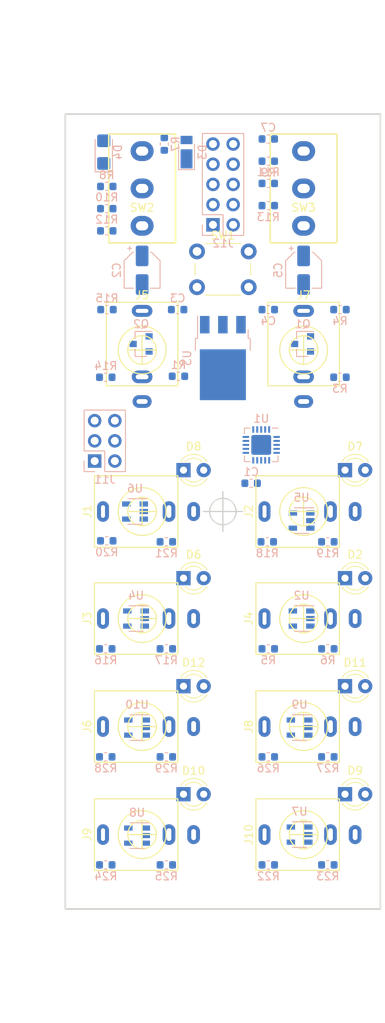
<source format=kicad_pcb>
(kicad_pcb (version 20171130) (host pcbnew 5.0.2-bee76a0~70~ubuntu18.04.1)

  (general
    (thickness 1.6)
    (drawings 70)
    (tracks 0)
    (zones 0)
    (modules 71)
    (nets 63)
  )

  (page A4)
  (layers
    (0 F.Cu signal)
    (31 B.Cu signal)
    (32 B.Adhes user)
    (33 F.Adhes user)
    (34 B.Paste user)
    (35 F.Paste user)
    (36 B.SilkS user)
    (37 F.SilkS user)
    (38 B.Mask user)
    (39 F.Mask user)
    (40 Dwgs.User user)
    (41 Cmts.User user)
    (42 Eco1.User user)
    (43 Eco2.User user)
    (44 Edge.Cuts user)
    (45 Margin user)
    (46 B.CrtYd user)
    (47 F.CrtYd user)
    (48 B.Fab user)
    (49 F.Fab user)
  )

  (setup
    (last_trace_width 0.25)
    (trace_clearance 0.2)
    (zone_clearance 0.508)
    (zone_45_only no)
    (trace_min 0.2)
    (segment_width 0.2)
    (edge_width 0.15)
    (via_size 0.8)
    (via_drill 0.4)
    (via_min_size 0.4)
    (via_min_drill 0.3)
    (uvia_size 0.3)
    (uvia_drill 0.1)
    (uvias_allowed no)
    (uvia_min_size 0.2)
    (uvia_min_drill 0.1)
    (pcb_text_width 0.3)
    (pcb_text_size 1.5 1.5)
    (mod_edge_width 0.15)
    (mod_text_size 1 1)
    (mod_text_width 0.15)
    (pad_size 1.524 1.524)
    (pad_drill 0.762)
    (pad_to_mask_clearance 0.051)
    (solder_mask_min_width 0.25)
    (aux_axis_origin 148.5 105)
    (grid_origin 148.5 105)
    (visible_elements FFFFFF7F)
    (pcbplotparams
      (layerselection 0x010fc_ffffffff)
      (usegerberextensions false)
      (usegerberattributes false)
      (usegerberadvancedattributes false)
      (creategerberjobfile false)
      (excludeedgelayer true)
      (linewidth 0.100000)
      (plotframeref false)
      (viasonmask false)
      (mode 1)
      (useauxorigin false)
      (hpglpennumber 1)
      (hpglpenspeed 20)
      (hpglpendiameter 15.000000)
      (psnegative false)
      (psa4output false)
      (plotreference true)
      (plotvalue true)
      (plotinvisibletext false)
      (padsonsilk false)
      (subtractmaskfromsilk false)
      (outputformat 1)
      (mirror false)
      (drillshape 1)
      (scaleselection 1)
      (outputdirectory ""))
  )

  (net 0 "")
  (net 1 OUT1)
  (net 2 "Net-(D7-Pad2)")
  (net 3 "Net-(R10-Pad2)")
  (net 4 "Net-(R10-Pad1)")
  (net 5 /sheet5C2AFDF5/Out)
  (net 6 "Net-(R22-Pad2)")
  (net 7 "Net-(D9-Pad2)")
  (net 8 OUT7)
  (net 9 /sheet5C2AFE0B/Out)
  (net 10 "Net-(R24-Pad2)")
  (net 11 "Net-(D10-Pad2)")
  (net 12 MOSI)
  (net 13 /sheet5C2AFE21/Out)
  (net 14 "Net-(R26-Pad2)")
  (net 15 "Net-(D11-Pad2)")
  (net 16 MISO)
  (net 17 /sheet5C2AFE37/Out)
  (net 18 "Net-(R28-Pad2)")
  (net 19 "Net-(D12-Pad2)")
  (net 20 OUT4)
  (net 21 OUT0)
  (net 22 "Net-(D8-Pad2)")
  (net 23 "Net-(D2-Pad2)")
  (net 24 OUT3)
  (net 25 /DigitalOut/Out)
  (net 26 "Net-(R5-Pad2)")
  (net 27 "Net-(Q1-Pad1)")
  (net 28 /DigitalIn/In)
  (net 29 +5V)
  (net 30 RST)
  (net 31 "Net-(D4-Pad2)")
  (net 32 /sheet5C2AEF07/Out)
  (net 33 "Net-(R18-Pad2)")
  (net 34 "Net-(D6-Pad2)")
  (net 35 OUT2)
  (net 36 /sheet5C2AE401/Out)
  (net 37 "Net-(R16-Pad2)")
  (net 38 "Net-(Q2-Pad1)")
  (net 39 /sheet5C2AB00C/In)
  (net 40 CLK)
  (net 41 "Net-(R11-Pad2)")
  (net 42 SPDTS)
  (net 43 /sheet5C2AEF1D/Out)
  (net 44 "Net-(R20-Pad2)")
  (net 45 RESET)
  (net 46 +12V)
  (net 47 "Net-(U1-Pad6)")
  (net 48 "Net-(U1-Pad7)")
  (net 49 "Net-(U1-Pad10)")
  (net 50 "Net-(U1-Pad17)")
  (net 51 "Net-(U1-Pad18)")
  (net 52 "Net-(U1-Pad19)")
  (net 53 "Net-(J2-PadTN)")
  (net 54 "Net-(J10-PadTN)")
  (net 55 "Net-(J9-PadTN)")
  (net 56 "Net-(J8-PadTN)")
  (net 57 "Net-(J6-PadTN)")
  (net 58 "Net-(J3-PadTN)")
  (net 59 "Net-(J1-PadTN)")
  (net 60 "Net-(J4-PadTN)")
  (net 61 "Net-(D3-Pad2)")
  (net 62 "Net-(D5-Pad1)")

  (net_class Default "This is the default net class."
    (clearance 0.2)
    (trace_width 0.25)
    (via_dia 0.8)
    (via_drill 0.4)
    (uvia_dia 0.3)
    (uvia_drill 0.1)
    (add_net +12V)
    (add_net +5V)
    (add_net /DigitalIn/In)
    (add_net /DigitalOut/Out)
    (add_net /sheet5C2AB00C/In)
    (add_net /sheet5C2AE401/Out)
    (add_net /sheet5C2AEF07/Out)
    (add_net /sheet5C2AEF1D/Out)
    (add_net /sheet5C2AFDF5/Out)
    (add_net /sheet5C2AFE0B/Out)
    (add_net /sheet5C2AFE21/Out)
    (add_net /sheet5C2AFE37/Out)
    (add_net CLK)
    (add_net MISO)
    (add_net MOSI)
    (add_net "Net-(D10-Pad2)")
    (add_net "Net-(D11-Pad2)")
    (add_net "Net-(D12-Pad2)")
    (add_net "Net-(D2-Pad2)")
    (add_net "Net-(D3-Pad2)")
    (add_net "Net-(D4-Pad2)")
    (add_net "Net-(D5-Pad1)")
    (add_net "Net-(D6-Pad2)")
    (add_net "Net-(D7-Pad2)")
    (add_net "Net-(D8-Pad2)")
    (add_net "Net-(D9-Pad2)")
    (add_net "Net-(J1-PadTN)")
    (add_net "Net-(J10-PadTN)")
    (add_net "Net-(J2-PadTN)")
    (add_net "Net-(J3-PadTN)")
    (add_net "Net-(J4-PadTN)")
    (add_net "Net-(J6-PadTN)")
    (add_net "Net-(J8-PadTN)")
    (add_net "Net-(J9-PadTN)")
    (add_net "Net-(Q1-Pad1)")
    (add_net "Net-(Q2-Pad1)")
    (add_net "Net-(R10-Pad1)")
    (add_net "Net-(R10-Pad2)")
    (add_net "Net-(R11-Pad2)")
    (add_net "Net-(R16-Pad2)")
    (add_net "Net-(R18-Pad2)")
    (add_net "Net-(R20-Pad2)")
    (add_net "Net-(R22-Pad2)")
    (add_net "Net-(R24-Pad2)")
    (add_net "Net-(R26-Pad2)")
    (add_net "Net-(R28-Pad2)")
    (add_net "Net-(R5-Pad2)")
    (add_net "Net-(U1-Pad10)")
    (add_net "Net-(U1-Pad17)")
    (add_net "Net-(U1-Pad18)")
    (add_net "Net-(U1-Pad19)")
    (add_net "Net-(U1-Pad6)")
    (add_net "Net-(U1-Pad7)")
    (add_net OUT0)
    (add_net OUT1)
    (add_net OUT2)
    (add_net OUT3)
    (add_net OUT4)
    (add_net OUT7)
    (add_net RESET)
    (add_net RST)
    (add_net SPDTS)
  )

  (module Button_Switch_THT:SW_PUSH_6mm_H9.5mm (layer F.Cu) (tedit 5A02FE31) (tstamp 5C4241D4)
    (at 145.2488 72.2806)
    (descr "tactile push button, 6x6mm e.g. PHAP33xx series, height=9.5mm")
    (tags "tact sw push 6mm")
    (path /5C257D24)
    (fp_text reference SW1 (at 3.25 -2) (layer F.SilkS)
      (effects (font (size 1 1) (thickness 0.15)))
    )
    (fp_text value SW_Push (at 3.75 6.7) (layer F.Fab)
      (effects (font (size 1 1) (thickness 0.15)))
    )
    (fp_text user %R (at 3.25 2.25) (layer F.Fab)
      (effects (font (size 1 1) (thickness 0.15)))
    )
    (fp_line (start 3.25 -0.75) (end 6.25 -0.75) (layer F.Fab) (width 0.1))
    (fp_line (start 6.25 -0.75) (end 6.25 5.25) (layer F.Fab) (width 0.1))
    (fp_line (start 6.25 5.25) (end 0.25 5.25) (layer F.Fab) (width 0.1))
    (fp_line (start 0.25 5.25) (end 0.25 -0.75) (layer F.Fab) (width 0.1))
    (fp_line (start 0.25 -0.75) (end 3.25 -0.75) (layer F.Fab) (width 0.1))
    (fp_line (start 7.75 6) (end 8 6) (layer F.CrtYd) (width 0.05))
    (fp_line (start 8 6) (end 8 5.75) (layer F.CrtYd) (width 0.05))
    (fp_line (start 7.75 -1.5) (end 8 -1.5) (layer F.CrtYd) (width 0.05))
    (fp_line (start 8 -1.5) (end 8 -1.25) (layer F.CrtYd) (width 0.05))
    (fp_line (start -1.5 -1.25) (end -1.5 -1.5) (layer F.CrtYd) (width 0.05))
    (fp_line (start -1.5 -1.5) (end -1.25 -1.5) (layer F.CrtYd) (width 0.05))
    (fp_line (start -1.5 5.75) (end -1.5 6) (layer F.CrtYd) (width 0.05))
    (fp_line (start -1.5 6) (end -1.25 6) (layer F.CrtYd) (width 0.05))
    (fp_line (start -1.25 -1.5) (end 7.75 -1.5) (layer F.CrtYd) (width 0.05))
    (fp_line (start -1.5 5.75) (end -1.5 -1.25) (layer F.CrtYd) (width 0.05))
    (fp_line (start 7.75 6) (end -1.25 6) (layer F.CrtYd) (width 0.05))
    (fp_line (start 8 -1.25) (end 8 5.75) (layer F.CrtYd) (width 0.05))
    (fp_line (start 1 5.5) (end 5.5 5.5) (layer F.SilkS) (width 0.12))
    (fp_line (start -0.25 1.5) (end -0.25 3) (layer F.SilkS) (width 0.12))
    (fp_line (start 5.5 -1) (end 1 -1) (layer F.SilkS) (width 0.12))
    (fp_line (start 6.75 3) (end 6.75 1.5) (layer F.SilkS) (width 0.12))
    (fp_circle (center 3.25 2.25) (end 1.25 2.5) (layer F.Fab) (width 0.1))
    (pad 2 thru_hole circle (at 0 4.5 90) (size 2 2) (drill 1.1) (layers *.Cu *.Mask))
    (pad 1 thru_hole circle (at 0 0 90) (size 2 2) (drill 1.1) (layers *.Cu *.Mask)
      (net 45 RESET))
    (pad 2 thru_hole circle (at 6.5 4.5 90) (size 2 2) (drill 1.1) (layers *.Cu *.Mask))
    (pad 1 thru_hole circle (at 6.5 0 90) (size 2 2) (drill 1.1) (layers *.Cu *.Mask)
      (net 45 RESET))
    (model ${KISYS3DMOD}/Button_Switch_THT.3dshapes/SW_PUSH_6mm_H9.5mm.wrl
      (at (xyz 0 0 0))
      (scale (xyz 1 1 1))
      (rotate (xyz 0 0 0))
    )
  )

  (module Capacitor_SMD:CP_Elec_4x5.8 (layer B.Cu) (tedit 5BCA39CF) (tstamp 5C4241B5)
    (at 138.34 74.647 270)
    (descr "SMD capacitor, aluminum electrolytic, Panasonic, 4.0x5.8mm")
    (tags "capacitor electrolytic")
    (path /5C252D35/5B8C4434)
    (attr smd)
    (fp_text reference C2 (at 0 3.2 270) (layer B.SilkS)
      (effects (font (size 1 1) (thickness 0.15)) (justify mirror))
    )
    (fp_text value 10u (at 0 -3.2 270) (layer B.Fab)
      (effects (font (size 1 1) (thickness 0.15)) (justify mirror))
    )
    (fp_circle (center 0 0) (end 2 0) (layer B.Fab) (width 0.1))
    (fp_line (start 2.15 2.15) (end 2.15 -2.15) (layer B.Fab) (width 0.1))
    (fp_line (start -1.15 2.15) (end 2.15 2.15) (layer B.Fab) (width 0.1))
    (fp_line (start -1.15 -2.15) (end 2.15 -2.15) (layer B.Fab) (width 0.1))
    (fp_line (start -2.15 1.15) (end -2.15 -1.15) (layer B.Fab) (width 0.1))
    (fp_line (start -2.15 1.15) (end -1.15 2.15) (layer B.Fab) (width 0.1))
    (fp_line (start -2.15 -1.15) (end -1.15 -2.15) (layer B.Fab) (width 0.1))
    (fp_line (start -1.574773 1) (end -1.174773 1) (layer B.Fab) (width 0.1))
    (fp_line (start -1.374773 1.2) (end -1.374773 0.8) (layer B.Fab) (width 0.1))
    (fp_line (start 2.26 -2.26) (end 2.26 -1.06) (layer B.SilkS) (width 0.12))
    (fp_line (start 2.26 2.26) (end 2.26 1.06) (layer B.SilkS) (width 0.12))
    (fp_line (start -1.195563 2.26) (end 2.26 2.26) (layer B.SilkS) (width 0.12))
    (fp_line (start -1.195563 -2.26) (end 2.26 -2.26) (layer B.SilkS) (width 0.12))
    (fp_line (start -2.26 -1.195563) (end -2.26 -1.06) (layer B.SilkS) (width 0.12))
    (fp_line (start -2.26 1.195563) (end -2.26 1.06) (layer B.SilkS) (width 0.12))
    (fp_line (start -2.26 1.195563) (end -1.195563 2.26) (layer B.SilkS) (width 0.12))
    (fp_line (start -2.26 -1.195563) (end -1.195563 -2.26) (layer B.SilkS) (width 0.12))
    (fp_line (start -3 1.56) (end -2.5 1.56) (layer B.SilkS) (width 0.12))
    (fp_line (start -2.75 1.81) (end -2.75 1.31) (layer B.SilkS) (width 0.12))
    (fp_line (start 2.4 2.4) (end 2.4 1.05) (layer B.CrtYd) (width 0.05))
    (fp_line (start 2.4 1.05) (end 3.35 1.05) (layer B.CrtYd) (width 0.05))
    (fp_line (start 3.35 1.05) (end 3.35 -1.05) (layer B.CrtYd) (width 0.05))
    (fp_line (start 3.35 -1.05) (end 2.4 -1.05) (layer B.CrtYd) (width 0.05))
    (fp_line (start 2.4 -1.05) (end 2.4 -2.4) (layer B.CrtYd) (width 0.05))
    (fp_line (start -1.25 -2.4) (end 2.4 -2.4) (layer B.CrtYd) (width 0.05))
    (fp_line (start -1.25 2.4) (end 2.4 2.4) (layer B.CrtYd) (width 0.05))
    (fp_line (start -2.4 -1.25) (end -1.25 -2.4) (layer B.CrtYd) (width 0.05))
    (fp_line (start -2.4 1.25) (end -1.25 2.4) (layer B.CrtYd) (width 0.05))
    (fp_line (start -2.4 1.25) (end -2.4 1.05) (layer B.CrtYd) (width 0.05))
    (fp_line (start -2.4 -1.05) (end -2.4 -1.25) (layer B.CrtYd) (width 0.05))
    (fp_line (start -2.4 1.05) (end -3.35 1.05) (layer B.CrtYd) (width 0.05))
    (fp_line (start -3.35 1.05) (end -3.35 -1.05) (layer B.CrtYd) (width 0.05))
    (fp_line (start -3.35 -1.05) (end -2.4 -1.05) (layer B.CrtYd) (width 0.05))
    (fp_text user %R (at 0 0 270) (layer B.Fab)
      (effects (font (size 0.8 0.8) (thickness 0.12)) (justify mirror))
    )
    (pad 1 smd roundrect (at -1.8 0 270) (size 2.6 1.6) (layers B.Cu B.Paste B.Mask) (roundrect_rratio 0.15625)
      (net 46 +12V))
    (pad 2 smd roundrect (at 1.8 0 270) (size 2.6 1.6) (layers B.Cu B.Paste B.Mask) (roundrect_rratio 0.15625))
    (model ${KISYS3DMOD}/Capacitor_SMD.3dshapes/CP_Elec_4x5.8.wrl
      (at (xyz 0 0 0))
      (scale (xyz 1 1 1))
      (rotate (xyz 0 0 0))
    )
  )

  (module Capacitor_SMD:CP_Elec_4x5.8 (layer B.Cu) (tedit 5BCA39CF) (tstamp 5C42418D)
    (at 158.66 74.647 270)
    (descr "SMD capacitor, aluminum electrolytic, Panasonic, 4.0x5.8mm")
    (tags "capacitor electrolytic")
    (path /5C252D35/5B8C4492)
    (attr smd)
    (fp_text reference C5 (at 0 3.2 270) (layer B.SilkS)
      (effects (font (size 1 1) (thickness 0.15)) (justify mirror))
    )
    (fp_text value 10u (at 0 -3.2 270) (layer B.Fab)
      (effects (font (size 1 1) (thickness 0.15)) (justify mirror))
    )
    (fp_text user %R (at 0 0 270) (layer B.Fab)
      (effects (font (size 0.8 0.8) (thickness 0.12)) (justify mirror))
    )
    (fp_line (start -3.35 -1.05) (end -2.4 -1.05) (layer B.CrtYd) (width 0.05))
    (fp_line (start -3.35 1.05) (end -3.35 -1.05) (layer B.CrtYd) (width 0.05))
    (fp_line (start -2.4 1.05) (end -3.35 1.05) (layer B.CrtYd) (width 0.05))
    (fp_line (start -2.4 -1.05) (end -2.4 -1.25) (layer B.CrtYd) (width 0.05))
    (fp_line (start -2.4 1.25) (end -2.4 1.05) (layer B.CrtYd) (width 0.05))
    (fp_line (start -2.4 1.25) (end -1.25 2.4) (layer B.CrtYd) (width 0.05))
    (fp_line (start -2.4 -1.25) (end -1.25 -2.4) (layer B.CrtYd) (width 0.05))
    (fp_line (start -1.25 2.4) (end 2.4 2.4) (layer B.CrtYd) (width 0.05))
    (fp_line (start -1.25 -2.4) (end 2.4 -2.4) (layer B.CrtYd) (width 0.05))
    (fp_line (start 2.4 -1.05) (end 2.4 -2.4) (layer B.CrtYd) (width 0.05))
    (fp_line (start 3.35 -1.05) (end 2.4 -1.05) (layer B.CrtYd) (width 0.05))
    (fp_line (start 3.35 1.05) (end 3.35 -1.05) (layer B.CrtYd) (width 0.05))
    (fp_line (start 2.4 1.05) (end 3.35 1.05) (layer B.CrtYd) (width 0.05))
    (fp_line (start 2.4 2.4) (end 2.4 1.05) (layer B.CrtYd) (width 0.05))
    (fp_line (start -2.75 1.81) (end -2.75 1.31) (layer B.SilkS) (width 0.12))
    (fp_line (start -3 1.56) (end -2.5 1.56) (layer B.SilkS) (width 0.12))
    (fp_line (start -2.26 -1.195563) (end -1.195563 -2.26) (layer B.SilkS) (width 0.12))
    (fp_line (start -2.26 1.195563) (end -1.195563 2.26) (layer B.SilkS) (width 0.12))
    (fp_line (start -2.26 1.195563) (end -2.26 1.06) (layer B.SilkS) (width 0.12))
    (fp_line (start -2.26 -1.195563) (end -2.26 -1.06) (layer B.SilkS) (width 0.12))
    (fp_line (start -1.195563 -2.26) (end 2.26 -2.26) (layer B.SilkS) (width 0.12))
    (fp_line (start -1.195563 2.26) (end 2.26 2.26) (layer B.SilkS) (width 0.12))
    (fp_line (start 2.26 2.26) (end 2.26 1.06) (layer B.SilkS) (width 0.12))
    (fp_line (start 2.26 -2.26) (end 2.26 -1.06) (layer B.SilkS) (width 0.12))
    (fp_line (start -1.374773 1.2) (end -1.374773 0.8) (layer B.Fab) (width 0.1))
    (fp_line (start -1.574773 1) (end -1.174773 1) (layer B.Fab) (width 0.1))
    (fp_line (start -2.15 -1.15) (end -1.15 -2.15) (layer B.Fab) (width 0.1))
    (fp_line (start -2.15 1.15) (end -1.15 2.15) (layer B.Fab) (width 0.1))
    (fp_line (start -2.15 1.15) (end -2.15 -1.15) (layer B.Fab) (width 0.1))
    (fp_line (start -1.15 -2.15) (end 2.15 -2.15) (layer B.Fab) (width 0.1))
    (fp_line (start -1.15 2.15) (end 2.15 2.15) (layer B.Fab) (width 0.1))
    (fp_line (start 2.15 2.15) (end 2.15 -2.15) (layer B.Fab) (width 0.1))
    (fp_circle (center 0 0) (end 2 0) (layer B.Fab) (width 0.1))
    (pad 2 smd roundrect (at 1.8 0 270) (size 2.6 1.6) (layers B.Cu B.Paste B.Mask) (roundrect_rratio 0.15625))
    (pad 1 smd roundrect (at -1.8 0 270) (size 2.6 1.6) (layers B.Cu B.Paste B.Mask) (roundrect_rratio 0.15625)
      (net 29 +5V))
    (model ${KISYS3DMOD}/Capacitor_SMD.3dshapes/CP_Elec_4x5.8.wrl
      (at (xyz 0 0 0))
      (scale (xyz 1 1 1))
      (rotate (xyz 0 0 0))
    )
  )

  (module Capacitor_SMD:C_0603_1608Metric (layer B.Cu) (tedit 5B301BBE) (tstamp 5C42413D)
    (at 152.056 101.444 180)
    (descr "Capacitor SMD 0603 (1608 Metric), square (rectangular) end terminal, IPC_7351 nominal, (Body size source: http://www.tortai-tech.com/upload/download/2011102023233369053.pdf), generated with kicad-footprint-generator")
    (tags capacitor)
    (path /5C275236)
    (attr smd)
    (fp_text reference C1 (at 0 1.43 180) (layer B.SilkS)
      (effects (font (size 1 1) (thickness 0.15)) (justify mirror))
    )
    (fp_text value 100n (at 0 -1.43 180) (layer B.Fab)
      (effects (font (size 1 1) (thickness 0.15)) (justify mirror))
    )
    (fp_text user %R (at 0 0 180) (layer B.Fab)
      (effects (font (size 0.4 0.4) (thickness 0.06)) (justify mirror))
    )
    (fp_line (start 1.48 -0.73) (end -1.48 -0.73) (layer B.CrtYd) (width 0.05))
    (fp_line (start 1.48 0.73) (end 1.48 -0.73) (layer B.CrtYd) (width 0.05))
    (fp_line (start -1.48 0.73) (end 1.48 0.73) (layer B.CrtYd) (width 0.05))
    (fp_line (start -1.48 -0.73) (end -1.48 0.73) (layer B.CrtYd) (width 0.05))
    (fp_line (start -0.162779 -0.51) (end 0.162779 -0.51) (layer B.SilkS) (width 0.12))
    (fp_line (start -0.162779 0.51) (end 0.162779 0.51) (layer B.SilkS) (width 0.12))
    (fp_line (start 0.8 -0.4) (end -0.8 -0.4) (layer B.Fab) (width 0.1))
    (fp_line (start 0.8 0.4) (end 0.8 -0.4) (layer B.Fab) (width 0.1))
    (fp_line (start -0.8 0.4) (end 0.8 0.4) (layer B.Fab) (width 0.1))
    (fp_line (start -0.8 -0.4) (end -0.8 0.4) (layer B.Fab) (width 0.1))
    (pad 2 smd roundrect (at 0.7875 0 180) (size 0.875 0.95) (layers B.Cu B.Paste B.Mask) (roundrect_rratio 0.25))
    (pad 1 smd roundrect (at -0.7875 0 180) (size 0.875 0.95) (layers B.Cu B.Paste B.Mask) (roundrect_rratio 0.25)
      (net 29 +5V))
    (model ${KISYS3DMOD}/Capacitor_SMD.3dshapes/C_0603_1608Metric.wrl
      (at (xyz 0 0 0))
      (scale (xyz 1 1 1))
      (rotate (xyz 0 0 0))
    )
  )

  (module Capacitor_SMD:C_0603_1608Metric (layer B.Cu) (tedit 5B301BBE) (tstamp 5C42412C)
    (at 142.810501 79.6 180)
    (descr "Capacitor SMD 0603 (1608 Metric), square (rectangular) end terminal, IPC_7351 nominal, (Body size source: http://www.tortai-tech.com/upload/download/2011102023233369053.pdf), generated with kicad-footprint-generator")
    (tags capacitor)
    (path /5C252D35/5B8C43CA)
    (attr smd)
    (fp_text reference C3 (at 0 1.43 180) (layer B.SilkS)
      (effects (font (size 1 1) (thickness 0.15)) (justify mirror))
    )
    (fp_text value 100n (at 0 -1.43 180) (layer B.Fab)
      (effects (font (size 1 1) (thickness 0.15)) (justify mirror))
    )
    (fp_line (start -0.8 -0.4) (end -0.8 0.4) (layer B.Fab) (width 0.1))
    (fp_line (start -0.8 0.4) (end 0.8 0.4) (layer B.Fab) (width 0.1))
    (fp_line (start 0.8 0.4) (end 0.8 -0.4) (layer B.Fab) (width 0.1))
    (fp_line (start 0.8 -0.4) (end -0.8 -0.4) (layer B.Fab) (width 0.1))
    (fp_line (start -0.162779 0.51) (end 0.162779 0.51) (layer B.SilkS) (width 0.12))
    (fp_line (start -0.162779 -0.51) (end 0.162779 -0.51) (layer B.SilkS) (width 0.12))
    (fp_line (start -1.48 -0.73) (end -1.48 0.73) (layer B.CrtYd) (width 0.05))
    (fp_line (start -1.48 0.73) (end 1.48 0.73) (layer B.CrtYd) (width 0.05))
    (fp_line (start 1.48 0.73) (end 1.48 -0.73) (layer B.CrtYd) (width 0.05))
    (fp_line (start 1.48 -0.73) (end -1.48 -0.73) (layer B.CrtYd) (width 0.05))
    (fp_text user %R (at 0 0 180) (layer B.Fab)
      (effects (font (size 0.4 0.4) (thickness 0.06)) (justify mirror))
    )
    (pad 1 smd roundrect (at -0.7875 0 180) (size 0.875 0.95) (layers B.Cu B.Paste B.Mask) (roundrect_rratio 0.25)
      (net 46 +12V))
    (pad 2 smd roundrect (at 0.7875 0 180) (size 0.875 0.95) (layers B.Cu B.Paste B.Mask) (roundrect_rratio 0.25))
    (model ${KISYS3DMOD}/Capacitor_SMD.3dshapes/C_0603_1608Metric.wrl
      (at (xyz 0 0 0))
      (scale (xyz 1 1 1))
      (rotate (xyz 0 0 0))
    )
  )

  (module Capacitor_SMD:C_0603_1608Metric (layer B.Cu) (tedit 5B301BBE) (tstamp 5C42411B)
    (at 154.215 79.6)
    (descr "Capacitor SMD 0603 (1608 Metric), square (rectangular) end terminal, IPC_7351 nominal, (Body size source: http://www.tortai-tech.com/upload/download/2011102023233369053.pdf), generated with kicad-footprint-generator")
    (tags capacitor)
    (path /5C252D35/5B8C44DC)
    (attr smd)
    (fp_text reference C4 (at 0 1.43) (layer B.SilkS)
      (effects (font (size 1 1) (thickness 0.15)) (justify mirror))
    )
    (fp_text value 100n (at 0 -1.43) (layer B.Fab)
      (effects (font (size 1 1) (thickness 0.15)) (justify mirror))
    )
    (fp_text user %R (at 0 0) (layer B.Fab)
      (effects (font (size 0.4 0.4) (thickness 0.06)) (justify mirror))
    )
    (fp_line (start 1.48 -0.73) (end -1.48 -0.73) (layer B.CrtYd) (width 0.05))
    (fp_line (start 1.48 0.73) (end 1.48 -0.73) (layer B.CrtYd) (width 0.05))
    (fp_line (start -1.48 0.73) (end 1.48 0.73) (layer B.CrtYd) (width 0.05))
    (fp_line (start -1.48 -0.73) (end -1.48 0.73) (layer B.CrtYd) (width 0.05))
    (fp_line (start -0.162779 -0.51) (end 0.162779 -0.51) (layer B.SilkS) (width 0.12))
    (fp_line (start -0.162779 0.51) (end 0.162779 0.51) (layer B.SilkS) (width 0.12))
    (fp_line (start 0.8 -0.4) (end -0.8 -0.4) (layer B.Fab) (width 0.1))
    (fp_line (start 0.8 0.4) (end 0.8 -0.4) (layer B.Fab) (width 0.1))
    (fp_line (start -0.8 0.4) (end 0.8 0.4) (layer B.Fab) (width 0.1))
    (fp_line (start -0.8 -0.4) (end -0.8 0.4) (layer B.Fab) (width 0.1))
    (pad 2 smd roundrect (at 0.7875 0) (size 0.875 0.95) (layers B.Cu B.Paste B.Mask) (roundrect_rratio 0.25))
    (pad 1 smd roundrect (at -0.7875 0) (size 0.875 0.95) (layers B.Cu B.Paste B.Mask) (roundrect_rratio 0.25)
      (net 29 +5V))
    (model ${KISYS3DMOD}/Capacitor_SMD.3dshapes/C_0603_1608Metric.wrl
      (at (xyz 0 0 0))
      (scale (xyz 1 1 1))
      (rotate (xyz 0 0 0))
    )
  )

  (module Capacitor_SMD:C_0603_1608Metric (layer B.Cu) (tedit 5B301BBE) (tstamp 5C42410A)
    (at 154.215 58.137 180)
    (descr "Capacitor SMD 0603 (1608 Metric), square (rectangular) end terminal, IPC_7351 nominal, (Body size source: http://www.tortai-tech.com/upload/download/2011102023233369053.pdf), generated with kicad-footprint-generator")
    (tags capacitor)
    (path /5C482B38/5C28C5B1)
    (attr smd)
    (fp_text reference C7 (at 0 1.43 180) (layer B.SilkS)
      (effects (font (size 1 1) (thickness 0.15)) (justify mirror))
    )
    (fp_text value 100n (at 0 -1.43 180) (layer B.Fab)
      (effects (font (size 1 1) (thickness 0.15)) (justify mirror))
    )
    (fp_line (start -0.8 -0.4) (end -0.8 0.4) (layer B.Fab) (width 0.1))
    (fp_line (start -0.8 0.4) (end 0.8 0.4) (layer B.Fab) (width 0.1))
    (fp_line (start 0.8 0.4) (end 0.8 -0.4) (layer B.Fab) (width 0.1))
    (fp_line (start 0.8 -0.4) (end -0.8 -0.4) (layer B.Fab) (width 0.1))
    (fp_line (start -0.162779 0.51) (end 0.162779 0.51) (layer B.SilkS) (width 0.12))
    (fp_line (start -0.162779 -0.51) (end 0.162779 -0.51) (layer B.SilkS) (width 0.12))
    (fp_line (start -1.48 -0.73) (end -1.48 0.73) (layer B.CrtYd) (width 0.05))
    (fp_line (start -1.48 0.73) (end 1.48 0.73) (layer B.CrtYd) (width 0.05))
    (fp_line (start 1.48 0.73) (end 1.48 -0.73) (layer B.CrtYd) (width 0.05))
    (fp_line (start 1.48 -0.73) (end -1.48 -0.73) (layer B.CrtYd) (width 0.05))
    (fp_text user %R (at 0 0 180) (layer B.Fab)
      (effects (font (size 0.4 0.4) (thickness 0.06)) (justify mirror))
    )
    (pad 1 smd roundrect (at -0.7875 0 180) (size 0.875 0.95) (layers B.Cu B.Paste B.Mask) (roundrect_rratio 0.25)
      (net 42 SPDTS))
    (pad 2 smd roundrect (at 0.7875 0 180) (size 0.875 0.95) (layers B.Cu B.Paste B.Mask) (roundrect_rratio 0.25))
    (model ${KISYS3DMOD}/Capacitor_SMD.3dshapes/C_0603_1608Metric.wrl
      (at (xyz 0 0 0))
      (scale (xyz 1 1 1))
      (rotate (xyz 0 0 0))
    )
  )

  (module Connector_PinHeader_2.54mm:PinHeader_2x03_P2.54mm_Vertical (layer B.Cu) (tedit 59FED5CC) (tstamp 5C4240F9)
    (at 132.371 98.65)
    (descr "Through hole straight pin header, 2x03, 2.54mm pitch, double rows")
    (tags "Through hole pin header THT 2x03 2.54mm double row")
    (path /5C257D06)
    (fp_text reference J11 (at 1.27 2.33) (layer B.SilkS)
      (effects (font (size 1 1) (thickness 0.15)) (justify mirror))
    )
    (fp_text value Conn_02x03_Odd_Even (at 1.27 -7.41) (layer B.Fab)
      (effects (font (size 1 1) (thickness 0.15)) (justify mirror))
    )
    (fp_line (start 0 1.27) (end 3.81 1.27) (layer B.Fab) (width 0.1))
    (fp_line (start 3.81 1.27) (end 3.81 -6.35) (layer B.Fab) (width 0.1))
    (fp_line (start 3.81 -6.35) (end -1.27 -6.35) (layer B.Fab) (width 0.1))
    (fp_line (start -1.27 -6.35) (end -1.27 0) (layer B.Fab) (width 0.1))
    (fp_line (start -1.27 0) (end 0 1.27) (layer B.Fab) (width 0.1))
    (fp_line (start -1.33 -6.41) (end 3.87 -6.41) (layer B.SilkS) (width 0.12))
    (fp_line (start -1.33 -1.27) (end -1.33 -6.41) (layer B.SilkS) (width 0.12))
    (fp_line (start 3.87 1.33) (end 3.87 -6.41) (layer B.SilkS) (width 0.12))
    (fp_line (start -1.33 -1.27) (end 1.27 -1.27) (layer B.SilkS) (width 0.12))
    (fp_line (start 1.27 -1.27) (end 1.27 1.33) (layer B.SilkS) (width 0.12))
    (fp_line (start 1.27 1.33) (end 3.87 1.33) (layer B.SilkS) (width 0.12))
    (fp_line (start -1.33 0) (end -1.33 1.33) (layer B.SilkS) (width 0.12))
    (fp_line (start -1.33 1.33) (end 0 1.33) (layer B.SilkS) (width 0.12))
    (fp_line (start -1.8 1.8) (end -1.8 -6.85) (layer B.CrtYd) (width 0.05))
    (fp_line (start -1.8 -6.85) (end 4.35 -6.85) (layer B.CrtYd) (width 0.05))
    (fp_line (start 4.35 -6.85) (end 4.35 1.8) (layer B.CrtYd) (width 0.05))
    (fp_line (start 4.35 1.8) (end -1.8 1.8) (layer B.CrtYd) (width 0.05))
    (fp_text user %R (at 1.27 -2.54 -90) (layer B.Fab)
      (effects (font (size 1 1) (thickness 0.15)) (justify mirror))
    )
    (pad 1 thru_hole rect (at 0 0) (size 1.7 1.7) (drill 1) (layers *.Cu *.Mask)
      (net 16 MISO))
    (pad 2 thru_hole oval (at 2.54 0) (size 1.7 1.7) (drill 1) (layers *.Cu *.Mask)
      (net 29 +5V))
    (pad 3 thru_hole oval (at 0 -2.54) (size 1.7 1.7) (drill 1) (layers *.Cu *.Mask)
      (net 20 OUT4))
    (pad 4 thru_hole oval (at 2.54 -2.54) (size 1.7 1.7) (drill 1) (layers *.Cu *.Mask)
      (net 12 MOSI))
    (pad 5 thru_hole oval (at 0 -5.08) (size 1.7 1.7) (drill 1) (layers *.Cu *.Mask)
      (net 45 RESET))
    (pad 6 thru_hole oval (at 2.54 -5.08) (size 1.7 1.7) (drill 1) (layers *.Cu *.Mask))
    (model ${KISYS3DMOD}/Connector_PinHeader_2.54mm.3dshapes/PinHeader_2x03_P2.54mm_Vertical.wrl
      (at (xyz 0 0 0))
      (scale (xyz 1 1 1))
      (rotate (xyz 0 0 0))
    )
  )

  (module Connector_PinHeader_2.54mm:PinHeader_2x05_P2.54mm_Vertical (layer B.Cu) (tedit 59FED5CC) (tstamp 5C4240DD)
    (at 147.2554 68.932)
    (descr "Through hole straight pin header, 2x05, 2.54mm pitch, double rows")
    (tags "Through hole pin header THT 2x05 2.54mm double row")
    (path /5C252D35/5B8C48A5)
    (fp_text reference J12 (at 1.27 2.33) (layer B.SilkS)
      (effects (font (size 1 1) (thickness 0.15)) (justify mirror))
    )
    (fp_text value Conn_02x05_Odd_Even (at 1.27 -12.49) (layer B.Fab)
      (effects (font (size 1 1) (thickness 0.15)) (justify mirror))
    )
    (fp_line (start 0 1.27) (end 3.81 1.27) (layer B.Fab) (width 0.1))
    (fp_line (start 3.81 1.27) (end 3.81 -11.43) (layer B.Fab) (width 0.1))
    (fp_line (start 3.81 -11.43) (end -1.27 -11.43) (layer B.Fab) (width 0.1))
    (fp_line (start -1.27 -11.43) (end -1.27 0) (layer B.Fab) (width 0.1))
    (fp_line (start -1.27 0) (end 0 1.27) (layer B.Fab) (width 0.1))
    (fp_line (start -1.33 -11.49) (end 3.87 -11.49) (layer B.SilkS) (width 0.12))
    (fp_line (start -1.33 -1.27) (end -1.33 -11.49) (layer B.SilkS) (width 0.12))
    (fp_line (start 3.87 1.33) (end 3.87 -11.49) (layer B.SilkS) (width 0.12))
    (fp_line (start -1.33 -1.27) (end 1.27 -1.27) (layer B.SilkS) (width 0.12))
    (fp_line (start 1.27 -1.27) (end 1.27 1.33) (layer B.SilkS) (width 0.12))
    (fp_line (start 1.27 1.33) (end 3.87 1.33) (layer B.SilkS) (width 0.12))
    (fp_line (start -1.33 0) (end -1.33 1.33) (layer B.SilkS) (width 0.12))
    (fp_line (start -1.33 1.33) (end 0 1.33) (layer B.SilkS) (width 0.12))
    (fp_line (start -1.8 1.8) (end -1.8 -11.95) (layer B.CrtYd) (width 0.05))
    (fp_line (start -1.8 -11.95) (end 4.35 -11.95) (layer B.CrtYd) (width 0.05))
    (fp_line (start 4.35 -11.95) (end 4.35 1.8) (layer B.CrtYd) (width 0.05))
    (fp_line (start 4.35 1.8) (end -1.8 1.8) (layer B.CrtYd) (width 0.05))
    (fp_text user %R (at 1.27 -5.08 -90) (layer B.Fab)
      (effects (font (size 1 1) (thickness 0.15)) (justify mirror))
    )
    (pad 1 thru_hole rect (at 0 0) (size 1.7 1.7) (drill 1) (layers *.Cu *.Mask)
      (net 62 "Net-(D5-Pad1)"))
    (pad 2 thru_hole oval (at 2.54 0) (size 1.7 1.7) (drill 1) (layers *.Cu *.Mask)
      (net 62 "Net-(D5-Pad1)"))
    (pad 3 thru_hole oval (at 0 -2.54) (size 1.7 1.7) (drill 1) (layers *.Cu *.Mask))
    (pad 4 thru_hole oval (at 2.54 -2.54) (size 1.7 1.7) (drill 1) (layers *.Cu *.Mask))
    (pad 5 thru_hole oval (at 0 -5.08) (size 1.7 1.7) (drill 1) (layers *.Cu *.Mask))
    (pad 6 thru_hole oval (at 2.54 -5.08) (size 1.7 1.7) (drill 1) (layers *.Cu *.Mask))
    (pad 7 thru_hole oval (at 0 -7.62) (size 1.7 1.7) (drill 1) (layers *.Cu *.Mask))
    (pad 8 thru_hole oval (at 2.54 -7.62) (size 1.7 1.7) (drill 1) (layers *.Cu *.Mask))
    (pad 9 thru_hole oval (at 0 -10.16) (size 1.7 1.7) (drill 1) (layers *.Cu *.Mask)
      (net 61 "Net-(D3-Pad2)"))
    (pad 10 thru_hole oval (at 2.54 -10.16) (size 1.7 1.7) (drill 1) (layers *.Cu *.Mask)
      (net 61 "Net-(D3-Pad2)"))
    (model ${KISYS3DMOD}/Connector_PinHeader_2.54mm.3dshapes/PinHeader_2x05_P2.54mm_Vertical.wrl
      (at (xyz 0 0 0))
      (scale (xyz 1 1 1))
      (rotate (xyz 0 0 0))
    )
  )

  (module Diode_SMD:D_PowerDI-123 (layer B.Cu) (tedit 588FC24C) (tstamp 5C4240A4)
    (at 143.928 59.788 90)
    (descr http://www.diodes.com/_files/datasheets/ds30497.pdf)
    (tags "PowerDI diode vishay")
    (path /5C252D35/5B8C4538)
    (attr smd)
    (fp_text reference D3 (at 0 2 90) (layer B.SilkS)
      (effects (font (size 1 1) (thickness 0.15)) (justify mirror))
    )
    (fp_text value DFLR1400-7 (at 0 -2.5 90) (layer B.Fab)
      (effects (font (size 1 1) (thickness 0.15)) (justify mirror))
    )
    (fp_text user %R (at 0 2 90) (layer B.Fab)
      (effects (font (size 1 1) (thickness 0.15)) (justify mirror))
    )
    (fp_line (start 0.3 0) (end 0.7 0) (layer B.Fab) (width 0.1))
    (fp_line (start 0.3 0.5) (end -0.5 0) (layer B.Fab) (width 0.1))
    (fp_line (start 0.3 -0.5) (end 0.3 0.5) (layer B.Fab) (width 0.1))
    (fp_line (start -0.5 0) (end 0.3 -0.5) (layer B.Fab) (width 0.1))
    (fp_line (start -0.5 0) (end -0.5 -0.5) (layer B.Fab) (width 0.1))
    (fp_line (start -0.5 0) (end -0.5 0.5) (layer B.Fab) (width 0.1))
    (fp_line (start -0.8 0) (end -0.5 0) (layer B.Fab) (width 0.1))
    (fp_line (start -1.4 -0.9) (end -1.4 0.9) (layer B.Fab) (width 0.1))
    (fp_line (start 1.4 -0.9) (end -1.4 -0.9) (layer B.Fab) (width 0.1))
    (fp_line (start 1.4 0.9) (end 1.4 -0.9) (layer B.Fab) (width 0.1))
    (fp_line (start -1.4 0.9) (end 1.4 0.9) (layer B.Fab) (width 0.1))
    (fp_line (start 2.5 -1.3) (end -2.5 -1.3) (layer B.CrtYd) (width 0.05))
    (fp_line (start 2.5 1.3) (end 2.5 -1.3) (layer B.CrtYd) (width 0.05))
    (fp_line (start -2.5 1.3) (end 2.5 1.3) (layer B.CrtYd) (width 0.05))
    (fp_line (start -2.5 -1.3) (end -2.5 1.3) (layer B.CrtYd) (width 0.05))
    (fp_line (start 1 1) (end -2.2 1) (layer B.SilkS) (width 0.12))
    (fp_line (start -2.2 -1) (end 1 -1) (layer B.SilkS) (width 0.12))
    (fp_line (start -2.2 -1) (end -2.2 1) (layer B.SilkS) (width 0.12))
    (pad 1 smd rect (at -0.85 0 270) (size 2.4 1.5) (layers B.Cu B.Paste B.Mask)
      (net 46 +12V))
    (pad 2 smd rect (at 1.525 0 270) (size 1.05 1.5) (layers B.Cu B.Paste B.Mask)
      (net 61 "Net-(D3-Pad2)"))
    (model ${KISYS3DMOD}/Diode_SMD.3dshapes/D_PowerDI-123.wrl
      (at (xyz 0 0 0))
      (scale (xyz 1 1 1))
      (rotate (xyz 0 0 0))
    )
  )

  (module LED_SMD:LED_1206_3216Metric_Castellated (layer B.Cu) (tedit 5B301BBE) (tstamp 5C42408B)
    (at 133.514 59.788 90)
    (descr "LED SMD 1206 (3216 Metric), castellated end terminal, IPC_7351 nominal, (Body size source: http://www.tortai-tech.com/upload/download/2011102023233369053.pdf), generated with kicad-footprint-generator")
    (tags "LED castellated")
    (path /5C252D35/5B8C943A)
    (attr smd)
    (fp_text reference D4 (at 0 1.78 90) (layer B.SilkS)
      (effects (font (size 1 1) (thickness 0.15)) (justify mirror))
    )
    (fp_text value LED (at 0 -1.78 90) (layer B.Fab)
      (effects (font (size 1 1) (thickness 0.15)) (justify mirror))
    )
    (fp_line (start 1.6 0.8) (end -1.2 0.8) (layer B.Fab) (width 0.1))
    (fp_line (start -1.2 0.8) (end -1.6 0.4) (layer B.Fab) (width 0.1))
    (fp_line (start -1.6 0.4) (end -1.6 -0.8) (layer B.Fab) (width 0.1))
    (fp_line (start -1.6 -0.8) (end 1.6 -0.8) (layer B.Fab) (width 0.1))
    (fp_line (start 1.6 -0.8) (end 1.6 0.8) (layer B.Fab) (width 0.1))
    (fp_line (start 1.6 1.085) (end -2.485 1.085) (layer B.SilkS) (width 0.12))
    (fp_line (start -2.485 1.085) (end -2.485 -1.085) (layer B.SilkS) (width 0.12))
    (fp_line (start -2.485 -1.085) (end 1.6 -1.085) (layer B.SilkS) (width 0.12))
    (fp_line (start -2.48 -1.08) (end -2.48 1.08) (layer B.CrtYd) (width 0.05))
    (fp_line (start -2.48 1.08) (end 2.48 1.08) (layer B.CrtYd) (width 0.05))
    (fp_line (start 2.48 1.08) (end 2.48 -1.08) (layer B.CrtYd) (width 0.05))
    (fp_line (start 2.48 -1.08) (end -2.48 -1.08) (layer B.CrtYd) (width 0.05))
    (fp_text user %R (at 0 0 90) (layer B.Fab)
      (effects (font (size 0.8 0.8) (thickness 0.12)) (justify mirror))
    )
    (pad 1 smd roundrect (at -1.425 0 90) (size 1.6 1.65) (layers B.Cu B.Paste B.Mask) (roundrect_rratio 0.15625))
    (pad 2 smd roundrect (at 1.425 0 90) (size 1.6 1.65) (layers B.Cu B.Paste B.Mask) (roundrect_rratio 0.15625)
      (net 31 "Net-(D4-Pad2)"))
    (model ${KISYS3DMOD}/LED_SMD.3dshapes/LED_1206_3216Metric_Castellated.wrl
      (at (xyz 0 0 0))
      (scale (xyz 1 1 1))
      (rotate (xyz 0 0 0))
    )
  )

  (module LED_THT:LED_D3.0mm (layer F.Cu) (tedit 587A3A7B) (tstamp 5C424078)
    (at 143.547 140.56)
    (descr "LED, diameter 3.0mm, 2 pins")
    (tags "LED diameter 3.0mm 2 pins")
    (path /5C2AFE0B/5C1065D7)
    (fp_text reference D10 (at 1.27 -2.96) (layer F.SilkS)
      (effects (font (size 1 1) (thickness 0.15)))
    )
    (fp_text value LED (at 1.27 2.96) (layer F.Fab)
      (effects (font (size 1 1) (thickness 0.15)))
    )
    (fp_line (start 3.7 -2.25) (end -1.15 -2.25) (layer F.CrtYd) (width 0.05))
    (fp_line (start 3.7 2.25) (end 3.7 -2.25) (layer F.CrtYd) (width 0.05))
    (fp_line (start -1.15 2.25) (end 3.7 2.25) (layer F.CrtYd) (width 0.05))
    (fp_line (start -1.15 -2.25) (end -1.15 2.25) (layer F.CrtYd) (width 0.05))
    (fp_line (start -0.29 1.08) (end -0.29 1.236) (layer F.SilkS) (width 0.12))
    (fp_line (start -0.29 -1.236) (end -0.29 -1.08) (layer F.SilkS) (width 0.12))
    (fp_line (start -0.23 -1.16619) (end -0.23 1.16619) (layer F.Fab) (width 0.1))
    (fp_circle (center 1.27 0) (end 2.77 0) (layer F.Fab) (width 0.1))
    (fp_arc (start 1.27 0) (end 0.229039 1.08) (angle -87.9) (layer F.SilkS) (width 0.12))
    (fp_arc (start 1.27 0) (end 0.229039 -1.08) (angle 87.9) (layer F.SilkS) (width 0.12))
    (fp_arc (start 1.27 0) (end -0.29 1.235516) (angle -108.8) (layer F.SilkS) (width 0.12))
    (fp_arc (start 1.27 0) (end -0.29 -1.235516) (angle 108.8) (layer F.SilkS) (width 0.12))
    (fp_arc (start 1.27 0) (end -0.23 -1.16619) (angle 284.3) (layer F.Fab) (width 0.1))
    (pad 2 thru_hole circle (at 2.54 0) (size 1.8 1.8) (drill 0.9) (layers *.Cu *.Mask)
      (net 11 "Net-(D10-Pad2)"))
    (pad 1 thru_hole rect (at 0 0) (size 1.8 1.8) (drill 0.9) (layers *.Cu *.Mask))
    (model ${KISYS3DMOD}/LED_THT.3dshapes/LED_D3.0mm.wrl
      (at (xyz 0 0 0))
      (scale (xyz 1 1 1))
      (rotate (xyz 0 0 0))
    )
  )

  (module LED_THT:LED_D3.0mm (layer F.Cu) (tedit 587A3A7B) (tstamp 5C424065)
    (at 163.867 113.382)
    (descr "LED, diameter 3.0mm, 2 pins")
    (tags "LED diameter 3.0mm 2 pins")
    (path /5C24C30F/5C1065D7)
    (fp_text reference D2 (at 1.27 -2.96) (layer F.SilkS)
      (effects (font (size 1 1) (thickness 0.15)))
    )
    (fp_text value LED (at 1.27 2.96) (layer F.Fab)
      (effects (font (size 1 1) (thickness 0.15)))
    )
    (fp_arc (start 1.27 0) (end -0.23 -1.16619) (angle 284.3) (layer F.Fab) (width 0.1))
    (fp_arc (start 1.27 0) (end -0.29 -1.235516) (angle 108.8) (layer F.SilkS) (width 0.12))
    (fp_arc (start 1.27 0) (end -0.29 1.235516) (angle -108.8) (layer F.SilkS) (width 0.12))
    (fp_arc (start 1.27 0) (end 0.229039 -1.08) (angle 87.9) (layer F.SilkS) (width 0.12))
    (fp_arc (start 1.27 0) (end 0.229039 1.08) (angle -87.9) (layer F.SilkS) (width 0.12))
    (fp_circle (center 1.27 0) (end 2.77 0) (layer F.Fab) (width 0.1))
    (fp_line (start -0.23 -1.16619) (end -0.23 1.16619) (layer F.Fab) (width 0.1))
    (fp_line (start -0.29 -1.236) (end -0.29 -1.08) (layer F.SilkS) (width 0.12))
    (fp_line (start -0.29 1.08) (end -0.29 1.236) (layer F.SilkS) (width 0.12))
    (fp_line (start -1.15 -2.25) (end -1.15 2.25) (layer F.CrtYd) (width 0.05))
    (fp_line (start -1.15 2.25) (end 3.7 2.25) (layer F.CrtYd) (width 0.05))
    (fp_line (start 3.7 2.25) (end 3.7 -2.25) (layer F.CrtYd) (width 0.05))
    (fp_line (start 3.7 -2.25) (end -1.15 -2.25) (layer F.CrtYd) (width 0.05))
    (pad 1 thru_hole rect (at 0 0) (size 1.8 1.8) (drill 0.9) (layers *.Cu *.Mask))
    (pad 2 thru_hole circle (at 2.54 0) (size 1.8 1.8) (drill 0.9) (layers *.Cu *.Mask)
      (net 23 "Net-(D2-Pad2)"))
    (model ${KISYS3DMOD}/LED_THT.3dshapes/LED_D3.0mm.wrl
      (at (xyz 0 0 0))
      (scale (xyz 1 1 1))
      (rotate (xyz 0 0 0))
    )
  )

  (module LED_THT:LED_D3.0mm (layer F.Cu) (tedit 587A3A7B) (tstamp 5C424052)
    (at 163.867 99.793)
    (descr "LED, diameter 3.0mm, 2 pins")
    (tags "LED diameter 3.0mm 2 pins")
    (path /5C2AEF07/5C1065D7)
    (fp_text reference D7 (at 1.27 -2.96) (layer F.SilkS)
      (effects (font (size 1 1) (thickness 0.15)))
    )
    (fp_text value LED (at 1.27 2.96) (layer F.Fab)
      (effects (font (size 1 1) (thickness 0.15)))
    )
    (fp_line (start 3.7 -2.25) (end -1.15 -2.25) (layer F.CrtYd) (width 0.05))
    (fp_line (start 3.7 2.25) (end 3.7 -2.25) (layer F.CrtYd) (width 0.05))
    (fp_line (start -1.15 2.25) (end 3.7 2.25) (layer F.CrtYd) (width 0.05))
    (fp_line (start -1.15 -2.25) (end -1.15 2.25) (layer F.CrtYd) (width 0.05))
    (fp_line (start -0.29 1.08) (end -0.29 1.236) (layer F.SilkS) (width 0.12))
    (fp_line (start -0.29 -1.236) (end -0.29 -1.08) (layer F.SilkS) (width 0.12))
    (fp_line (start -0.23 -1.16619) (end -0.23 1.16619) (layer F.Fab) (width 0.1))
    (fp_circle (center 1.27 0) (end 2.77 0) (layer F.Fab) (width 0.1))
    (fp_arc (start 1.27 0) (end 0.229039 1.08) (angle -87.9) (layer F.SilkS) (width 0.12))
    (fp_arc (start 1.27 0) (end 0.229039 -1.08) (angle 87.9) (layer F.SilkS) (width 0.12))
    (fp_arc (start 1.27 0) (end -0.29 1.235516) (angle -108.8) (layer F.SilkS) (width 0.12))
    (fp_arc (start 1.27 0) (end -0.29 -1.235516) (angle 108.8) (layer F.SilkS) (width 0.12))
    (fp_arc (start 1.27 0) (end -0.23 -1.16619) (angle 284.3) (layer F.Fab) (width 0.1))
    (pad 2 thru_hole circle (at 2.54 0) (size 1.8 1.8) (drill 0.9) (layers *.Cu *.Mask)
      (net 2 "Net-(D7-Pad2)"))
    (pad 1 thru_hole rect (at 0 0) (size 1.8 1.8) (drill 0.9) (layers *.Cu *.Mask))
    (model ${KISYS3DMOD}/LED_THT.3dshapes/LED_D3.0mm.wrl
      (at (xyz 0 0 0))
      (scale (xyz 1 1 1))
      (rotate (xyz 0 0 0))
    )
  )

  (module LED_THT:LED_D3.0mm (layer F.Cu) (tedit 587A3A7B) (tstamp 5C42403F)
    (at 143.547 99.793)
    (descr "LED, diameter 3.0mm, 2 pins")
    (tags "LED diameter 3.0mm 2 pins")
    (path /5C2AEF1D/5C1065D7)
    (fp_text reference D8 (at 1.27 -2.96) (layer F.SilkS)
      (effects (font (size 1 1) (thickness 0.15)))
    )
    (fp_text value LED (at 1.27 2.96) (layer F.Fab)
      (effects (font (size 1 1) (thickness 0.15)))
    )
    (fp_arc (start 1.27 0) (end -0.23 -1.16619) (angle 284.3) (layer F.Fab) (width 0.1))
    (fp_arc (start 1.27 0) (end -0.29 -1.235516) (angle 108.8) (layer F.SilkS) (width 0.12))
    (fp_arc (start 1.27 0) (end -0.29 1.235516) (angle -108.8) (layer F.SilkS) (width 0.12))
    (fp_arc (start 1.27 0) (end 0.229039 -1.08) (angle 87.9) (layer F.SilkS) (width 0.12))
    (fp_arc (start 1.27 0) (end 0.229039 1.08) (angle -87.9) (layer F.SilkS) (width 0.12))
    (fp_circle (center 1.27 0) (end 2.77 0) (layer F.Fab) (width 0.1))
    (fp_line (start -0.23 -1.16619) (end -0.23 1.16619) (layer F.Fab) (width 0.1))
    (fp_line (start -0.29 -1.236) (end -0.29 -1.08) (layer F.SilkS) (width 0.12))
    (fp_line (start -0.29 1.08) (end -0.29 1.236) (layer F.SilkS) (width 0.12))
    (fp_line (start -1.15 -2.25) (end -1.15 2.25) (layer F.CrtYd) (width 0.05))
    (fp_line (start -1.15 2.25) (end 3.7 2.25) (layer F.CrtYd) (width 0.05))
    (fp_line (start 3.7 2.25) (end 3.7 -2.25) (layer F.CrtYd) (width 0.05))
    (fp_line (start 3.7 -2.25) (end -1.15 -2.25) (layer F.CrtYd) (width 0.05))
    (pad 1 thru_hole rect (at 0 0) (size 1.8 1.8) (drill 0.9) (layers *.Cu *.Mask))
    (pad 2 thru_hole circle (at 2.54 0) (size 1.8 1.8) (drill 0.9) (layers *.Cu *.Mask)
      (net 22 "Net-(D8-Pad2)"))
    (model ${KISYS3DMOD}/LED_THT.3dshapes/LED_D3.0mm.wrl
      (at (xyz 0 0 0))
      (scale (xyz 1 1 1))
      (rotate (xyz 0 0 0))
    )
  )

  (module LED_THT:LED_D3.0mm (layer F.Cu) (tedit 587A3A7B) (tstamp 5C42402C)
    (at 163.867 140.56)
    (descr "LED, diameter 3.0mm, 2 pins")
    (tags "LED diameter 3.0mm 2 pins")
    (path /5C2AFDF5/5C1065D7)
    (fp_text reference D9 (at 1.27 -2.96) (layer F.SilkS)
      (effects (font (size 1 1) (thickness 0.15)))
    )
    (fp_text value LED (at 1.27 2.96) (layer F.Fab)
      (effects (font (size 1 1) (thickness 0.15)))
    )
    (fp_line (start 3.7 -2.25) (end -1.15 -2.25) (layer F.CrtYd) (width 0.05))
    (fp_line (start 3.7 2.25) (end 3.7 -2.25) (layer F.CrtYd) (width 0.05))
    (fp_line (start -1.15 2.25) (end 3.7 2.25) (layer F.CrtYd) (width 0.05))
    (fp_line (start -1.15 -2.25) (end -1.15 2.25) (layer F.CrtYd) (width 0.05))
    (fp_line (start -0.29 1.08) (end -0.29 1.236) (layer F.SilkS) (width 0.12))
    (fp_line (start -0.29 -1.236) (end -0.29 -1.08) (layer F.SilkS) (width 0.12))
    (fp_line (start -0.23 -1.16619) (end -0.23 1.16619) (layer F.Fab) (width 0.1))
    (fp_circle (center 1.27 0) (end 2.77 0) (layer F.Fab) (width 0.1))
    (fp_arc (start 1.27 0) (end 0.229039 1.08) (angle -87.9) (layer F.SilkS) (width 0.12))
    (fp_arc (start 1.27 0) (end 0.229039 -1.08) (angle 87.9) (layer F.SilkS) (width 0.12))
    (fp_arc (start 1.27 0) (end -0.29 1.235516) (angle -108.8) (layer F.SilkS) (width 0.12))
    (fp_arc (start 1.27 0) (end -0.29 -1.235516) (angle 108.8) (layer F.SilkS) (width 0.12))
    (fp_arc (start 1.27 0) (end -0.23 -1.16619) (angle 284.3) (layer F.Fab) (width 0.1))
    (pad 2 thru_hole circle (at 2.54 0) (size 1.8 1.8) (drill 0.9) (layers *.Cu *.Mask)
      (net 7 "Net-(D9-Pad2)"))
    (pad 1 thru_hole rect (at 0 0) (size 1.8 1.8) (drill 0.9) (layers *.Cu *.Mask))
    (model ${KISYS3DMOD}/LED_THT.3dshapes/LED_D3.0mm.wrl
      (at (xyz 0 0 0))
      (scale (xyz 1 1 1))
      (rotate (xyz 0 0 0))
    )
  )

  (module LED_THT:LED_D3.0mm (layer F.Cu) (tedit 587A3A7B) (tstamp 5C424019)
    (at 143.547 126.971)
    (descr "LED, diameter 3.0mm, 2 pins")
    (tags "LED diameter 3.0mm 2 pins")
    (path /5C2AFE37/5C1065D7)
    (fp_text reference D12 (at 1.27 -2.96) (layer F.SilkS)
      (effects (font (size 1 1) (thickness 0.15)))
    )
    (fp_text value LED (at 1.27 2.96) (layer F.Fab)
      (effects (font (size 1 1) (thickness 0.15)))
    )
    (fp_arc (start 1.27 0) (end -0.23 -1.16619) (angle 284.3) (layer F.Fab) (width 0.1))
    (fp_arc (start 1.27 0) (end -0.29 -1.235516) (angle 108.8) (layer F.SilkS) (width 0.12))
    (fp_arc (start 1.27 0) (end -0.29 1.235516) (angle -108.8) (layer F.SilkS) (width 0.12))
    (fp_arc (start 1.27 0) (end 0.229039 -1.08) (angle 87.9) (layer F.SilkS) (width 0.12))
    (fp_arc (start 1.27 0) (end 0.229039 1.08) (angle -87.9) (layer F.SilkS) (width 0.12))
    (fp_circle (center 1.27 0) (end 2.77 0) (layer F.Fab) (width 0.1))
    (fp_line (start -0.23 -1.16619) (end -0.23 1.16619) (layer F.Fab) (width 0.1))
    (fp_line (start -0.29 -1.236) (end -0.29 -1.08) (layer F.SilkS) (width 0.12))
    (fp_line (start -0.29 1.08) (end -0.29 1.236) (layer F.SilkS) (width 0.12))
    (fp_line (start -1.15 -2.25) (end -1.15 2.25) (layer F.CrtYd) (width 0.05))
    (fp_line (start -1.15 2.25) (end 3.7 2.25) (layer F.CrtYd) (width 0.05))
    (fp_line (start 3.7 2.25) (end 3.7 -2.25) (layer F.CrtYd) (width 0.05))
    (fp_line (start 3.7 -2.25) (end -1.15 -2.25) (layer F.CrtYd) (width 0.05))
    (pad 1 thru_hole rect (at 0 0) (size 1.8 1.8) (drill 0.9) (layers *.Cu *.Mask))
    (pad 2 thru_hole circle (at 2.54 0) (size 1.8 1.8) (drill 0.9) (layers *.Cu *.Mask)
      (net 19 "Net-(D12-Pad2)"))
    (model ${KISYS3DMOD}/LED_THT.3dshapes/LED_D3.0mm.wrl
      (at (xyz 0 0 0))
      (scale (xyz 1 1 1))
      (rotate (xyz 0 0 0))
    )
  )

  (module LED_THT:LED_D3.0mm (layer F.Cu) (tedit 587A3A7B) (tstamp 5C424006)
    (at 163.867 126.971)
    (descr "LED, diameter 3.0mm, 2 pins")
    (tags "LED diameter 3.0mm 2 pins")
    (path /5C2AFE21/5C1065D7)
    (fp_text reference D11 (at 1.27 -2.96) (layer F.SilkS)
      (effects (font (size 1 1) (thickness 0.15)))
    )
    (fp_text value LED (at 1.27 2.96) (layer F.Fab)
      (effects (font (size 1 1) (thickness 0.15)))
    )
    (fp_line (start 3.7 -2.25) (end -1.15 -2.25) (layer F.CrtYd) (width 0.05))
    (fp_line (start 3.7 2.25) (end 3.7 -2.25) (layer F.CrtYd) (width 0.05))
    (fp_line (start -1.15 2.25) (end 3.7 2.25) (layer F.CrtYd) (width 0.05))
    (fp_line (start -1.15 -2.25) (end -1.15 2.25) (layer F.CrtYd) (width 0.05))
    (fp_line (start -0.29 1.08) (end -0.29 1.236) (layer F.SilkS) (width 0.12))
    (fp_line (start -0.29 -1.236) (end -0.29 -1.08) (layer F.SilkS) (width 0.12))
    (fp_line (start -0.23 -1.16619) (end -0.23 1.16619) (layer F.Fab) (width 0.1))
    (fp_circle (center 1.27 0) (end 2.77 0) (layer F.Fab) (width 0.1))
    (fp_arc (start 1.27 0) (end 0.229039 1.08) (angle -87.9) (layer F.SilkS) (width 0.12))
    (fp_arc (start 1.27 0) (end 0.229039 -1.08) (angle 87.9) (layer F.SilkS) (width 0.12))
    (fp_arc (start 1.27 0) (end -0.29 1.235516) (angle -108.8) (layer F.SilkS) (width 0.12))
    (fp_arc (start 1.27 0) (end -0.29 -1.235516) (angle 108.8) (layer F.SilkS) (width 0.12))
    (fp_arc (start 1.27 0) (end -0.23 -1.16619) (angle 284.3) (layer F.Fab) (width 0.1))
    (pad 2 thru_hole circle (at 2.54 0) (size 1.8 1.8) (drill 0.9) (layers *.Cu *.Mask)
      (net 15 "Net-(D11-Pad2)"))
    (pad 1 thru_hole rect (at 0 0) (size 1.8 1.8) (drill 0.9) (layers *.Cu *.Mask))
    (model ${KISYS3DMOD}/LED_THT.3dshapes/LED_D3.0mm.wrl
      (at (xyz 0 0 0))
      (scale (xyz 1 1 1))
      (rotate (xyz 0 0 0))
    )
  )

  (module LED_THT:LED_D3.0mm (layer F.Cu) (tedit 587A3A7B) (tstamp 5C423FF3)
    (at 143.547 113.382)
    (descr "LED, diameter 3.0mm, 2 pins")
    (tags "LED diameter 3.0mm 2 pins")
    (path /5C2AE401/5C1065D7)
    (fp_text reference D6 (at 1.27 -2.96) (layer F.SilkS)
      (effects (font (size 1 1) (thickness 0.15)))
    )
    (fp_text value LED (at 1.27 2.96) (layer F.Fab)
      (effects (font (size 1 1) (thickness 0.15)))
    )
    (fp_arc (start 1.27 0) (end -0.23 -1.16619) (angle 284.3) (layer F.Fab) (width 0.1))
    (fp_arc (start 1.27 0) (end -0.29 -1.235516) (angle 108.8) (layer F.SilkS) (width 0.12))
    (fp_arc (start 1.27 0) (end -0.29 1.235516) (angle -108.8) (layer F.SilkS) (width 0.12))
    (fp_arc (start 1.27 0) (end 0.229039 -1.08) (angle 87.9) (layer F.SilkS) (width 0.12))
    (fp_arc (start 1.27 0) (end 0.229039 1.08) (angle -87.9) (layer F.SilkS) (width 0.12))
    (fp_circle (center 1.27 0) (end 2.77 0) (layer F.Fab) (width 0.1))
    (fp_line (start -0.23 -1.16619) (end -0.23 1.16619) (layer F.Fab) (width 0.1))
    (fp_line (start -0.29 -1.236) (end -0.29 -1.08) (layer F.SilkS) (width 0.12))
    (fp_line (start -0.29 1.08) (end -0.29 1.236) (layer F.SilkS) (width 0.12))
    (fp_line (start -1.15 -2.25) (end -1.15 2.25) (layer F.CrtYd) (width 0.05))
    (fp_line (start -1.15 2.25) (end 3.7 2.25) (layer F.CrtYd) (width 0.05))
    (fp_line (start 3.7 2.25) (end 3.7 -2.25) (layer F.CrtYd) (width 0.05))
    (fp_line (start 3.7 -2.25) (end -1.15 -2.25) (layer F.CrtYd) (width 0.05))
    (pad 1 thru_hole rect (at 0 0) (size 1.8 1.8) (drill 0.9) (layers *.Cu *.Mask))
    (pad 2 thru_hole circle (at 2.54 0) (size 1.8 1.8) (drill 0.9) (layers *.Cu *.Mask)
      (net 34 "Net-(D6-Pad2)"))
    (model ${KISYS3DMOD}/LED_THT.3dshapes/LED_D3.0mm.wrl
      (at (xyz 0 0 0))
      (scale (xyz 1 1 1))
      (rotate (xyz 0 0 0))
    )
  )

  (module Local:PJ398SM (layer F.Cu) (tedit 5BE15C5F) (tstamp 5C423FE0)
    (at 158.66 118.462 90)
    (path /5C28C823)
    (fp_text reference J4 (at 0 -6.9 90) (layer F.SilkS)
      (effects (font (size 1 1) (thickness 0.15)))
    )
    (fp_text value AudioJack2_SwitchT (at 0.03 -3.09 90) (layer F.Fab)
      (effects (font (size 1 1) (thickness 0.15)))
    )
    (fp_circle (center 0 0) (end 1.8 0) (layer F.SilkS) (width 0.15))
    (fp_circle (center 0 0) (end 3 0.2) (layer F.SilkS) (width 0.15))
    (fp_line (start -4.5 -6) (end -4.5 4.5) (layer F.SilkS) (width 0.15))
    (fp_line (start 4.5 -6) (end -4.5 -6) (layer F.SilkS) (width 0.15))
    (fp_line (start 4.5 4.5) (end 4.5 -6) (layer F.SilkS) (width 0.15))
    (fp_line (start -4.5 4.5) (end 4.5 4.5) (layer F.SilkS) (width 0.15))
    (fp_line (start 0 -1.8) (end 0 1.8) (layer F.SilkS) (width 0.15))
    (fp_line (start 1.8 0) (end -1.8 0) (layer F.SilkS) (width 0.15))
    (pad T thru_hole oval (at 0 -4.92 90) (size 2.6 1.5) (drill oval 1.6 0.5) (layers *.Cu *.Mask)
      (net 25 /DigitalOut/Out))
    (pad S thru_hole oval (at 0 6.48 90) (size 2.4 1.6) (drill oval 1.4 0.6) (layers *.Cu *.Mask))
    (pad TN thru_hole oval (at 0 3.38 90) (size 2.6 1.6) (drill oval 1.6 0.6) (layers *.Cu *.Mask)
      (net 60 "Net-(J4-PadTN)"))
    (model ${KIPRJMOD}/Local.pretty/PJ398SM.step
      (offset (xyz 0 0 9))
      (scale (xyz 1 1 1))
      (rotate (xyz -90 0 0))
    )
  )

  (module Local:PJ398SM (layer F.Cu) (tedit 5BE15C5F) (tstamp 5C423FD1)
    (at 138.34 105 90)
    (path /5C2AEF2F)
    (fp_text reference J1 (at 0 -6.9 90) (layer F.SilkS)
      (effects (font (size 1 1) (thickness 0.15)))
    )
    (fp_text value AudioJack2_SwitchT (at 0.03 -3.09 90) (layer F.Fab)
      (effects (font (size 1 1) (thickness 0.15)))
    )
    (fp_line (start 1.8 0) (end -1.8 0) (layer F.SilkS) (width 0.15))
    (fp_line (start 0 -1.8) (end 0 1.8) (layer F.SilkS) (width 0.15))
    (fp_line (start -4.5 4.5) (end 4.5 4.5) (layer F.SilkS) (width 0.15))
    (fp_line (start 4.5 4.5) (end 4.5 -6) (layer F.SilkS) (width 0.15))
    (fp_line (start 4.5 -6) (end -4.5 -6) (layer F.SilkS) (width 0.15))
    (fp_line (start -4.5 -6) (end -4.5 4.5) (layer F.SilkS) (width 0.15))
    (fp_circle (center 0 0) (end 3 0.2) (layer F.SilkS) (width 0.15))
    (fp_circle (center 0 0) (end 1.8 0) (layer F.SilkS) (width 0.15))
    (pad TN thru_hole oval (at 0 3.38 90) (size 2.6 1.6) (drill oval 1.6 0.6) (layers *.Cu *.Mask)
      (net 59 "Net-(J1-PadTN)"))
    (pad S thru_hole oval (at 0 6.48 90) (size 2.4 1.6) (drill oval 1.4 0.6) (layers *.Cu *.Mask))
    (pad T thru_hole oval (at 0 -4.92 90) (size 2.6 1.5) (drill oval 1.6 0.5) (layers *.Cu *.Mask)
      (net 43 /sheet5C2AEF1D/Out))
    (model ${KIPRJMOD}/Local.pretty/PJ398SM.step
      (offset (xyz 0 0 9))
      (scale (xyz 1 1 1))
      (rotate (xyz -90 0 0))
    )
  )

  (module Local:PJ398SM (layer F.Cu) (tedit 5BE15C5F) (tstamp 5C423FC2)
    (at 138.34 118.462 90)
    (path /5C2AE413)
    (fp_text reference J3 (at 0 -6.9 90) (layer F.SilkS)
      (effects (font (size 1 1) (thickness 0.15)))
    )
    (fp_text value AudioJack2_SwitchT (at 0.03 -3.09 90) (layer F.Fab)
      (effects (font (size 1 1) (thickness 0.15)))
    )
    (fp_circle (center 0 0) (end 1.8 0) (layer F.SilkS) (width 0.15))
    (fp_circle (center 0 0) (end 3 0.2) (layer F.SilkS) (width 0.15))
    (fp_line (start -4.5 -6) (end -4.5 4.5) (layer F.SilkS) (width 0.15))
    (fp_line (start 4.5 -6) (end -4.5 -6) (layer F.SilkS) (width 0.15))
    (fp_line (start 4.5 4.5) (end 4.5 -6) (layer F.SilkS) (width 0.15))
    (fp_line (start -4.5 4.5) (end 4.5 4.5) (layer F.SilkS) (width 0.15))
    (fp_line (start 0 -1.8) (end 0 1.8) (layer F.SilkS) (width 0.15))
    (fp_line (start 1.8 0) (end -1.8 0) (layer F.SilkS) (width 0.15))
    (pad T thru_hole oval (at 0 -4.92 90) (size 2.6 1.5) (drill oval 1.6 0.5) (layers *.Cu *.Mask)
      (net 36 /sheet5C2AE401/Out))
    (pad S thru_hole oval (at 0 6.48 90) (size 2.4 1.6) (drill oval 1.4 0.6) (layers *.Cu *.Mask))
    (pad TN thru_hole oval (at 0 3.38 90) (size 2.6 1.6) (drill oval 1.6 0.6) (layers *.Cu *.Mask)
      (net 58 "Net-(J3-PadTN)"))
    (model ${KIPRJMOD}/Local.pretty/PJ398SM.step
      (offset (xyz 0 0 9))
      (scale (xyz 1 1 1))
      (rotate (xyz -90 0 0))
    )
  )

  (module Local:PJ398SM (layer F.Cu) (tedit 5BE15C5F) (tstamp 5C423FB3)
    (at 138.34 84.68)
    (path /5C2AB025)
    (fp_text reference J5 (at 0 -6.9) (layer F.SilkS)
      (effects (font (size 1 1) (thickness 0.15)))
    )
    (fp_text value AudioJack2_SwitchT (at 0.03 -3.09) (layer F.Fab)
      (effects (font (size 1 1) (thickness 0.15)))
    )
    (fp_line (start 1.8 0) (end -1.8 0) (layer F.SilkS) (width 0.15))
    (fp_line (start 0 -1.8) (end 0 1.8) (layer F.SilkS) (width 0.15))
    (fp_line (start -4.5 4.5) (end 4.5 4.5) (layer F.SilkS) (width 0.15))
    (fp_line (start 4.5 4.5) (end 4.5 -6) (layer F.SilkS) (width 0.15))
    (fp_line (start 4.5 -6) (end -4.5 -6) (layer F.SilkS) (width 0.15))
    (fp_line (start -4.5 -6) (end -4.5 4.5) (layer F.SilkS) (width 0.15))
    (fp_circle (center 0 0) (end 3 0.2) (layer F.SilkS) (width 0.15))
    (fp_circle (center 0 0) (end 1.8 0) (layer F.SilkS) (width 0.15))
    (pad TN thru_hole oval (at 0 3.38) (size 2.6 1.6) (drill oval 1.6 0.6) (layers *.Cu *.Mask)
      (net 29 +5V))
    (pad S thru_hole oval (at 0 6.48) (size 2.4 1.6) (drill oval 1.4 0.6) (layers *.Cu *.Mask))
    (pad T thru_hole oval (at 0 -4.92) (size 2.6 1.5) (drill oval 1.6 0.5) (layers *.Cu *.Mask)
      (net 39 /sheet5C2AB00C/In))
    (model ${KIPRJMOD}/Local.pretty/PJ398SM.step
      (offset (xyz 0 0 9))
      (scale (xyz 1 1 1))
      (rotate (xyz -90 0 0))
    )
  )

  (module Local:PJ398SM (layer F.Cu) (tedit 5BE15C5F) (tstamp 5C423FA4)
    (at 138.34 132.051 90)
    (path /5C2AFE49)
    (fp_text reference J6 (at 0 -6.9 90) (layer F.SilkS)
      (effects (font (size 1 1) (thickness 0.15)))
    )
    (fp_text value AudioJack2_SwitchT (at 0.03 -3.09 90) (layer F.Fab)
      (effects (font (size 1 1) (thickness 0.15)))
    )
    (fp_circle (center 0 0) (end 1.8 0) (layer F.SilkS) (width 0.15))
    (fp_circle (center 0 0) (end 3 0.2) (layer F.SilkS) (width 0.15))
    (fp_line (start -4.5 -6) (end -4.5 4.5) (layer F.SilkS) (width 0.15))
    (fp_line (start 4.5 -6) (end -4.5 -6) (layer F.SilkS) (width 0.15))
    (fp_line (start 4.5 4.5) (end 4.5 -6) (layer F.SilkS) (width 0.15))
    (fp_line (start -4.5 4.5) (end 4.5 4.5) (layer F.SilkS) (width 0.15))
    (fp_line (start 0 -1.8) (end 0 1.8) (layer F.SilkS) (width 0.15))
    (fp_line (start 1.8 0) (end -1.8 0) (layer F.SilkS) (width 0.15))
    (pad T thru_hole oval (at 0 -4.92 90) (size 2.6 1.5) (drill oval 1.6 0.5) (layers *.Cu *.Mask)
      (net 17 /sheet5C2AFE37/Out))
    (pad S thru_hole oval (at 0 6.48 90) (size 2.4 1.6) (drill oval 1.4 0.6) (layers *.Cu *.Mask))
    (pad TN thru_hole oval (at 0 3.38 90) (size 2.6 1.6) (drill oval 1.6 0.6) (layers *.Cu *.Mask)
      (net 57 "Net-(J6-PadTN)"))
    (model ${KIPRJMOD}/Local.pretty/PJ398SM.step
      (offset (xyz 0 0 9))
      (scale (xyz 1 1 1))
      (rotate (xyz -90 0 0))
    )
  )

  (module Local:PJ398SM (layer F.Cu) (tedit 5BE15C5F) (tstamp 5C423F95)
    (at 158.66 84.68)
    (path /5C28C3CE)
    (fp_text reference J7 (at 0 -6.9) (layer F.SilkS)
      (effects (font (size 1 1) (thickness 0.15)))
    )
    (fp_text value AudioJack2_SwitchT (at 0.03 -3.09) (layer F.Fab)
      (effects (font (size 1 1) (thickness 0.15)))
    )
    (fp_line (start 1.8 0) (end -1.8 0) (layer F.SilkS) (width 0.15))
    (fp_line (start 0 -1.8) (end 0 1.8) (layer F.SilkS) (width 0.15))
    (fp_line (start -4.5 4.5) (end 4.5 4.5) (layer F.SilkS) (width 0.15))
    (fp_line (start 4.5 4.5) (end 4.5 -6) (layer F.SilkS) (width 0.15))
    (fp_line (start 4.5 -6) (end -4.5 -6) (layer F.SilkS) (width 0.15))
    (fp_line (start -4.5 -6) (end -4.5 4.5) (layer F.SilkS) (width 0.15))
    (fp_circle (center 0 0) (end 3 0.2) (layer F.SilkS) (width 0.15))
    (fp_circle (center 0 0) (end 1.8 0) (layer F.SilkS) (width 0.15))
    (pad TN thru_hole oval (at 0 3.38) (size 2.6 1.6) (drill oval 1.6 0.6) (layers *.Cu *.Mask))
    (pad S thru_hole oval (at 0 6.48) (size 2.4 1.6) (drill oval 1.4 0.6) (layers *.Cu *.Mask))
    (pad T thru_hole oval (at 0 -4.92) (size 2.6 1.5) (drill oval 1.6 0.5) (layers *.Cu *.Mask)
      (net 28 /DigitalIn/In))
    (model ${KIPRJMOD}/Local.pretty/PJ398SM.step
      (offset (xyz 0 0 9))
      (scale (xyz 1 1 1))
      (rotate (xyz -90 0 0))
    )
  )

  (module Local:PJ398SM (layer F.Cu) (tedit 5BE15C5F) (tstamp 5C423F86)
    (at 158.66 132.051 90)
    (path /5C2AFE33)
    (fp_text reference J8 (at 0 -6.9 90) (layer F.SilkS)
      (effects (font (size 1 1) (thickness 0.15)))
    )
    (fp_text value AudioJack2_SwitchT (at 0.03 -3.09 90) (layer F.Fab)
      (effects (font (size 1 1) (thickness 0.15)))
    )
    (fp_circle (center 0 0) (end 1.8 0) (layer F.SilkS) (width 0.15))
    (fp_circle (center 0 0) (end 3 0.2) (layer F.SilkS) (width 0.15))
    (fp_line (start -4.5 -6) (end -4.5 4.5) (layer F.SilkS) (width 0.15))
    (fp_line (start 4.5 -6) (end -4.5 -6) (layer F.SilkS) (width 0.15))
    (fp_line (start 4.5 4.5) (end 4.5 -6) (layer F.SilkS) (width 0.15))
    (fp_line (start -4.5 4.5) (end 4.5 4.5) (layer F.SilkS) (width 0.15))
    (fp_line (start 0 -1.8) (end 0 1.8) (layer F.SilkS) (width 0.15))
    (fp_line (start 1.8 0) (end -1.8 0) (layer F.SilkS) (width 0.15))
    (pad T thru_hole oval (at 0 -4.92 90) (size 2.6 1.5) (drill oval 1.6 0.5) (layers *.Cu *.Mask)
      (net 13 /sheet5C2AFE21/Out))
    (pad S thru_hole oval (at 0 6.48 90) (size 2.4 1.6) (drill oval 1.4 0.6) (layers *.Cu *.Mask))
    (pad TN thru_hole oval (at 0 3.38 90) (size 2.6 1.6) (drill oval 1.6 0.6) (layers *.Cu *.Mask)
      (net 56 "Net-(J8-PadTN)"))
    (model ${KIPRJMOD}/Local.pretty/PJ398SM.step
      (offset (xyz 0 0 9))
      (scale (xyz 1 1 1))
      (rotate (xyz -90 0 0))
    )
  )

  (module Local:PJ398SM (layer F.Cu) (tedit 5BE15C5F) (tstamp 5C423F77)
    (at 138.34 145.64 90)
    (path /5C2AFE1D)
    (fp_text reference J9 (at 0 -6.9 90) (layer F.SilkS)
      (effects (font (size 1 1) (thickness 0.15)))
    )
    (fp_text value AudioJack2_SwitchT (at 0.03 -3.09 90) (layer F.Fab)
      (effects (font (size 1 1) (thickness 0.15)))
    )
    (fp_line (start 1.8 0) (end -1.8 0) (layer F.SilkS) (width 0.15))
    (fp_line (start 0 -1.8) (end 0 1.8) (layer F.SilkS) (width 0.15))
    (fp_line (start -4.5 4.5) (end 4.5 4.5) (layer F.SilkS) (width 0.15))
    (fp_line (start 4.5 4.5) (end 4.5 -6) (layer F.SilkS) (width 0.15))
    (fp_line (start 4.5 -6) (end -4.5 -6) (layer F.SilkS) (width 0.15))
    (fp_line (start -4.5 -6) (end -4.5 4.5) (layer F.SilkS) (width 0.15))
    (fp_circle (center 0 0) (end 3 0.2) (layer F.SilkS) (width 0.15))
    (fp_circle (center 0 0) (end 1.8 0) (layer F.SilkS) (width 0.15))
    (pad TN thru_hole oval (at 0 3.38 90) (size 2.6 1.6) (drill oval 1.6 0.6) (layers *.Cu *.Mask)
      (net 55 "Net-(J9-PadTN)"))
    (pad S thru_hole oval (at 0 6.48 90) (size 2.4 1.6) (drill oval 1.4 0.6) (layers *.Cu *.Mask))
    (pad T thru_hole oval (at 0 -4.92 90) (size 2.6 1.5) (drill oval 1.6 0.5) (layers *.Cu *.Mask)
      (net 9 /sheet5C2AFE0B/Out))
    (model ${KIPRJMOD}/Local.pretty/PJ398SM.step
      (offset (xyz 0 0 9))
      (scale (xyz 1 1 1))
      (rotate (xyz -90 0 0))
    )
  )

  (module Local:PJ398SM (layer F.Cu) (tedit 5BE15C5F) (tstamp 5C423F68)
    (at 158.66 145.64 90)
    (path /5C2AFE07)
    (fp_text reference J10 (at 0 -6.9 90) (layer F.SilkS)
      (effects (font (size 1 1) (thickness 0.15)))
    )
    (fp_text value AudioJack2_SwitchT (at 0.03 -3.09 90) (layer F.Fab)
      (effects (font (size 1 1) (thickness 0.15)))
    )
    (fp_circle (center 0 0) (end 1.8 0) (layer F.SilkS) (width 0.15))
    (fp_circle (center 0 0) (end 3 0.2) (layer F.SilkS) (width 0.15))
    (fp_line (start -4.5 -6) (end -4.5 4.5) (layer F.SilkS) (width 0.15))
    (fp_line (start 4.5 -6) (end -4.5 -6) (layer F.SilkS) (width 0.15))
    (fp_line (start 4.5 4.5) (end 4.5 -6) (layer F.SilkS) (width 0.15))
    (fp_line (start -4.5 4.5) (end 4.5 4.5) (layer F.SilkS) (width 0.15))
    (fp_line (start 0 -1.8) (end 0 1.8) (layer F.SilkS) (width 0.15))
    (fp_line (start 1.8 0) (end -1.8 0) (layer F.SilkS) (width 0.15))
    (pad T thru_hole oval (at 0 -4.92 90) (size 2.6 1.5) (drill oval 1.6 0.5) (layers *.Cu *.Mask)
      (net 5 /sheet5C2AFDF5/Out))
    (pad S thru_hole oval (at 0 6.48 90) (size 2.4 1.6) (drill oval 1.4 0.6) (layers *.Cu *.Mask))
    (pad TN thru_hole oval (at 0 3.38 90) (size 2.6 1.6) (drill oval 1.6 0.6) (layers *.Cu *.Mask)
      (net 54 "Net-(J10-PadTN)"))
    (model ${KIPRJMOD}/Local.pretty/PJ398SM.step
      (offset (xyz 0 0 9))
      (scale (xyz 1 1 1))
      (rotate (xyz -90 0 0))
    )
  )

  (module Local:PJ398SM (layer F.Cu) (tedit 5BE15C5F) (tstamp 5C423F59)
    (at 158.66 105 90)
    (path /5C2AEF19)
    (fp_text reference J2 (at 0 -6.9 90) (layer F.SilkS)
      (effects (font (size 1 1) (thickness 0.15)))
    )
    (fp_text value AudioJack2_SwitchT (at 0.03 -3.09 90) (layer F.Fab)
      (effects (font (size 1 1) (thickness 0.15)))
    )
    (fp_line (start 1.8 0) (end -1.8 0) (layer F.SilkS) (width 0.15))
    (fp_line (start 0 -1.8) (end 0 1.8) (layer F.SilkS) (width 0.15))
    (fp_line (start -4.5 4.5) (end 4.5 4.5) (layer F.SilkS) (width 0.15))
    (fp_line (start 4.5 4.5) (end 4.5 -6) (layer F.SilkS) (width 0.15))
    (fp_line (start 4.5 -6) (end -4.5 -6) (layer F.SilkS) (width 0.15))
    (fp_line (start -4.5 -6) (end -4.5 4.5) (layer F.SilkS) (width 0.15))
    (fp_circle (center 0 0) (end 3 0.2) (layer F.SilkS) (width 0.15))
    (fp_circle (center 0 0) (end 1.8 0) (layer F.SilkS) (width 0.15))
    (pad TN thru_hole oval (at 0 3.38 90) (size 2.6 1.6) (drill oval 1.6 0.6) (layers *.Cu *.Mask)
      (net 53 "Net-(J2-PadTN)"))
    (pad S thru_hole oval (at 0 6.48 90) (size 2.4 1.6) (drill oval 1.4 0.6) (layers *.Cu *.Mask))
    (pad T thru_hole oval (at 0 -4.92 90) (size 2.6 1.5) (drill oval 1.6 0.5) (layers *.Cu *.Mask)
      (net 32 /sheet5C2AEF07/Out))
    (model ${KIPRJMOD}/Local.pretty/PJ398SM.step
      (offset (xyz 0 0 9))
      (scale (xyz 1 1 1))
      (rotate (xyz -90 0 0))
    )
  )

  (module Local:SPDT (layer F.Cu) (tedit 5BE69518) (tstamp 5C423F4A)
    (at 158.66 64.36)
    (path /5C482B38/5C2811B9)
    (fp_text reference SW3 (at 0 2.413) (layer F.SilkS)
      (effects (font (size 1 1) (thickness 0.15)))
    )
    (fp_text value SW_SPDT_MSM (at 0 -2.286) (layer F.Fab)
      (effects (font (size 1 1) (thickness 0.15)))
    )
    (fp_line (start -0.5 0) (end 0.5 0) (layer F.CrtYd) (width 0.2))
    (fp_line (start 6 6.85) (end 6 -6.85) (layer F.CrtYd) (width 0.2))
    (fp_line (start 6 -6.85) (end -6 -6.85) (layer F.CrtYd) (width 0.2))
    (fp_line (start 0 0.5) (end 0 -0.5) (layer F.CrtYd) (width 0.2))
    (fp_line (start -6 -6.85) (end -6 6.85) (layer F.CrtYd) (width 0.2))
    (fp_line (start -6 6.85) (end 6 6.85) (layer F.CrtYd) (width 0.2))
    (fp_line (start 4.2 -6.85) (end -4.2 -6.85) (layer F.SilkS) (width 0.2))
    (fp_line (start 4.2 6.85) (end 4.2 -6.85) (layer F.SilkS) (width 0.2))
    (fp_line (start -4.2 -6.85) (end -4.2 6.85) (layer F.SilkS) (width 0.2))
    (fp_line (start -4.2 6.85) (end 4.2 6.85) (layer F.SilkS) (width 0.2))
    (fp_line (start -0.5 0) (end 0.5 0) (layer F.Fab) (width 0.2))
    (fp_line (start -3.95 -6.6) (end -3.95 6.6) (layer F.Fab) (width 0.2))
    (fp_line (start 3.95 6.6) (end 3.95 -6.6) (layer F.Fab) (width 0.2))
    (fp_line (start -3.95 6.6) (end 3.95 6.6) (layer F.Fab) (width 0.2))
    (fp_line (start 3.95 -6.6) (end -3.95 -6.6) (layer F.Fab) (width 0.2))
    (fp_line (start 0 0.5) (end 0 -0.5) (layer F.Fab) (width 0.2))
    (fp_circle (center 0 0) (end 0.5 0) (layer F.Fab) (width 0.2))
    (fp_circle (center 0 0) (end 3 0) (layer F.Fab) (width 0.2))
    (pad 1 thru_hole oval (at 0 4.7) (size 2.9 2.5) (drill oval 1.55 1.15) (layers *.Cu *.Mask)
      (net 41 "Net-(R11-Pad2)"))
    (pad 3 thru_hole oval (at 0 -4.7) (size 2.9 2.5) (drill oval 1.55 1.15) (layers *.Cu *.Mask)
      (net 4 "Net-(R10-Pad1)"))
    (pad 2 thru_hole oval (at 0 0) (size 2.9 2.5) (drill oval 1.55 1.15) (layers *.Cu *.Mask)
      (net 42 SPDTS))
    (model ${KIPRJMOD}/Local.pretty/SPDT.step
      (at (xyz 0 0 0))
      (scale (xyz 1 1 1))
      (rotate (xyz 0 0 0))
    )
  )

  (module Local:SPDT (layer F.Cu) (tedit 5BE69518) (tstamp 5C424A42)
    (at 138.34 64.36)
    (path /5C482B38/5C280D5A)
    (fp_text reference SW2 (at 0 2.413) (layer F.SilkS)
      (effects (font (size 1 1) (thickness 0.15)))
    )
    (fp_text value SW_SPDT_MSM (at 0 -2.286) (layer F.Fab)
      (effects (font (size 1 1) (thickness 0.15)))
    )
    (fp_circle (center 0 0) (end 3 0) (layer F.Fab) (width 0.2))
    (fp_circle (center 0 0) (end 0.5 0) (layer F.Fab) (width 0.2))
    (fp_line (start 0 0.5) (end 0 -0.5) (layer F.Fab) (width 0.2))
    (fp_line (start 3.95 -6.6) (end -3.95 -6.6) (layer F.Fab) (width 0.2))
    (fp_line (start -3.95 6.6) (end 3.95 6.6) (layer F.Fab) (width 0.2))
    (fp_line (start 3.95 6.6) (end 3.95 -6.6) (layer F.Fab) (width 0.2))
    (fp_line (start -3.95 -6.6) (end -3.95 6.6) (layer F.Fab) (width 0.2))
    (fp_line (start -0.5 0) (end 0.5 0) (layer F.Fab) (width 0.2))
    (fp_line (start -4.2 6.85) (end 4.2 6.85) (layer F.SilkS) (width 0.2))
    (fp_line (start -4.2 -6.85) (end -4.2 6.85) (layer F.SilkS) (width 0.2))
    (fp_line (start 4.2 6.85) (end 4.2 -6.85) (layer F.SilkS) (width 0.2))
    (fp_line (start 4.2 -6.85) (end -4.2 -6.85) (layer F.SilkS) (width 0.2))
    (fp_line (start -6 6.85) (end 6 6.85) (layer F.CrtYd) (width 0.2))
    (fp_line (start -6 -6.85) (end -6 6.85) (layer F.CrtYd) (width 0.2))
    (fp_line (start 0 0.5) (end 0 -0.5) (layer F.CrtYd) (width 0.2))
    (fp_line (start 6 -6.85) (end -6 -6.85) (layer F.CrtYd) (width 0.2))
    (fp_line (start 6 6.85) (end 6 -6.85) (layer F.CrtYd) (width 0.2))
    (fp_line (start -0.5 0) (end 0.5 0) (layer F.CrtYd) (width 0.2))
    (pad 2 thru_hole oval (at 0 0) (size 2.9 2.5) (drill oval 1.55 1.15) (layers *.Cu *.Mask)
      (net 4 "Net-(R10-Pad1)"))
    (pad 3 thru_hole oval (at 0 -4.7) (size 2.9 2.5) (drill oval 1.55 1.15) (layers *.Cu *.Mask)
      (net 29 +5V))
    (pad 1 thru_hole oval (at 0 4.7) (size 2.9 2.5) (drill oval 1.55 1.15) (layers *.Cu *.Mask)
      (net 3 "Net-(R10-Pad2)"))
    (model ${KIPRJMOD}/Local.pretty/SPDT.step
      (at (xyz 0 0 0))
      (scale (xyz 1 1 1))
      (rotate (xyz 0 0 0))
    )
  )

  (module Package_DFN_QFN:QFN-20-1EP_4x4mm_P0.5mm_EP2.5x2.5mm (layer B.Cu) (tedit 5B4E6D2C) (tstamp 5C423F18)
    (at 153.326 96.618 180)
    (descr "QFN, 20 Pin (http://ww1.microchip.com/downloads/en/PackagingSpec/00000049BQ.pdf (Page 274)), generated with kicad-footprint-generator ipc_dfn_qfn_generator.py")
    (tags "QFN DFN_QFN")
    (path /5C2549DA)
    (attr smd)
    (fp_text reference U1 (at 0 3.3 180) (layer B.SilkS)
      (effects (font (size 1 1) (thickness 0.15)) (justify mirror))
    )
    (fp_text value ATtiny84-20MU (at 0 -3.3 180) (layer B.Fab)
      (effects (font (size 1 1) (thickness 0.15)) (justify mirror))
    )
    (fp_line (start 1.385 2.11) (end 2.11 2.11) (layer B.SilkS) (width 0.12))
    (fp_line (start 2.11 2.11) (end 2.11 1.385) (layer B.SilkS) (width 0.12))
    (fp_line (start -1.385 -2.11) (end -2.11 -2.11) (layer B.SilkS) (width 0.12))
    (fp_line (start -2.11 -2.11) (end -2.11 -1.385) (layer B.SilkS) (width 0.12))
    (fp_line (start 1.385 -2.11) (end 2.11 -2.11) (layer B.SilkS) (width 0.12))
    (fp_line (start 2.11 -2.11) (end 2.11 -1.385) (layer B.SilkS) (width 0.12))
    (fp_line (start -1.385 2.11) (end -2.11 2.11) (layer B.SilkS) (width 0.12))
    (fp_line (start -1 2) (end 2 2) (layer B.Fab) (width 0.1))
    (fp_line (start 2 2) (end 2 -2) (layer B.Fab) (width 0.1))
    (fp_line (start 2 -2) (end -2 -2) (layer B.Fab) (width 0.1))
    (fp_line (start -2 -2) (end -2 1) (layer B.Fab) (width 0.1))
    (fp_line (start -2 1) (end -1 2) (layer B.Fab) (width 0.1))
    (fp_line (start -2.6 2.6) (end -2.6 -2.6) (layer B.CrtYd) (width 0.05))
    (fp_line (start -2.6 -2.6) (end 2.6 -2.6) (layer B.CrtYd) (width 0.05))
    (fp_line (start 2.6 -2.6) (end 2.6 2.6) (layer B.CrtYd) (width 0.05))
    (fp_line (start 2.6 2.6) (end -2.6 2.6) (layer B.CrtYd) (width 0.05))
    (fp_text user %R (at 0 0 180) (layer B.Fab)
      (effects (font (size 1 1) (thickness 0.15)) (justify mirror))
    )
    (pad 21 smd roundrect (at 0 0 180) (size 2.5 2.5) (layers B.Cu B.Mask) (roundrect_rratio 0.1))
    (pad "" smd roundrect (at -0.625 0.625 180) (size 1.01 1.01) (layers B.Paste) (roundrect_rratio 0.247525))
    (pad "" smd roundrect (at -0.625 -0.625 180) (size 1.01 1.01) (layers B.Paste) (roundrect_rratio 0.247525))
    (pad "" smd roundrect (at 0.625 0.625 180) (size 1.01 1.01) (layers B.Paste) (roundrect_rratio 0.247525))
    (pad "" smd roundrect (at 0.625 -0.625 180) (size 1.01 1.01) (layers B.Paste) (roundrect_rratio 0.247525))
    (pad 1 smd roundrect (at -1.9375 1 180) (size 0.825 0.25) (layers B.Cu B.Paste B.Mask) (roundrect_rratio 0.25)
      (net 20 OUT4))
    (pad 2 smd roundrect (at -1.9375 0.5 180) (size 0.825 0.25) (layers B.Cu B.Paste B.Mask) (roundrect_rratio 0.25)
      (net 24 OUT3))
    (pad 3 smd roundrect (at -1.9375 0 180) (size 0.825 0.25) (layers B.Cu B.Paste B.Mask) (roundrect_rratio 0.25)
      (net 35 OUT2))
    (pad 4 smd roundrect (at -1.9375 -0.5 180) (size 0.825 0.25) (layers B.Cu B.Paste B.Mask) (roundrect_rratio 0.25)
      (net 1 OUT1))
    (pad 5 smd roundrect (at -1.9375 -1 180) (size 0.825 0.25) (layers B.Cu B.Paste B.Mask) (roundrect_rratio 0.25)
      (net 21 OUT0))
    (pad 6 smd roundrect (at -1 -1.9375 180) (size 0.25 0.825) (layers B.Cu B.Paste B.Mask) (roundrect_rratio 0.25)
      (net 47 "Net-(U1-Pad6)"))
    (pad 7 smd roundrect (at -0.5 -1.9375 180) (size 0.25 0.825) (layers B.Cu B.Paste B.Mask) (roundrect_rratio 0.25)
      (net 48 "Net-(U1-Pad7)"))
    (pad 8 smd roundrect (at 0 -1.9375 180) (size 0.25 0.825) (layers B.Cu B.Paste B.Mask) (roundrect_rratio 0.25))
    (pad 9 smd roundrect (at 0.5 -1.9375 180) (size 0.25 0.825) (layers B.Cu B.Paste B.Mask) (roundrect_rratio 0.25)
      (net 29 +5V))
    (pad 10 smd roundrect (at 1 -1.9375 180) (size 0.25 0.825) (layers B.Cu B.Paste B.Mask) (roundrect_rratio 0.25)
      (net 49 "Net-(U1-Pad10)"))
    (pad 11 smd roundrect (at 1.9375 -1 180) (size 0.825 0.25) (layers B.Cu B.Paste B.Mask) (roundrect_rratio 0.25)
      (net 8 OUT7))
    (pad 12 smd roundrect (at 1.9375 -0.5 180) (size 0.825 0.25) (layers B.Cu B.Paste B.Mask) (roundrect_rratio 0.25)
      (net 40 CLK))
    (pad 13 smd roundrect (at 1.9375 0 180) (size 0.825 0.25) (layers B.Cu B.Paste B.Mask) (roundrect_rratio 0.25)
      (net 45 RESET))
    (pad 14 smd roundrect (at 1.9375 0.5 180) (size 0.825 0.25) (layers B.Cu B.Paste B.Mask) (roundrect_rratio 0.25)
      (net 30 RST))
    (pad 15 smd roundrect (at 1.9375 1 180) (size 0.825 0.25) (layers B.Cu B.Paste B.Mask) (roundrect_rratio 0.25)
      (net 42 SPDTS))
    (pad 16 smd roundrect (at 1 1.9375 180) (size 0.25 0.825) (layers B.Cu B.Paste B.Mask) (roundrect_rratio 0.25)
      (net 12 MOSI))
    (pad 17 smd roundrect (at 0.5 1.9375 180) (size 0.25 0.825) (layers B.Cu B.Paste B.Mask) (roundrect_rratio 0.25)
      (net 50 "Net-(U1-Pad17)"))
    (pad 18 smd roundrect (at 0 1.9375 180) (size 0.25 0.825) (layers B.Cu B.Paste B.Mask) (roundrect_rratio 0.25)
      (net 51 "Net-(U1-Pad18)"))
    (pad 19 smd roundrect (at -0.5 1.9375 180) (size 0.25 0.825) (layers B.Cu B.Paste B.Mask) (roundrect_rratio 0.25)
      (net 52 "Net-(U1-Pad19)"))
    (pad 20 smd roundrect (at -1 1.9375 180) (size 0.25 0.825) (layers B.Cu B.Paste B.Mask) (roundrect_rratio 0.25)
      (net 16 MISO))
    (model ${KISYS3DMOD}/Package_DFN_QFN.3dshapes/QFN-20-1EP_4x4mm_P0.5mm_EP2.5x2.5mm.wrl
      (at (xyz 0 0 0))
      (scale (xyz 1 1 1))
      (rotate (xyz 0 0 0))
    )
  )

  (module Package_TO_SOT_SMD:SOT-23 (layer B.Cu) (tedit 5A02FF57) (tstamp 5C423EEA)
    (at 138.213 83.918 180)
    (descr "SOT-23, Standard")
    (tags SOT-23)
    (path /5C2AB00C/5C074194)
    (attr smd)
    (fp_text reference Q2 (at 0 2.5 180) (layer B.SilkS)
      (effects (font (size 1 1) (thickness 0.15)) (justify mirror))
    )
    (fp_text value BC847 (at 0 -2.5 180) (layer B.Fab)
      (effects (font (size 1 1) (thickness 0.15)) (justify mirror))
    )
    (fp_line (start 0.76 -1.58) (end -0.7 -1.58) (layer B.SilkS) (width 0.12))
    (fp_line (start 0.76 1.58) (end -1.4 1.58) (layer B.SilkS) (width 0.12))
    (fp_line (start -1.7 -1.75) (end -1.7 1.75) (layer B.CrtYd) (width 0.05))
    (fp_line (start 1.7 -1.75) (end -1.7 -1.75) (layer B.CrtYd) (width 0.05))
    (fp_line (start 1.7 1.75) (end 1.7 -1.75) (layer B.CrtYd) (width 0.05))
    (fp_line (start -1.7 1.75) (end 1.7 1.75) (layer B.CrtYd) (width 0.05))
    (fp_line (start 0.76 1.58) (end 0.76 0.65) (layer B.SilkS) (width 0.12))
    (fp_line (start 0.76 -1.58) (end 0.76 -0.65) (layer B.SilkS) (width 0.12))
    (fp_line (start -0.7 -1.52) (end 0.7 -1.52) (layer B.Fab) (width 0.1))
    (fp_line (start 0.7 1.52) (end 0.7 -1.52) (layer B.Fab) (width 0.1))
    (fp_line (start -0.7 0.95) (end -0.15 1.52) (layer B.Fab) (width 0.1))
    (fp_line (start -0.15 1.52) (end 0.7 1.52) (layer B.Fab) (width 0.1))
    (fp_line (start -0.7 0.95) (end -0.7 -1.5) (layer B.Fab) (width 0.1))
    (fp_text user %R (at 0 0 90) (layer B.Fab)
      (effects (font (size 0.5 0.5) (thickness 0.075)) (justify mirror))
    )
    (pad 3 smd rect (at 1 0 180) (size 0.9 0.8) (layers B.Cu B.Paste B.Mask)
      (net 40 CLK))
    (pad 2 smd rect (at -1 -0.95 180) (size 0.9 0.8) (layers B.Cu B.Paste B.Mask))
    (pad 1 smd rect (at -1 0.95 180) (size 0.9 0.8) (layers B.Cu B.Paste B.Mask)
      (net 38 "Net-(Q2-Pad1)"))
    (model ${KISYS3DMOD}/Package_TO_SOT_SMD.3dshapes/SOT-23.wrl
      (at (xyz 0 0 0))
      (scale (xyz 1 1 1))
      (rotate (xyz 0 0 0))
    )
  )

  (module Package_TO_SOT_SMD:SOT-23 (layer B.Cu) (tedit 5A02FF57) (tstamp 5C423ED5)
    (at 158.533 83.918 180)
    (descr "SOT-23, Standard")
    (tags SOT-23)
    (path /5C24C2D4/5C074194)
    (attr smd)
    (fp_text reference Q1 (at 0 2.5 180) (layer B.SilkS)
      (effects (font (size 1 1) (thickness 0.15)) (justify mirror))
    )
    (fp_text value BC847 (at 0 -2.5 180) (layer B.Fab)
      (effects (font (size 1 1) (thickness 0.15)) (justify mirror))
    )
    (fp_text user %R (at 0 0 90) (layer B.Fab)
      (effects (font (size 0.5 0.5) (thickness 0.075)) (justify mirror))
    )
    (fp_line (start -0.7 0.95) (end -0.7 -1.5) (layer B.Fab) (width 0.1))
    (fp_line (start -0.15 1.52) (end 0.7 1.52) (layer B.Fab) (width 0.1))
    (fp_line (start -0.7 0.95) (end -0.15 1.52) (layer B.Fab) (width 0.1))
    (fp_line (start 0.7 1.52) (end 0.7 -1.52) (layer B.Fab) (width 0.1))
    (fp_line (start -0.7 -1.52) (end 0.7 -1.52) (layer B.Fab) (width 0.1))
    (fp_line (start 0.76 -1.58) (end 0.76 -0.65) (layer B.SilkS) (width 0.12))
    (fp_line (start 0.76 1.58) (end 0.76 0.65) (layer B.SilkS) (width 0.12))
    (fp_line (start -1.7 1.75) (end 1.7 1.75) (layer B.CrtYd) (width 0.05))
    (fp_line (start 1.7 1.75) (end 1.7 -1.75) (layer B.CrtYd) (width 0.05))
    (fp_line (start 1.7 -1.75) (end -1.7 -1.75) (layer B.CrtYd) (width 0.05))
    (fp_line (start -1.7 -1.75) (end -1.7 1.75) (layer B.CrtYd) (width 0.05))
    (fp_line (start 0.76 1.58) (end -1.4 1.58) (layer B.SilkS) (width 0.12))
    (fp_line (start 0.76 -1.58) (end -0.7 -1.58) (layer B.SilkS) (width 0.12))
    (pad 1 smd rect (at -1 0.95 180) (size 0.9 0.8) (layers B.Cu B.Paste B.Mask)
      (net 27 "Net-(Q1-Pad1)"))
    (pad 2 smd rect (at -1 -0.95 180) (size 0.9 0.8) (layers B.Cu B.Paste B.Mask))
    (pad 3 smd rect (at 1 0 180) (size 0.9 0.8) (layers B.Cu B.Paste B.Mask)
      (net 30 RST))
    (model ${KISYS3DMOD}/Package_TO_SOT_SMD.3dshapes/SOT-23.wrl
      (at (xyz 0 0 0))
      (scale (xyz 1 1 1))
      (rotate (xyz 0 0 0))
    )
  )

  (module Package_TO_SOT_SMD:SOT-23-5 (layer B.Cu) (tedit 5A02FF57) (tstamp 5C423EC0)
    (at 158.406 106.143 180)
    (descr "5-pin SOT23 package")
    (tags SOT-23-5)
    (path /5C2AEF07/5C757A4B)
    (attr smd)
    (fp_text reference U5 (at 0 2.9 180) (layer B.SilkS)
      (effects (font (size 1 1) (thickness 0.15)) (justify mirror))
    )
    (fp_text value 74AHCT1G125 (at 0 -2.9 180) (layer B.Fab)
      (effects (font (size 1 1) (thickness 0.15)) (justify mirror))
    )
    (fp_line (start 0.9 1.55) (end 0.9 -1.55) (layer B.Fab) (width 0.1))
    (fp_line (start 0.9 -1.55) (end -0.9 -1.55) (layer B.Fab) (width 0.1))
    (fp_line (start -0.9 0.9) (end -0.9 -1.55) (layer B.Fab) (width 0.1))
    (fp_line (start 0.9 1.55) (end -0.25 1.55) (layer B.Fab) (width 0.1))
    (fp_line (start -0.9 0.9) (end -0.25 1.55) (layer B.Fab) (width 0.1))
    (fp_line (start -1.9 -1.8) (end -1.9 1.8) (layer B.CrtYd) (width 0.05))
    (fp_line (start 1.9 -1.8) (end -1.9 -1.8) (layer B.CrtYd) (width 0.05))
    (fp_line (start 1.9 1.8) (end 1.9 -1.8) (layer B.CrtYd) (width 0.05))
    (fp_line (start -1.9 1.8) (end 1.9 1.8) (layer B.CrtYd) (width 0.05))
    (fp_line (start 0.9 1.61) (end -1.55 1.61) (layer B.SilkS) (width 0.12))
    (fp_line (start -0.9 -1.61) (end 0.9 -1.61) (layer B.SilkS) (width 0.12))
    (fp_text user %R (at 0 0 90) (layer B.Fab)
      (effects (font (size 0.5 0.5) (thickness 0.075)) (justify mirror))
    )
    (pad 5 smd rect (at 1.1 0.95 180) (size 1.06 0.65) (layers B.Cu B.Paste B.Mask)
      (net 29 +5V))
    (pad 4 smd rect (at 1.1 -0.95 180) (size 1.06 0.65) (layers B.Cu B.Paste B.Mask)
      (net 33 "Net-(R18-Pad2)"))
    (pad 3 smd rect (at -1.1 -0.95 180) (size 1.06 0.65) (layers B.Cu B.Paste B.Mask))
    (pad 2 smd rect (at -1.1 0 180) (size 1.06 0.65) (layers B.Cu B.Paste B.Mask)
      (net 1 OUT1))
    (pad 1 smd rect (at -1.1 0.95 180) (size 1.06 0.65) (layers B.Cu B.Paste B.Mask))
    (model ${KISYS3DMOD}/Package_TO_SOT_SMD.3dshapes/SOT-23-5.wrl
      (at (xyz 0 0 0))
      (scale (xyz 1 1 1))
      (rotate (xyz 0 0 0))
    )
  )

  (module Package_TO_SOT_SMD:SOT-23-5 (layer B.Cu) (tedit 5A02FF57) (tstamp 5C423EAB)
    (at 137.705 132.178 180)
    (descr "5-pin SOT23 package")
    (tags SOT-23-5)
    (path /5C2AFE37/5C757A4B)
    (attr smd)
    (fp_text reference U10 (at 0 2.9 180) (layer B.SilkS)
      (effects (font (size 1 1) (thickness 0.15)) (justify mirror))
    )
    (fp_text value 74AHCT1G125 (at 0 -2.9 180) (layer B.Fab)
      (effects (font (size 1 1) (thickness 0.15)) (justify mirror))
    )
    (fp_text user %R (at 0 0 90) (layer B.Fab)
      (effects (font (size 0.5 0.5) (thickness 0.075)) (justify mirror))
    )
    (fp_line (start -0.9 -1.61) (end 0.9 -1.61) (layer B.SilkS) (width 0.12))
    (fp_line (start 0.9 1.61) (end -1.55 1.61) (layer B.SilkS) (width 0.12))
    (fp_line (start -1.9 1.8) (end 1.9 1.8) (layer B.CrtYd) (width 0.05))
    (fp_line (start 1.9 1.8) (end 1.9 -1.8) (layer B.CrtYd) (width 0.05))
    (fp_line (start 1.9 -1.8) (end -1.9 -1.8) (layer B.CrtYd) (width 0.05))
    (fp_line (start -1.9 -1.8) (end -1.9 1.8) (layer B.CrtYd) (width 0.05))
    (fp_line (start -0.9 0.9) (end -0.25 1.55) (layer B.Fab) (width 0.1))
    (fp_line (start 0.9 1.55) (end -0.25 1.55) (layer B.Fab) (width 0.1))
    (fp_line (start -0.9 0.9) (end -0.9 -1.55) (layer B.Fab) (width 0.1))
    (fp_line (start 0.9 -1.55) (end -0.9 -1.55) (layer B.Fab) (width 0.1))
    (fp_line (start 0.9 1.55) (end 0.9 -1.55) (layer B.Fab) (width 0.1))
    (pad 1 smd rect (at -1.1 0.95 180) (size 1.06 0.65) (layers B.Cu B.Paste B.Mask))
    (pad 2 smd rect (at -1.1 0 180) (size 1.06 0.65) (layers B.Cu B.Paste B.Mask)
      (net 20 OUT4))
    (pad 3 smd rect (at -1.1 -0.95 180) (size 1.06 0.65) (layers B.Cu B.Paste B.Mask))
    (pad 4 smd rect (at 1.1 -0.95 180) (size 1.06 0.65) (layers B.Cu B.Paste B.Mask)
      (net 18 "Net-(R28-Pad2)"))
    (pad 5 smd rect (at 1.1 0.95 180) (size 1.06 0.65) (layers B.Cu B.Paste B.Mask)
      (net 29 +5V))
    (model ${KISYS3DMOD}/Package_TO_SOT_SMD.3dshapes/SOT-23-5.wrl
      (at (xyz 0 0 0))
      (scale (xyz 1 1 1))
      (rotate (xyz 0 0 0))
    )
  )

  (module Package_TO_SOT_SMD:SOT-23-5 (layer B.Cu) (tedit 5A02FF57) (tstamp 5C423E96)
    (at 158.406 118.462 180)
    (descr "5-pin SOT23 package")
    (tags SOT-23-5)
    (path /5C24C30F/5C757A4B)
    (attr smd)
    (fp_text reference U2 (at 0 2.9 180) (layer B.SilkS)
      (effects (font (size 1 1) (thickness 0.15)) (justify mirror))
    )
    (fp_text value 74AHCT1G125 (at 0 -2.9 180) (layer B.Fab)
      (effects (font (size 1 1) (thickness 0.15)) (justify mirror))
    )
    (fp_line (start 0.9 1.55) (end 0.9 -1.55) (layer B.Fab) (width 0.1))
    (fp_line (start 0.9 -1.55) (end -0.9 -1.55) (layer B.Fab) (width 0.1))
    (fp_line (start -0.9 0.9) (end -0.9 -1.55) (layer B.Fab) (width 0.1))
    (fp_line (start 0.9 1.55) (end -0.25 1.55) (layer B.Fab) (width 0.1))
    (fp_line (start -0.9 0.9) (end -0.25 1.55) (layer B.Fab) (width 0.1))
    (fp_line (start -1.9 -1.8) (end -1.9 1.8) (layer B.CrtYd) (width 0.05))
    (fp_line (start 1.9 -1.8) (end -1.9 -1.8) (layer B.CrtYd) (width 0.05))
    (fp_line (start 1.9 1.8) (end 1.9 -1.8) (layer B.CrtYd) (width 0.05))
    (fp_line (start -1.9 1.8) (end 1.9 1.8) (layer B.CrtYd) (width 0.05))
    (fp_line (start 0.9 1.61) (end -1.55 1.61) (layer B.SilkS) (width 0.12))
    (fp_line (start -0.9 -1.61) (end 0.9 -1.61) (layer B.SilkS) (width 0.12))
    (fp_text user %R (at 0 0 90) (layer B.Fab)
      (effects (font (size 0.5 0.5) (thickness 0.075)) (justify mirror))
    )
    (pad 5 smd rect (at 1.1 0.95 180) (size 1.06 0.65) (layers B.Cu B.Paste B.Mask)
      (net 29 +5V))
    (pad 4 smd rect (at 1.1 -0.95 180) (size 1.06 0.65) (layers B.Cu B.Paste B.Mask)
      (net 26 "Net-(R5-Pad2)"))
    (pad 3 smd rect (at -1.1 -0.95 180) (size 1.06 0.65) (layers B.Cu B.Paste B.Mask))
    (pad 2 smd rect (at -1.1 0 180) (size 1.06 0.65) (layers B.Cu B.Paste B.Mask)
      (net 24 OUT3))
    (pad 1 smd rect (at -1.1 0.95 180) (size 1.06 0.65) (layers B.Cu B.Paste B.Mask))
    (model ${KISYS3DMOD}/Package_TO_SOT_SMD.3dshapes/SOT-23-5.wrl
      (at (xyz 0 0 0))
      (scale (xyz 1 1 1))
      (rotate (xyz 0 0 0))
    )
  )

  (module Package_TO_SOT_SMD:SOT-23-5 (layer B.Cu) (tedit 5A02FF57) (tstamp 5C423E81)
    (at 137.578 118.462 180)
    (descr "5-pin SOT23 package")
    (tags SOT-23-5)
    (path /5C2AE401/5C757A4B)
    (attr smd)
    (fp_text reference U4 (at 0 2.9 180) (layer B.SilkS)
      (effects (font (size 1 1) (thickness 0.15)) (justify mirror))
    )
    (fp_text value 74AHCT1G125 (at 0 -2.9 180) (layer B.Fab)
      (effects (font (size 1 1) (thickness 0.15)) (justify mirror))
    )
    (fp_text user %R (at 0 0 90) (layer B.Fab)
      (effects (font (size 0.5 0.5) (thickness 0.075)) (justify mirror))
    )
    (fp_line (start -0.9 -1.61) (end 0.9 -1.61) (layer B.SilkS) (width 0.12))
    (fp_line (start 0.9 1.61) (end -1.55 1.61) (layer B.SilkS) (width 0.12))
    (fp_line (start -1.9 1.8) (end 1.9 1.8) (layer B.CrtYd) (width 0.05))
    (fp_line (start 1.9 1.8) (end 1.9 -1.8) (layer B.CrtYd) (width 0.05))
    (fp_line (start 1.9 -1.8) (end -1.9 -1.8) (layer B.CrtYd) (width 0.05))
    (fp_line (start -1.9 -1.8) (end -1.9 1.8) (layer B.CrtYd) (width 0.05))
    (fp_line (start -0.9 0.9) (end -0.25 1.55) (layer B.Fab) (width 0.1))
    (fp_line (start 0.9 1.55) (end -0.25 1.55) (layer B.Fab) (width 0.1))
    (fp_line (start -0.9 0.9) (end -0.9 -1.55) (layer B.Fab) (width 0.1))
    (fp_line (start 0.9 -1.55) (end -0.9 -1.55) (layer B.Fab) (width 0.1))
    (fp_line (start 0.9 1.55) (end 0.9 -1.55) (layer B.Fab) (width 0.1))
    (pad 1 smd rect (at -1.1 0.95 180) (size 1.06 0.65) (layers B.Cu B.Paste B.Mask))
    (pad 2 smd rect (at -1.1 0 180) (size 1.06 0.65) (layers B.Cu B.Paste B.Mask)
      (net 35 OUT2))
    (pad 3 smd rect (at -1.1 -0.95 180) (size 1.06 0.65) (layers B.Cu B.Paste B.Mask))
    (pad 4 smd rect (at 1.1 -0.95 180) (size 1.06 0.65) (layers B.Cu B.Paste B.Mask)
      (net 37 "Net-(R16-Pad2)"))
    (pad 5 smd rect (at 1.1 0.95 180) (size 1.06 0.65) (layers B.Cu B.Paste B.Mask)
      (net 29 +5V))
    (model ${KISYS3DMOD}/Package_TO_SOT_SMD.3dshapes/SOT-23-5.wrl
      (at (xyz 0 0 0))
      (scale (xyz 1 1 1))
      (rotate (xyz 0 0 0))
    )
  )

  (module Package_TO_SOT_SMD:SOT-23-5 (layer B.Cu) (tedit 5A02FF57) (tstamp 5C423E6C)
    (at 137.451 105 180)
    (descr "5-pin SOT23 package")
    (tags SOT-23-5)
    (path /5C2AEF1D/5C757A4B)
    (attr smd)
    (fp_text reference U6 (at 0 2.9 180) (layer B.SilkS)
      (effects (font (size 1 1) (thickness 0.15)) (justify mirror))
    )
    (fp_text value 74AHCT1G125 (at 0 -2.9 180) (layer B.Fab)
      (effects (font (size 1 1) (thickness 0.15)) (justify mirror))
    )
    (fp_line (start 0.9 1.55) (end 0.9 -1.55) (layer B.Fab) (width 0.1))
    (fp_line (start 0.9 -1.55) (end -0.9 -1.55) (layer B.Fab) (width 0.1))
    (fp_line (start -0.9 0.9) (end -0.9 -1.55) (layer B.Fab) (width 0.1))
    (fp_line (start 0.9 1.55) (end -0.25 1.55) (layer B.Fab) (width 0.1))
    (fp_line (start -0.9 0.9) (end -0.25 1.55) (layer B.Fab) (width 0.1))
    (fp_line (start -1.9 -1.8) (end -1.9 1.8) (layer B.CrtYd) (width 0.05))
    (fp_line (start 1.9 -1.8) (end -1.9 -1.8) (layer B.CrtYd) (width 0.05))
    (fp_line (start 1.9 1.8) (end 1.9 -1.8) (layer B.CrtYd) (width 0.05))
    (fp_line (start -1.9 1.8) (end 1.9 1.8) (layer B.CrtYd) (width 0.05))
    (fp_line (start 0.9 1.61) (end -1.55 1.61) (layer B.SilkS) (width 0.12))
    (fp_line (start -0.9 -1.61) (end 0.9 -1.61) (layer B.SilkS) (width 0.12))
    (fp_text user %R (at 0 0 90) (layer B.Fab)
      (effects (font (size 0.5 0.5) (thickness 0.075)) (justify mirror))
    )
    (pad 5 smd rect (at 1.1 0.95 180) (size 1.06 0.65) (layers B.Cu B.Paste B.Mask)
      (net 29 +5V))
    (pad 4 smd rect (at 1.1 -0.95 180) (size 1.06 0.65) (layers B.Cu B.Paste B.Mask)
      (net 44 "Net-(R20-Pad2)"))
    (pad 3 smd rect (at -1.1 -0.95 180) (size 1.06 0.65) (layers B.Cu B.Paste B.Mask))
    (pad 2 smd rect (at -1.1 0 180) (size 1.06 0.65) (layers B.Cu B.Paste B.Mask)
      (net 21 OUT0))
    (pad 1 smd rect (at -1.1 0.95 180) (size 1.06 0.65) (layers B.Cu B.Paste B.Mask))
    (model ${KISYS3DMOD}/Package_TO_SOT_SMD.3dshapes/SOT-23-5.wrl
      (at (xyz 0 0 0))
      (scale (xyz 1 1 1))
      (rotate (xyz 0 0 0))
    )
  )

  (module Package_TO_SOT_SMD:SOT-23-5 (layer B.Cu) (tedit 5A02FF57) (tstamp 5C427880)
    (at 158.152 145.64 180)
    (descr "5-pin SOT23 package")
    (tags SOT-23-5)
    (path /5C2AFDF5/5C757A4B)
    (attr smd)
    (fp_text reference U7 (at 0 2.9 180) (layer B.SilkS)
      (effects (font (size 1 1) (thickness 0.15)) (justify mirror))
    )
    (fp_text value 74AHCT1G125 (at 0 -2.9 180) (layer B.Fab)
      (effects (font (size 1 1) (thickness 0.15)) (justify mirror))
    )
    (fp_text user %R (at 0 0 90) (layer B.Fab)
      (effects (font (size 0.5 0.5) (thickness 0.075)) (justify mirror))
    )
    (fp_line (start -0.9 -1.61) (end 0.9 -1.61) (layer B.SilkS) (width 0.12))
    (fp_line (start 0.9 1.61) (end -1.55 1.61) (layer B.SilkS) (width 0.12))
    (fp_line (start -1.9 1.8) (end 1.9 1.8) (layer B.CrtYd) (width 0.05))
    (fp_line (start 1.9 1.8) (end 1.9 -1.8) (layer B.CrtYd) (width 0.05))
    (fp_line (start 1.9 -1.8) (end -1.9 -1.8) (layer B.CrtYd) (width 0.05))
    (fp_line (start -1.9 -1.8) (end -1.9 1.8) (layer B.CrtYd) (width 0.05))
    (fp_line (start -0.9 0.9) (end -0.25 1.55) (layer B.Fab) (width 0.1))
    (fp_line (start 0.9 1.55) (end -0.25 1.55) (layer B.Fab) (width 0.1))
    (fp_line (start -0.9 0.9) (end -0.9 -1.55) (layer B.Fab) (width 0.1))
    (fp_line (start 0.9 -1.55) (end -0.9 -1.55) (layer B.Fab) (width 0.1))
    (fp_line (start 0.9 1.55) (end 0.9 -1.55) (layer B.Fab) (width 0.1))
    (pad 1 smd rect (at -1.1 0.95 180) (size 1.06 0.65) (layers B.Cu B.Paste B.Mask))
    (pad 2 smd rect (at -1.1 0 180) (size 1.06 0.65) (layers B.Cu B.Paste B.Mask)
      (net 8 OUT7))
    (pad 3 smd rect (at -1.1 -0.95 180) (size 1.06 0.65) (layers B.Cu B.Paste B.Mask))
    (pad 4 smd rect (at 1.1 -0.95 180) (size 1.06 0.65) (layers B.Cu B.Paste B.Mask)
      (net 6 "Net-(R22-Pad2)"))
    (pad 5 smd rect (at 1.1 0.95 180) (size 1.06 0.65) (layers B.Cu B.Paste B.Mask)
      (net 29 +5V))
    (model ${KISYS3DMOD}/Package_TO_SOT_SMD.3dshapes/SOT-23-5.wrl
      (at (xyz 0 0 0))
      (scale (xyz 1 1 1))
      (rotate (xyz 0 0 0))
    )
  )

  (module Package_TO_SOT_SMD:SOT-23-5 (layer B.Cu) (tedit 5A02FF57) (tstamp 5C423E42)
    (at 137.705 145.767 180)
    (descr "5-pin SOT23 package")
    (tags SOT-23-5)
    (path /5C2AFE0B/5C757A4B)
    (attr smd)
    (fp_text reference U8 (at 0 2.9 180) (layer B.SilkS)
      (effects (font (size 1 1) (thickness 0.15)) (justify mirror))
    )
    (fp_text value 74AHCT1G125 (at 0 -2.9 180) (layer B.Fab)
      (effects (font (size 1 1) (thickness 0.15)) (justify mirror))
    )
    (fp_line (start 0.9 1.55) (end 0.9 -1.55) (layer B.Fab) (width 0.1))
    (fp_line (start 0.9 -1.55) (end -0.9 -1.55) (layer B.Fab) (width 0.1))
    (fp_line (start -0.9 0.9) (end -0.9 -1.55) (layer B.Fab) (width 0.1))
    (fp_line (start 0.9 1.55) (end -0.25 1.55) (layer B.Fab) (width 0.1))
    (fp_line (start -0.9 0.9) (end -0.25 1.55) (layer B.Fab) (width 0.1))
    (fp_line (start -1.9 -1.8) (end -1.9 1.8) (layer B.CrtYd) (width 0.05))
    (fp_line (start 1.9 -1.8) (end -1.9 -1.8) (layer B.CrtYd) (width 0.05))
    (fp_line (start 1.9 1.8) (end 1.9 -1.8) (layer B.CrtYd) (width 0.05))
    (fp_line (start -1.9 1.8) (end 1.9 1.8) (layer B.CrtYd) (width 0.05))
    (fp_line (start 0.9 1.61) (end -1.55 1.61) (layer B.SilkS) (width 0.12))
    (fp_line (start -0.9 -1.61) (end 0.9 -1.61) (layer B.SilkS) (width 0.12))
    (fp_text user %R (at 0 0 90) (layer B.Fab)
      (effects (font (size 0.5 0.5) (thickness 0.075)) (justify mirror))
    )
    (pad 5 smd rect (at 1.1 0.95 180) (size 1.06 0.65) (layers B.Cu B.Paste B.Mask)
      (net 29 +5V))
    (pad 4 smd rect (at 1.1 -0.95 180) (size 1.06 0.65) (layers B.Cu B.Paste B.Mask)
      (net 10 "Net-(R24-Pad2)"))
    (pad 3 smd rect (at -1.1 -0.95 180) (size 1.06 0.65) (layers B.Cu B.Paste B.Mask))
    (pad 2 smd rect (at -1.1 0 180) (size 1.06 0.65) (layers B.Cu B.Paste B.Mask)
      (net 12 MOSI))
    (pad 1 smd rect (at -1.1 0.95 180) (size 1.06 0.65) (layers B.Cu B.Paste B.Mask))
    (model ${KISYS3DMOD}/Package_TO_SOT_SMD.3dshapes/SOT-23-5.wrl
      (at (xyz 0 0 0))
      (scale (xyz 1 1 1))
      (rotate (xyz 0 0 0))
    )
  )

  (module Package_TO_SOT_SMD:SOT-23-5 (layer B.Cu) (tedit 5A02FF57) (tstamp 5C423E2D)
    (at 158.152 132.178 180)
    (descr "5-pin SOT23 package")
    (tags SOT-23-5)
    (path /5C2AFE21/5C757A4B)
    (attr smd)
    (fp_text reference U9 (at 0 2.9 180) (layer B.SilkS)
      (effects (font (size 1 1) (thickness 0.15)) (justify mirror))
    )
    (fp_text value 74AHCT1G125 (at 0 -2.9 180) (layer B.Fab)
      (effects (font (size 1 1) (thickness 0.15)) (justify mirror))
    )
    (fp_text user %R (at 0 0 90) (layer B.Fab)
      (effects (font (size 0.5 0.5) (thickness 0.075)) (justify mirror))
    )
    (fp_line (start -0.9 -1.61) (end 0.9 -1.61) (layer B.SilkS) (width 0.12))
    (fp_line (start 0.9 1.61) (end -1.55 1.61) (layer B.SilkS) (width 0.12))
    (fp_line (start -1.9 1.8) (end 1.9 1.8) (layer B.CrtYd) (width 0.05))
    (fp_line (start 1.9 1.8) (end 1.9 -1.8) (layer B.CrtYd) (width 0.05))
    (fp_line (start 1.9 -1.8) (end -1.9 -1.8) (layer B.CrtYd) (width 0.05))
    (fp_line (start -1.9 -1.8) (end -1.9 1.8) (layer B.CrtYd) (width 0.05))
    (fp_line (start -0.9 0.9) (end -0.25 1.55) (layer B.Fab) (width 0.1))
    (fp_line (start 0.9 1.55) (end -0.25 1.55) (layer B.Fab) (width 0.1))
    (fp_line (start -0.9 0.9) (end -0.9 -1.55) (layer B.Fab) (width 0.1))
    (fp_line (start 0.9 -1.55) (end -0.9 -1.55) (layer B.Fab) (width 0.1))
    (fp_line (start 0.9 1.55) (end 0.9 -1.55) (layer B.Fab) (width 0.1))
    (pad 1 smd rect (at -1.1 0.95 180) (size 1.06 0.65) (layers B.Cu B.Paste B.Mask))
    (pad 2 smd rect (at -1.1 0 180) (size 1.06 0.65) (layers B.Cu B.Paste B.Mask)
      (net 16 MISO))
    (pad 3 smd rect (at -1.1 -0.95 180) (size 1.06 0.65) (layers B.Cu B.Paste B.Mask))
    (pad 4 smd rect (at 1.1 -0.95 180) (size 1.06 0.65) (layers B.Cu B.Paste B.Mask)
      (net 14 "Net-(R26-Pad2)"))
    (pad 5 smd rect (at 1.1 0.95 180) (size 1.06 0.65) (layers B.Cu B.Paste B.Mask)
      (net 29 +5V))
    (model ${KISYS3DMOD}/Package_TO_SOT_SMD.3dshapes/SOT-23-5.wrl
      (at (xyz 0 0 0))
      (scale (xyz 1 1 1))
      (rotate (xyz 0 0 0))
    )
  )

  (module Package_TO_SOT_SMD:TO-252-3_TabPin2 (layer B.Cu) (tedit 5A70F30B) (tstamp 5C423E18)
    (at 148.5 85.696 270)
    (descr "TO-252 / DPAK SMD package, http://www.infineon.com/cms/en/product/packages/PG-TO252/PG-TO252-3-1/")
    (tags "DPAK TO-252 DPAK-3 TO-252-3 SOT-428")
    (path /5C252D35/5B8C4349)
    (attr smd)
    (fp_text reference U3 (at 0 4.5 270) (layer B.SilkS)
      (effects (font (size 1 1) (thickness 0.15)) (justify mirror))
    )
    (fp_text value L7805 (at 0 -4.5 270) (layer B.Fab)
      (effects (font (size 1 1) (thickness 0.15)) (justify mirror))
    )
    (fp_line (start 3.95 2.7) (end 4.95 2.7) (layer B.Fab) (width 0.1))
    (fp_line (start 4.95 2.7) (end 4.95 -2.7) (layer B.Fab) (width 0.1))
    (fp_line (start 4.95 -2.7) (end 3.95 -2.7) (layer B.Fab) (width 0.1))
    (fp_line (start 3.95 3.25) (end 3.95 -3.25) (layer B.Fab) (width 0.1))
    (fp_line (start 3.95 -3.25) (end -2.27 -3.25) (layer B.Fab) (width 0.1))
    (fp_line (start -2.27 -3.25) (end -2.27 2.25) (layer B.Fab) (width 0.1))
    (fp_line (start -2.27 2.25) (end -1.27 3.25) (layer B.Fab) (width 0.1))
    (fp_line (start -1.27 3.25) (end 3.95 3.25) (layer B.Fab) (width 0.1))
    (fp_line (start -1.865 2.655) (end -4.97 2.655) (layer B.Fab) (width 0.1))
    (fp_line (start -4.97 2.655) (end -4.97 1.905) (layer B.Fab) (width 0.1))
    (fp_line (start -4.97 1.905) (end -2.27 1.905) (layer B.Fab) (width 0.1))
    (fp_line (start -2.27 0.375) (end -4.97 0.375) (layer B.Fab) (width 0.1))
    (fp_line (start -4.97 0.375) (end -4.97 -0.375) (layer B.Fab) (width 0.1))
    (fp_line (start -4.97 -0.375) (end -2.27 -0.375) (layer B.Fab) (width 0.1))
    (fp_line (start -2.27 -1.905) (end -4.97 -1.905) (layer B.Fab) (width 0.1))
    (fp_line (start -4.97 -1.905) (end -4.97 -2.655) (layer B.Fab) (width 0.1))
    (fp_line (start -4.97 -2.655) (end -2.27 -2.655) (layer B.Fab) (width 0.1))
    (fp_line (start -0.97 3.45) (end -2.47 3.45) (layer B.SilkS) (width 0.12))
    (fp_line (start -2.47 3.45) (end -2.47 3.18) (layer B.SilkS) (width 0.12))
    (fp_line (start -2.47 3.18) (end -5.3 3.18) (layer B.SilkS) (width 0.12))
    (fp_line (start -0.97 -3.45) (end -2.47 -3.45) (layer B.SilkS) (width 0.12))
    (fp_line (start -2.47 -3.45) (end -2.47 -3.18) (layer B.SilkS) (width 0.12))
    (fp_line (start -2.47 -3.18) (end -3.57 -3.18) (layer B.SilkS) (width 0.12))
    (fp_line (start -5.55 3.5) (end -5.55 -3.5) (layer B.CrtYd) (width 0.05))
    (fp_line (start -5.55 -3.5) (end 5.55 -3.5) (layer B.CrtYd) (width 0.05))
    (fp_line (start 5.55 -3.5) (end 5.55 3.5) (layer B.CrtYd) (width 0.05))
    (fp_line (start 5.55 3.5) (end -5.55 3.5) (layer B.CrtYd) (width 0.05))
    (fp_text user %R (at 0 0 270) (layer B.Fab)
      (effects (font (size 1 1) (thickness 0.15)) (justify mirror))
    )
    (pad 1 smd rect (at -4.2 2.28 270) (size 2.2 1.2) (layers B.Cu B.Paste B.Mask)
      (net 46 +12V))
    (pad 2 smd rect (at -4.2 0 270) (size 2.2 1.2) (layers B.Cu B.Paste B.Mask))
    (pad 3 smd rect (at -4.2 -2.28 270) (size 2.2 1.2) (layers B.Cu B.Paste B.Mask)
      (net 29 +5V))
    (pad 2 smd rect (at 2.1 0 270) (size 6.4 5.8) (layers B.Cu B.Mask))
    (pad "" smd rect (at 3.775 -1.525 270) (size 3.05 2.75) (layers B.Paste))
    (pad "" smd rect (at 0.425 1.525 270) (size 3.05 2.75) (layers B.Paste))
    (pad "" smd rect (at 3.775 1.525 270) (size 3.05 2.75) (layers B.Paste))
    (pad "" smd rect (at 0.425 -1.525 270) (size 3.05 2.75) (layers B.Paste))
    (model ${KISYS3DMOD}/Package_TO_SOT_SMD.3dshapes/TO-252-3_TabPin2.wrl
      (at (xyz 0 0 0))
      (scale (xyz 1 1 1))
      (rotate (xyz 0 0 0))
    )
  )

  (module Resistor_SMD:R_0603_1608Metric (layer B.Cu) (tedit 5B301BBD) (tstamp 5C423DF0)
    (at 142.912 87.982 180)
    (descr "Resistor SMD 0603 (1608 Metric), square (rectangular) end terminal, IPC_7351 nominal, (Body size source: http://www.tortai-tech.com/upload/download/2011102023233369053.pdf), generated with kicad-footprint-generator")
    (tags resistor)
    (path /5C257D15)
    (attr smd)
    (fp_text reference R1 (at 0 1.43 180) (layer B.SilkS)
      (effects (font (size 1 1) (thickness 0.15)) (justify mirror))
    )
    (fp_text value 10k (at 0 -1.43 180) (layer B.Fab)
      (effects (font (size 1 1) (thickness 0.15)) (justify mirror))
    )
    (fp_text user %R (at 0 0 180) (layer B.Fab)
      (effects (font (size 0.4 0.4) (thickness 0.06)) (justify mirror))
    )
    (fp_line (start 1.48 -0.73) (end -1.48 -0.73) (layer B.CrtYd) (width 0.05))
    (fp_line (start 1.48 0.73) (end 1.48 -0.73) (layer B.CrtYd) (width 0.05))
    (fp_line (start -1.48 0.73) (end 1.48 0.73) (layer B.CrtYd) (width 0.05))
    (fp_line (start -1.48 -0.73) (end -1.48 0.73) (layer B.CrtYd) (width 0.05))
    (fp_line (start -0.162779 -0.51) (end 0.162779 -0.51) (layer B.SilkS) (width 0.12))
    (fp_line (start -0.162779 0.51) (end 0.162779 0.51) (layer B.SilkS) (width 0.12))
    (fp_line (start 0.8 -0.4) (end -0.8 -0.4) (layer B.Fab) (width 0.1))
    (fp_line (start 0.8 0.4) (end 0.8 -0.4) (layer B.Fab) (width 0.1))
    (fp_line (start -0.8 0.4) (end 0.8 0.4) (layer B.Fab) (width 0.1))
    (fp_line (start -0.8 -0.4) (end -0.8 0.4) (layer B.Fab) (width 0.1))
    (pad 2 smd roundrect (at 0.7875 0 180) (size 0.875 0.95) (layers B.Cu B.Paste B.Mask) (roundrect_rratio 0.25)
      (net 45 RESET))
    (pad 1 smd roundrect (at -0.7875 0 180) (size 0.875 0.95) (layers B.Cu B.Paste B.Mask) (roundrect_rratio 0.25)
      (net 29 +5V))
    (model ${KISYS3DMOD}/Resistor_SMD.3dshapes/R_0603_1608Metric.wrl
      (at (xyz 0 0 0))
      (scale (xyz 1 1 1))
      (rotate (xyz 0 0 0))
    )
  )

  (module Resistor_SMD:R_0603_1608Metric (layer B.Cu) (tedit 5B301BBD) (tstamp 5C423DDF)
    (at 133.895 64.106 180)
    (descr "Resistor SMD 0603 (1608 Metric), square (rectangular) end terminal, IPC_7351 nominal, (Body size source: http://www.tortai-tech.com/upload/download/2011102023233369053.pdf), generated with kicad-footprint-generator")
    (tags resistor)
    (path /5C482B38/5C280B5D)
    (attr smd)
    (fp_text reference R8 (at 0 1.43 180) (layer B.SilkS)
      (effects (font (size 1 1) (thickness 0.15)) (justify mirror))
    )
    (fp_text value 4k7 (at 0 -1.43 180) (layer B.Fab)
      (effects (font (size 1 1) (thickness 0.15)) (justify mirror))
    )
    (fp_line (start -0.8 -0.4) (end -0.8 0.4) (layer B.Fab) (width 0.1))
    (fp_line (start -0.8 0.4) (end 0.8 0.4) (layer B.Fab) (width 0.1))
    (fp_line (start 0.8 0.4) (end 0.8 -0.4) (layer B.Fab) (width 0.1))
    (fp_line (start 0.8 -0.4) (end -0.8 -0.4) (layer B.Fab) (width 0.1))
    (fp_line (start -0.162779 0.51) (end 0.162779 0.51) (layer B.SilkS) (width 0.12))
    (fp_line (start -0.162779 -0.51) (end 0.162779 -0.51) (layer B.SilkS) (width 0.12))
    (fp_line (start -1.48 -0.73) (end -1.48 0.73) (layer B.CrtYd) (width 0.05))
    (fp_line (start -1.48 0.73) (end 1.48 0.73) (layer B.CrtYd) (width 0.05))
    (fp_line (start 1.48 0.73) (end 1.48 -0.73) (layer B.CrtYd) (width 0.05))
    (fp_line (start 1.48 -0.73) (end -1.48 -0.73) (layer B.CrtYd) (width 0.05))
    (fp_text user %R (at 0 0 180) (layer B.Fab)
      (effects (font (size 0.4 0.4) (thickness 0.06)) (justify mirror))
    )
    (pad 1 smd roundrect (at -0.7875 0 180) (size 0.875 0.95) (layers B.Cu B.Paste B.Mask) (roundrect_rratio 0.25)
      (net 29 +5V))
    (pad 2 smd roundrect (at 0.7875 0 180) (size 0.875 0.95) (layers B.Cu B.Paste B.Mask) (roundrect_rratio 0.25)
      (net 4 "Net-(R10-Pad1)"))
    (model ${KISYS3DMOD}/Resistor_SMD.3dshapes/R_0603_1608Metric.wrl
      (at (xyz 0 0 0))
      (scale (xyz 1 1 1))
      (rotate (xyz 0 0 0))
    )
  )

  (module Resistor_SMD:R_0603_1608Metric (layer B.Cu) (tedit 5B301BBD) (tstamp 5C42846D)
    (at 154.215 60.931)
    (descr "Resistor SMD 0603 (1608 Metric), square (rectangular) end terminal, IPC_7351 nominal, (Body size source: http://www.tortai-tech.com/upload/download/2011102023233369053.pdf), generated with kicad-footprint-generator")
    (tags resistor)
    (path /5C482B38/5C281197)
    (attr smd)
    (fp_text reference R9 (at 0 1.43) (layer B.SilkS)
      (effects (font (size 1 1) (thickness 0.15)) (justify mirror))
    )
    (fp_text value 15k (at 0 -1.43) (layer B.Fab)
      (effects (font (size 1 1) (thickness 0.15)) (justify mirror))
    )
    (fp_text user %R (at 0 0) (layer B.Fab)
      (effects (font (size 0.4 0.4) (thickness 0.06)) (justify mirror))
    )
    (fp_line (start 1.48 -0.73) (end -1.48 -0.73) (layer B.CrtYd) (width 0.05))
    (fp_line (start 1.48 0.73) (end 1.48 -0.73) (layer B.CrtYd) (width 0.05))
    (fp_line (start -1.48 0.73) (end 1.48 0.73) (layer B.CrtYd) (width 0.05))
    (fp_line (start -1.48 -0.73) (end -1.48 0.73) (layer B.CrtYd) (width 0.05))
    (fp_line (start -0.162779 -0.51) (end 0.162779 -0.51) (layer B.SilkS) (width 0.12))
    (fp_line (start -0.162779 0.51) (end 0.162779 0.51) (layer B.SilkS) (width 0.12))
    (fp_line (start 0.8 -0.4) (end -0.8 -0.4) (layer B.Fab) (width 0.1))
    (fp_line (start 0.8 0.4) (end 0.8 -0.4) (layer B.Fab) (width 0.1))
    (fp_line (start -0.8 0.4) (end 0.8 0.4) (layer B.Fab) (width 0.1))
    (fp_line (start -0.8 -0.4) (end -0.8 0.4) (layer B.Fab) (width 0.1))
    (pad 2 smd roundrect (at 0.7875 0) (size 0.875 0.95) (layers B.Cu B.Paste B.Mask) (roundrect_rratio 0.25)
      (net 42 SPDTS))
    (pad 1 smd roundrect (at -0.7875 0) (size 0.875 0.95) (layers B.Cu B.Paste B.Mask) (roundrect_rratio 0.25)
      (net 4 "Net-(R10-Pad1)"))
    (model ${KISYS3DMOD}/Resistor_SMD.3dshapes/R_0603_1608Metric.wrl
      (at (xyz 0 0 0))
      (scale (xyz 1 1 1))
      (rotate (xyz 0 0 0))
    )
  )

  (module Resistor_SMD:R_0603_1608Metric (layer B.Cu) (tedit 5B301BBD) (tstamp 5C423DBD)
    (at 133.895 108.683)
    (descr "Resistor SMD 0603 (1608 Metric), square (rectangular) end terminal, IPC_7351 nominal, (Body size source: http://www.tortai-tech.com/upload/download/2011102023233369053.pdf), generated with kicad-footprint-generator")
    (tags resistor)
    (path /5C2AEF1D/5C757A52)
    (attr smd)
    (fp_text reference R20 (at 0 1.43) (layer B.SilkS)
      (effects (font (size 1 1) (thickness 0.15)) (justify mirror))
    )
    (fp_text value 1k (at 0 -1.43) (layer B.Fab)
      (effects (font (size 1 1) (thickness 0.15)) (justify mirror))
    )
    (fp_line (start -0.8 -0.4) (end -0.8 0.4) (layer B.Fab) (width 0.1))
    (fp_line (start -0.8 0.4) (end 0.8 0.4) (layer B.Fab) (width 0.1))
    (fp_line (start 0.8 0.4) (end 0.8 -0.4) (layer B.Fab) (width 0.1))
    (fp_line (start 0.8 -0.4) (end -0.8 -0.4) (layer B.Fab) (width 0.1))
    (fp_line (start -0.162779 0.51) (end 0.162779 0.51) (layer B.SilkS) (width 0.12))
    (fp_line (start -0.162779 -0.51) (end 0.162779 -0.51) (layer B.SilkS) (width 0.12))
    (fp_line (start -1.48 -0.73) (end -1.48 0.73) (layer B.CrtYd) (width 0.05))
    (fp_line (start -1.48 0.73) (end 1.48 0.73) (layer B.CrtYd) (width 0.05))
    (fp_line (start 1.48 0.73) (end 1.48 -0.73) (layer B.CrtYd) (width 0.05))
    (fp_line (start 1.48 -0.73) (end -1.48 -0.73) (layer B.CrtYd) (width 0.05))
    (fp_text user %R (at 0 0) (layer B.Fab)
      (effects (font (size 0.4 0.4) (thickness 0.06)) (justify mirror))
    )
    (pad 1 smd roundrect (at -0.7875 0) (size 0.875 0.95) (layers B.Cu B.Paste B.Mask) (roundrect_rratio 0.25)
      (net 43 /sheet5C2AEF1D/Out))
    (pad 2 smd roundrect (at 0.7875 0) (size 0.875 0.95) (layers B.Cu B.Paste B.Mask) (roundrect_rratio 0.25)
      (net 44 "Net-(R20-Pad2)"))
    (model ${KISYS3DMOD}/Resistor_SMD.3dshapes/R_0603_1608Metric.wrl
      (at (xyz 0 0 0))
      (scale (xyz 1 1 1))
      (rotate (xyz 0 0 0))
    )
  )

  (module Resistor_SMD:R_0603_1608Metric (layer B.Cu) (tedit 5B301BBD) (tstamp 5C428046)
    (at 154.215 63.725 180)
    (descr "Resistor SMD 0603 (1608 Metric), square (rectangular) end terminal, IPC_7351 nominal, (Body size source: http://www.tortai-tech.com/upload/download/2011102023233369053.pdf), generated with kicad-footprint-generator")
    (tags resistor)
    (path /5C482B38/5C28119D)
    (attr smd)
    (fp_text reference R11 (at 0 1.43 180) (layer B.SilkS)
      (effects (font (size 1 1) (thickness 0.15)) (justify mirror))
    )
    (fp_text value 33k (at 0 -1.43 180) (layer B.Fab)
      (effects (font (size 1 1) (thickness 0.15)) (justify mirror))
    )
    (fp_text user %R (at 0 0 180) (layer B.Fab)
      (effects (font (size 0.4 0.4) (thickness 0.06)) (justify mirror))
    )
    (fp_line (start 1.48 -0.73) (end -1.48 -0.73) (layer B.CrtYd) (width 0.05))
    (fp_line (start 1.48 0.73) (end 1.48 -0.73) (layer B.CrtYd) (width 0.05))
    (fp_line (start -1.48 0.73) (end 1.48 0.73) (layer B.CrtYd) (width 0.05))
    (fp_line (start -1.48 -0.73) (end -1.48 0.73) (layer B.CrtYd) (width 0.05))
    (fp_line (start -0.162779 -0.51) (end 0.162779 -0.51) (layer B.SilkS) (width 0.12))
    (fp_line (start -0.162779 0.51) (end 0.162779 0.51) (layer B.SilkS) (width 0.12))
    (fp_line (start 0.8 -0.4) (end -0.8 -0.4) (layer B.Fab) (width 0.1))
    (fp_line (start 0.8 0.4) (end 0.8 -0.4) (layer B.Fab) (width 0.1))
    (fp_line (start -0.8 0.4) (end 0.8 0.4) (layer B.Fab) (width 0.1))
    (fp_line (start -0.8 -0.4) (end -0.8 0.4) (layer B.Fab) (width 0.1))
    (pad 2 smd roundrect (at 0.7875 0 180) (size 0.875 0.95) (layers B.Cu B.Paste B.Mask) (roundrect_rratio 0.25)
      (net 41 "Net-(R11-Pad2)"))
    (pad 1 smd roundrect (at -0.7875 0 180) (size 0.875 0.95) (layers B.Cu B.Paste B.Mask) (roundrect_rratio 0.25)
      (net 42 SPDTS))
    (model ${KISYS3DMOD}/Resistor_SMD.3dshapes/R_0603_1608Metric.wrl
      (at (xyz 0 0 0))
      (scale (xyz 1 1 1))
      (rotate (xyz 0 0 0))
    )
  )

  (module Resistor_SMD:R_0603_1608Metric (layer B.Cu) (tedit 5B301BBD) (tstamp 5C423D9B)
    (at 133.895 69.694 180)
    (descr "Resistor SMD 0603 (1608 Metric), square (rectangular) end terminal, IPC_7351 nominal, (Body size source: http://www.tortai-tech.com/upload/download/2011102023233369053.pdf), generated with kicad-footprint-generator")
    (tags resistor)
    (path /5C482B38/5C280BCE)
    (attr smd)
    (fp_text reference R12 (at 0 1.43 180) (layer B.SilkS)
      (effects (font (size 1 1) (thickness 0.15)) (justify mirror))
    )
    (fp_text value 3k3 (at 0 -1.43 180) (layer B.Fab)
      (effects (font (size 1 1) (thickness 0.15)) (justify mirror))
    )
    (fp_line (start -0.8 -0.4) (end -0.8 0.4) (layer B.Fab) (width 0.1))
    (fp_line (start -0.8 0.4) (end 0.8 0.4) (layer B.Fab) (width 0.1))
    (fp_line (start 0.8 0.4) (end 0.8 -0.4) (layer B.Fab) (width 0.1))
    (fp_line (start 0.8 -0.4) (end -0.8 -0.4) (layer B.Fab) (width 0.1))
    (fp_line (start -0.162779 0.51) (end 0.162779 0.51) (layer B.SilkS) (width 0.12))
    (fp_line (start -0.162779 -0.51) (end 0.162779 -0.51) (layer B.SilkS) (width 0.12))
    (fp_line (start -1.48 -0.73) (end -1.48 0.73) (layer B.CrtYd) (width 0.05))
    (fp_line (start -1.48 0.73) (end 1.48 0.73) (layer B.CrtYd) (width 0.05))
    (fp_line (start 1.48 0.73) (end 1.48 -0.73) (layer B.CrtYd) (width 0.05))
    (fp_line (start 1.48 -0.73) (end -1.48 -0.73) (layer B.CrtYd) (width 0.05))
    (fp_text user %R (at 0 0 180) (layer B.Fab)
      (effects (font (size 0.4 0.4) (thickness 0.06)) (justify mirror))
    )
    (pad 1 smd roundrect (at -0.7875 0 180) (size 0.875 0.95) (layers B.Cu B.Paste B.Mask) (roundrect_rratio 0.25)
      (net 3 "Net-(R10-Pad2)"))
    (pad 2 smd roundrect (at 0.7875 0 180) (size 0.875 0.95) (layers B.Cu B.Paste B.Mask) (roundrect_rratio 0.25))
    (model ${KISYS3DMOD}/Resistor_SMD.3dshapes/R_0603_1608Metric.wrl
      (at (xyz 0 0 0))
      (scale (xyz 1 1 1))
      (rotate (xyz 0 0 0))
    )
  )

  (module Resistor_SMD:R_0603_1608Metric (layer B.Cu) (tedit 5B301BBD) (tstamp 5C423D8A)
    (at 154.215 66.519)
    (descr "Resistor SMD 0603 (1608 Metric), square (rectangular) end terminal, IPC_7351 nominal, (Body size source: http://www.tortai-tech.com/upload/download/2011102023233369053.pdf), generated with kicad-footprint-generator")
    (tags resistor)
    (path /5C482B38/5C2811A3)
    (attr smd)
    (fp_text reference R13 (at 0 1.43) (layer B.SilkS)
      (effects (font (size 1 1) (thickness 0.15)) (justify mirror))
    )
    (fp_text value 22k (at 0 -1.43) (layer B.Fab)
      (effects (font (size 1 1) (thickness 0.15)) (justify mirror))
    )
    (fp_text user %R (at 0 0) (layer B.Fab)
      (effects (font (size 0.4 0.4) (thickness 0.06)) (justify mirror))
    )
    (fp_line (start 1.48 -0.73) (end -1.48 -0.73) (layer B.CrtYd) (width 0.05))
    (fp_line (start 1.48 0.73) (end 1.48 -0.73) (layer B.CrtYd) (width 0.05))
    (fp_line (start -1.48 0.73) (end 1.48 0.73) (layer B.CrtYd) (width 0.05))
    (fp_line (start -1.48 -0.73) (end -1.48 0.73) (layer B.CrtYd) (width 0.05))
    (fp_line (start -0.162779 -0.51) (end 0.162779 -0.51) (layer B.SilkS) (width 0.12))
    (fp_line (start -0.162779 0.51) (end 0.162779 0.51) (layer B.SilkS) (width 0.12))
    (fp_line (start 0.8 -0.4) (end -0.8 -0.4) (layer B.Fab) (width 0.1))
    (fp_line (start 0.8 0.4) (end 0.8 -0.4) (layer B.Fab) (width 0.1))
    (fp_line (start -0.8 0.4) (end 0.8 0.4) (layer B.Fab) (width 0.1))
    (fp_line (start -0.8 -0.4) (end -0.8 0.4) (layer B.Fab) (width 0.1))
    (pad 2 smd roundrect (at 0.7875 0) (size 0.875 0.95) (layers B.Cu B.Paste B.Mask) (roundrect_rratio 0.25))
    (pad 1 smd roundrect (at -0.7875 0) (size 0.875 0.95) (layers B.Cu B.Paste B.Mask) (roundrect_rratio 0.25)
      (net 41 "Net-(R11-Pad2)"))
    (model ${KISYS3DMOD}/Resistor_SMD.3dshapes/R_0603_1608Metric.wrl
      (at (xyz 0 0 0))
      (scale (xyz 1 1 1))
      (rotate (xyz 0 0 0))
    )
  )

  (module Resistor_SMD:R_0603_1608Metric (layer B.Cu) (tedit 5B301BBD) (tstamp 5C423D79)
    (at 133.768 88.109 180)
    (descr "Resistor SMD 0603 (1608 Metric), square (rectangular) end terminal, IPC_7351 nominal, (Body size source: http://www.tortai-tech.com/upload/download/2011102023233369053.pdf), generated with kicad-footprint-generator")
    (tags resistor)
    (path /5C2AB00C/5C75FCA9)
    (attr smd)
    (fp_text reference R14 (at 0 1.43 180) (layer B.SilkS)
      (effects (font (size 1 1) (thickness 0.15)) (justify mirror))
    )
    (fp_text value 10k (at 0 -1.43 180) (layer B.Fab)
      (effects (font (size 1 1) (thickness 0.15)) (justify mirror))
    )
    (fp_line (start -0.8 -0.4) (end -0.8 0.4) (layer B.Fab) (width 0.1))
    (fp_line (start -0.8 0.4) (end 0.8 0.4) (layer B.Fab) (width 0.1))
    (fp_line (start 0.8 0.4) (end 0.8 -0.4) (layer B.Fab) (width 0.1))
    (fp_line (start 0.8 -0.4) (end -0.8 -0.4) (layer B.Fab) (width 0.1))
    (fp_line (start -0.162779 0.51) (end 0.162779 0.51) (layer B.SilkS) (width 0.12))
    (fp_line (start -0.162779 -0.51) (end 0.162779 -0.51) (layer B.SilkS) (width 0.12))
    (fp_line (start -1.48 -0.73) (end -1.48 0.73) (layer B.CrtYd) (width 0.05))
    (fp_line (start -1.48 0.73) (end 1.48 0.73) (layer B.CrtYd) (width 0.05))
    (fp_line (start 1.48 0.73) (end 1.48 -0.73) (layer B.CrtYd) (width 0.05))
    (fp_line (start 1.48 -0.73) (end -1.48 -0.73) (layer B.CrtYd) (width 0.05))
    (fp_text user %R (at 0 0 180) (layer B.Fab)
      (effects (font (size 0.4 0.4) (thickness 0.06)) (justify mirror))
    )
    (pad 1 smd roundrect (at -0.7875 0 180) (size 0.875 0.95) (layers B.Cu B.Paste B.Mask) (roundrect_rratio 0.25)
      (net 29 +5V))
    (pad 2 smd roundrect (at 0.7875 0 180) (size 0.875 0.95) (layers B.Cu B.Paste B.Mask) (roundrect_rratio 0.25)
      (net 40 CLK))
    (model ${KISYS3DMOD}/Resistor_SMD.3dshapes/R_0603_1608Metric.wrl
      (at (xyz 0 0 0))
      (scale (xyz 1 1 1))
      (rotate (xyz 0 0 0))
    )
  )

  (module Resistor_SMD:R_0603_1608Metric (layer B.Cu) (tedit 5B301BBD) (tstamp 5C423D68)
    (at 133.9205 79.6 180)
    (descr "Resistor SMD 0603 (1608 Metric), square (rectangular) end terminal, IPC_7351 nominal, (Body size source: http://www.tortai-tech.com/upload/download/2011102023233369053.pdf), generated with kicad-footprint-generator")
    (tags resistor)
    (path /5C2AB00C/5C75FA5C)
    (attr smd)
    (fp_text reference R15 (at 0 1.43 180) (layer B.SilkS)
      (effects (font (size 1 1) (thickness 0.15)) (justify mirror))
    )
    (fp_text value 100k (at 0 -1.43 180) (layer B.Fab)
      (effects (font (size 1 1) (thickness 0.15)) (justify mirror))
    )
    (fp_text user %R (at 0 0 180) (layer B.Fab)
      (effects (font (size 0.4 0.4) (thickness 0.06)) (justify mirror))
    )
    (fp_line (start 1.48 -0.73) (end -1.48 -0.73) (layer B.CrtYd) (width 0.05))
    (fp_line (start 1.48 0.73) (end 1.48 -0.73) (layer B.CrtYd) (width 0.05))
    (fp_line (start -1.48 0.73) (end 1.48 0.73) (layer B.CrtYd) (width 0.05))
    (fp_line (start -1.48 -0.73) (end -1.48 0.73) (layer B.CrtYd) (width 0.05))
    (fp_line (start -0.162779 -0.51) (end 0.162779 -0.51) (layer B.SilkS) (width 0.12))
    (fp_line (start -0.162779 0.51) (end 0.162779 0.51) (layer B.SilkS) (width 0.12))
    (fp_line (start 0.8 -0.4) (end -0.8 -0.4) (layer B.Fab) (width 0.1))
    (fp_line (start 0.8 0.4) (end 0.8 -0.4) (layer B.Fab) (width 0.1))
    (fp_line (start -0.8 0.4) (end 0.8 0.4) (layer B.Fab) (width 0.1))
    (fp_line (start -0.8 -0.4) (end -0.8 0.4) (layer B.Fab) (width 0.1))
    (pad 2 smd roundrect (at 0.7875 0 180) (size 0.875 0.95) (layers B.Cu B.Paste B.Mask) (roundrect_rratio 0.25)
      (net 38 "Net-(Q2-Pad1)"))
    (pad 1 smd roundrect (at -0.7875 0 180) (size 0.875 0.95) (layers B.Cu B.Paste B.Mask) (roundrect_rratio 0.25)
      (net 39 /sheet5C2AB00C/In))
    (model ${KISYS3DMOD}/Resistor_SMD.3dshapes/R_0603_1608Metric.wrl
      (at (xyz 0 0 0))
      (scale (xyz 1 1 1))
      (rotate (xyz 0 0 0))
    )
  )

  (module Resistor_SMD:R_0603_1608Metric (layer B.Cu) (tedit 5B301BBD) (tstamp 5C423D57)
    (at 133.768 122.272)
    (descr "Resistor SMD 0603 (1608 Metric), square (rectangular) end terminal, IPC_7351 nominal, (Body size source: http://www.tortai-tech.com/upload/download/2011102023233369053.pdf), generated with kicad-footprint-generator")
    (tags resistor)
    (path /5C2AE401/5C757A52)
    (attr smd)
    (fp_text reference R16 (at 0 1.43) (layer B.SilkS)
      (effects (font (size 1 1) (thickness 0.15)) (justify mirror))
    )
    (fp_text value 1k (at 0 -1.43) (layer B.Fab)
      (effects (font (size 1 1) (thickness 0.15)) (justify mirror))
    )
    (fp_line (start -0.8 -0.4) (end -0.8 0.4) (layer B.Fab) (width 0.1))
    (fp_line (start -0.8 0.4) (end 0.8 0.4) (layer B.Fab) (width 0.1))
    (fp_line (start 0.8 0.4) (end 0.8 -0.4) (layer B.Fab) (width 0.1))
    (fp_line (start 0.8 -0.4) (end -0.8 -0.4) (layer B.Fab) (width 0.1))
    (fp_line (start -0.162779 0.51) (end 0.162779 0.51) (layer B.SilkS) (width 0.12))
    (fp_line (start -0.162779 -0.51) (end 0.162779 -0.51) (layer B.SilkS) (width 0.12))
    (fp_line (start -1.48 -0.73) (end -1.48 0.73) (layer B.CrtYd) (width 0.05))
    (fp_line (start -1.48 0.73) (end 1.48 0.73) (layer B.CrtYd) (width 0.05))
    (fp_line (start 1.48 0.73) (end 1.48 -0.73) (layer B.CrtYd) (width 0.05))
    (fp_line (start 1.48 -0.73) (end -1.48 -0.73) (layer B.CrtYd) (width 0.05))
    (fp_text user %R (at 0 0) (layer B.Fab)
      (effects (font (size 0.4 0.4) (thickness 0.06)) (justify mirror))
    )
    (pad 1 smd roundrect (at -0.7875 0) (size 0.875 0.95) (layers B.Cu B.Paste B.Mask) (roundrect_rratio 0.25)
      (net 36 /sheet5C2AE401/Out))
    (pad 2 smd roundrect (at 0.7875 0) (size 0.875 0.95) (layers B.Cu B.Paste B.Mask) (roundrect_rratio 0.25)
      (net 37 "Net-(R16-Pad2)"))
    (model ${KISYS3DMOD}/Resistor_SMD.3dshapes/R_0603_1608Metric.wrl
      (at (xyz 0 0 0))
      (scale (xyz 1 1 1))
      (rotate (xyz 0 0 0))
    )
  )

  (module Resistor_SMD:R_0603_1608Metric (layer B.Cu) (tedit 5B301BBD) (tstamp 5C423D46)
    (at 141.388 122.272)
    (descr "Resistor SMD 0603 (1608 Metric), square (rectangular) end terminal, IPC_7351 nominal, (Body size source: http://www.tortai-tech.com/upload/download/2011102023233369053.pdf), generated with kicad-footprint-generator")
    (tags resistor)
    (path /5C2AE401/5C1064FD)
    (attr smd)
    (fp_text reference R17 (at 0 1.43) (layer B.SilkS)
      (effects (font (size 1 1) (thickness 0.15)) (justify mirror))
    )
    (fp_text value 330 (at 0 -1.43) (layer B.Fab)
      (effects (font (size 1 1) (thickness 0.15)) (justify mirror))
    )
    (fp_text user %R (at 0 0) (layer B.Fab)
      (effects (font (size 0.4 0.4) (thickness 0.06)) (justify mirror))
    )
    (fp_line (start 1.48 -0.73) (end -1.48 -0.73) (layer B.CrtYd) (width 0.05))
    (fp_line (start 1.48 0.73) (end 1.48 -0.73) (layer B.CrtYd) (width 0.05))
    (fp_line (start -1.48 0.73) (end 1.48 0.73) (layer B.CrtYd) (width 0.05))
    (fp_line (start -1.48 -0.73) (end -1.48 0.73) (layer B.CrtYd) (width 0.05))
    (fp_line (start -0.162779 -0.51) (end 0.162779 -0.51) (layer B.SilkS) (width 0.12))
    (fp_line (start -0.162779 0.51) (end 0.162779 0.51) (layer B.SilkS) (width 0.12))
    (fp_line (start 0.8 -0.4) (end -0.8 -0.4) (layer B.Fab) (width 0.1))
    (fp_line (start 0.8 0.4) (end 0.8 -0.4) (layer B.Fab) (width 0.1))
    (fp_line (start -0.8 0.4) (end 0.8 0.4) (layer B.Fab) (width 0.1))
    (fp_line (start -0.8 -0.4) (end -0.8 0.4) (layer B.Fab) (width 0.1))
    (pad 2 smd roundrect (at 0.7875 0) (size 0.875 0.95) (layers B.Cu B.Paste B.Mask) (roundrect_rratio 0.25)
      (net 34 "Net-(D6-Pad2)"))
    (pad 1 smd roundrect (at -0.7875 0) (size 0.875 0.95) (layers B.Cu B.Paste B.Mask) (roundrect_rratio 0.25)
      (net 35 OUT2))
    (model ${KISYS3DMOD}/Resistor_SMD.3dshapes/R_0603_1608Metric.wrl
      (at (xyz 0 0 0))
      (scale (xyz 1 1 1))
      (rotate (xyz 0 0 0))
    )
  )

  (module Resistor_SMD:R_0603_1608Metric (layer B.Cu) (tedit 5B301BBD) (tstamp 5C423D35)
    (at 154.088 108.81)
    (descr "Resistor SMD 0603 (1608 Metric), square (rectangular) end terminal, IPC_7351 nominal, (Body size source: http://www.tortai-tech.com/upload/download/2011102023233369053.pdf), generated with kicad-footprint-generator")
    (tags resistor)
    (path /5C2AEF07/5C757A52)
    (attr smd)
    (fp_text reference R18 (at 0 1.43) (layer B.SilkS)
      (effects (font (size 1 1) (thickness 0.15)) (justify mirror))
    )
    (fp_text value 1k (at 0 -1.43) (layer B.Fab)
      (effects (font (size 1 1) (thickness 0.15)) (justify mirror))
    )
    (fp_line (start -0.8 -0.4) (end -0.8 0.4) (layer B.Fab) (width 0.1))
    (fp_line (start -0.8 0.4) (end 0.8 0.4) (layer B.Fab) (width 0.1))
    (fp_line (start 0.8 0.4) (end 0.8 -0.4) (layer B.Fab) (width 0.1))
    (fp_line (start 0.8 -0.4) (end -0.8 -0.4) (layer B.Fab) (width 0.1))
    (fp_line (start -0.162779 0.51) (end 0.162779 0.51) (layer B.SilkS) (width 0.12))
    (fp_line (start -0.162779 -0.51) (end 0.162779 -0.51) (layer B.SilkS) (width 0.12))
    (fp_line (start -1.48 -0.73) (end -1.48 0.73) (layer B.CrtYd) (width 0.05))
    (fp_line (start -1.48 0.73) (end 1.48 0.73) (layer B.CrtYd) (width 0.05))
    (fp_line (start 1.48 0.73) (end 1.48 -0.73) (layer B.CrtYd) (width 0.05))
    (fp_line (start 1.48 -0.73) (end -1.48 -0.73) (layer B.CrtYd) (width 0.05))
    (fp_text user %R (at 0 0) (layer B.Fab)
      (effects (font (size 0.4 0.4) (thickness 0.06)) (justify mirror))
    )
    (pad 1 smd roundrect (at -0.7875 0) (size 0.875 0.95) (layers B.Cu B.Paste B.Mask) (roundrect_rratio 0.25)
      (net 32 /sheet5C2AEF07/Out))
    (pad 2 smd roundrect (at 0.7875 0) (size 0.875 0.95) (layers B.Cu B.Paste B.Mask) (roundrect_rratio 0.25)
      (net 33 "Net-(R18-Pad2)"))
    (model ${KISYS3DMOD}/Resistor_SMD.3dshapes/R_0603_1608Metric.wrl
      (at (xyz 0 0 0))
      (scale (xyz 1 1 1))
      (rotate (xyz 0 0 0))
    )
  )

  (module Resistor_SMD:R_0603_1608Metric (layer B.Cu) (tedit 5B301BBD) (tstamp 5C423D24)
    (at 141.134 58.772 90)
    (descr "Resistor SMD 0603 (1608 Metric), square (rectangular) end terminal, IPC_7351 nominal, (Body size source: http://www.tortai-tech.com/upload/download/2011102023233369053.pdf), generated with kicad-footprint-generator")
    (tags resistor)
    (path /5C252D35/5B8CA688)
    (attr smd)
    (fp_text reference R7 (at 0 1.43 90) (layer B.SilkS)
      (effects (font (size 1 1) (thickness 0.15)) (justify mirror))
    )
    (fp_text value 330 (at 0 -1.43 90) (layer B.Fab)
      (effects (font (size 1 1) (thickness 0.15)) (justify mirror))
    )
    (fp_text user %R (at 0 0 90) (layer B.Fab)
      (effects (font (size 0.4 0.4) (thickness 0.06)) (justify mirror))
    )
    (fp_line (start 1.48 -0.73) (end -1.48 -0.73) (layer B.CrtYd) (width 0.05))
    (fp_line (start 1.48 0.73) (end 1.48 -0.73) (layer B.CrtYd) (width 0.05))
    (fp_line (start -1.48 0.73) (end 1.48 0.73) (layer B.CrtYd) (width 0.05))
    (fp_line (start -1.48 -0.73) (end -1.48 0.73) (layer B.CrtYd) (width 0.05))
    (fp_line (start -0.162779 -0.51) (end 0.162779 -0.51) (layer B.SilkS) (width 0.12))
    (fp_line (start -0.162779 0.51) (end 0.162779 0.51) (layer B.SilkS) (width 0.12))
    (fp_line (start 0.8 -0.4) (end -0.8 -0.4) (layer B.Fab) (width 0.1))
    (fp_line (start 0.8 0.4) (end 0.8 -0.4) (layer B.Fab) (width 0.1))
    (fp_line (start -0.8 0.4) (end 0.8 0.4) (layer B.Fab) (width 0.1))
    (fp_line (start -0.8 -0.4) (end -0.8 0.4) (layer B.Fab) (width 0.1))
    (pad 2 smd roundrect (at 0.7875 0 90) (size 0.875 0.95) (layers B.Cu B.Paste B.Mask) (roundrect_rratio 0.25)
      (net 31 "Net-(D4-Pad2)"))
    (pad 1 smd roundrect (at -0.7875 0 90) (size 0.875 0.95) (layers B.Cu B.Paste B.Mask) (roundrect_rratio 0.25)
      (net 29 +5V))
    (model ${KISYS3DMOD}/Resistor_SMD.3dshapes/R_0603_1608Metric.wrl
      (at (xyz 0 0 0))
      (scale (xyz 1 1 1))
      (rotate (xyz 0 0 0))
    )
  )

  (module Resistor_SMD:R_0603_1608Metric (layer B.Cu) (tedit 5B301BBD) (tstamp 5C423D13)
    (at 163.232 88.109)
    (descr "Resistor SMD 0603 (1608 Metric), square (rectangular) end terminal, IPC_7351 nominal, (Body size source: http://www.tortai-tech.com/upload/download/2011102023233369053.pdf), generated with kicad-footprint-generator")
    (tags resistor)
    (path /5C24C2D4/5C75FCA9)
    (attr smd)
    (fp_text reference R3 (at 0 1.43) (layer B.SilkS)
      (effects (font (size 1 1) (thickness 0.15)) (justify mirror))
    )
    (fp_text value 10k (at 0 -1.43) (layer B.Fab)
      (effects (font (size 1 1) (thickness 0.15)) (justify mirror))
    )
    (fp_line (start -0.8 -0.4) (end -0.8 0.4) (layer B.Fab) (width 0.1))
    (fp_line (start -0.8 0.4) (end 0.8 0.4) (layer B.Fab) (width 0.1))
    (fp_line (start 0.8 0.4) (end 0.8 -0.4) (layer B.Fab) (width 0.1))
    (fp_line (start 0.8 -0.4) (end -0.8 -0.4) (layer B.Fab) (width 0.1))
    (fp_line (start -0.162779 0.51) (end 0.162779 0.51) (layer B.SilkS) (width 0.12))
    (fp_line (start -0.162779 -0.51) (end 0.162779 -0.51) (layer B.SilkS) (width 0.12))
    (fp_line (start -1.48 -0.73) (end -1.48 0.73) (layer B.CrtYd) (width 0.05))
    (fp_line (start -1.48 0.73) (end 1.48 0.73) (layer B.CrtYd) (width 0.05))
    (fp_line (start 1.48 0.73) (end 1.48 -0.73) (layer B.CrtYd) (width 0.05))
    (fp_line (start 1.48 -0.73) (end -1.48 -0.73) (layer B.CrtYd) (width 0.05))
    (fp_text user %R (at 0 0) (layer B.Fab)
      (effects (font (size 0.4 0.4) (thickness 0.06)) (justify mirror))
    )
    (pad 1 smd roundrect (at -0.7875 0) (size 0.875 0.95) (layers B.Cu B.Paste B.Mask) (roundrect_rratio 0.25)
      (net 29 +5V))
    (pad 2 smd roundrect (at 0.7875 0) (size 0.875 0.95) (layers B.Cu B.Paste B.Mask) (roundrect_rratio 0.25)
      (net 30 RST))
    (model ${KISYS3DMOD}/Resistor_SMD.3dshapes/R_0603_1608Metric.wrl
      (at (xyz 0 0 0))
      (scale (xyz 1 1 1))
      (rotate (xyz 0 0 0))
    )
  )

  (module Resistor_SMD:R_0603_1608Metric (layer B.Cu) (tedit 5B301BBD) (tstamp 5C423D02)
    (at 163.232 79.6)
    (descr "Resistor SMD 0603 (1608 Metric), square (rectangular) end terminal, IPC_7351 nominal, (Body size source: http://www.tortai-tech.com/upload/download/2011102023233369053.pdf), generated with kicad-footprint-generator")
    (tags resistor)
    (path /5C24C2D4/5C75FA5C)
    (attr smd)
    (fp_text reference R4 (at 0 1.43) (layer B.SilkS)
      (effects (font (size 1 1) (thickness 0.15)) (justify mirror))
    )
    (fp_text value 100k (at 0 -1.43) (layer B.Fab)
      (effects (font (size 1 1) (thickness 0.15)) (justify mirror))
    )
    (fp_text user %R (at 0 0) (layer B.Fab)
      (effects (font (size 0.4 0.4) (thickness 0.06)) (justify mirror))
    )
    (fp_line (start 1.48 -0.73) (end -1.48 -0.73) (layer B.CrtYd) (width 0.05))
    (fp_line (start 1.48 0.73) (end 1.48 -0.73) (layer B.CrtYd) (width 0.05))
    (fp_line (start -1.48 0.73) (end 1.48 0.73) (layer B.CrtYd) (width 0.05))
    (fp_line (start -1.48 -0.73) (end -1.48 0.73) (layer B.CrtYd) (width 0.05))
    (fp_line (start -0.162779 -0.51) (end 0.162779 -0.51) (layer B.SilkS) (width 0.12))
    (fp_line (start -0.162779 0.51) (end 0.162779 0.51) (layer B.SilkS) (width 0.12))
    (fp_line (start 0.8 -0.4) (end -0.8 -0.4) (layer B.Fab) (width 0.1))
    (fp_line (start 0.8 0.4) (end 0.8 -0.4) (layer B.Fab) (width 0.1))
    (fp_line (start -0.8 0.4) (end 0.8 0.4) (layer B.Fab) (width 0.1))
    (fp_line (start -0.8 -0.4) (end -0.8 0.4) (layer B.Fab) (width 0.1))
    (pad 2 smd roundrect (at 0.7875 0) (size 0.875 0.95) (layers B.Cu B.Paste B.Mask) (roundrect_rratio 0.25)
      (net 27 "Net-(Q1-Pad1)"))
    (pad 1 smd roundrect (at -0.7875 0) (size 0.875 0.95) (layers B.Cu B.Paste B.Mask) (roundrect_rratio 0.25)
      (net 28 /DigitalIn/In))
    (model ${KISYS3DMOD}/Resistor_SMD.3dshapes/R_0603_1608Metric.wrl
      (at (xyz 0 0 0))
      (scale (xyz 1 1 1))
      (rotate (xyz 0 0 0))
    )
  )

  (module Resistor_SMD:R_0603_1608Metric (layer B.Cu) (tedit 5B301BBD) (tstamp 5C423CF1)
    (at 154.215 122.272)
    (descr "Resistor SMD 0603 (1608 Metric), square (rectangular) end terminal, IPC_7351 nominal, (Body size source: http://www.tortai-tech.com/upload/download/2011102023233369053.pdf), generated with kicad-footprint-generator")
    (tags resistor)
    (path /5C24C30F/5C757A52)
    (attr smd)
    (fp_text reference R5 (at 0 1.43) (layer B.SilkS)
      (effects (font (size 1 1) (thickness 0.15)) (justify mirror))
    )
    (fp_text value 1k (at 0 -1.43) (layer B.Fab)
      (effects (font (size 1 1) (thickness 0.15)) (justify mirror))
    )
    (fp_line (start -0.8 -0.4) (end -0.8 0.4) (layer B.Fab) (width 0.1))
    (fp_line (start -0.8 0.4) (end 0.8 0.4) (layer B.Fab) (width 0.1))
    (fp_line (start 0.8 0.4) (end 0.8 -0.4) (layer B.Fab) (width 0.1))
    (fp_line (start 0.8 -0.4) (end -0.8 -0.4) (layer B.Fab) (width 0.1))
    (fp_line (start -0.162779 0.51) (end 0.162779 0.51) (layer B.SilkS) (width 0.12))
    (fp_line (start -0.162779 -0.51) (end 0.162779 -0.51) (layer B.SilkS) (width 0.12))
    (fp_line (start -1.48 -0.73) (end -1.48 0.73) (layer B.CrtYd) (width 0.05))
    (fp_line (start -1.48 0.73) (end 1.48 0.73) (layer B.CrtYd) (width 0.05))
    (fp_line (start 1.48 0.73) (end 1.48 -0.73) (layer B.CrtYd) (width 0.05))
    (fp_line (start 1.48 -0.73) (end -1.48 -0.73) (layer B.CrtYd) (width 0.05))
    (fp_text user %R (at 0 0) (layer B.Fab)
      (effects (font (size 0.4 0.4) (thickness 0.06)) (justify mirror))
    )
    (pad 1 smd roundrect (at -0.7875 0) (size 0.875 0.95) (layers B.Cu B.Paste B.Mask) (roundrect_rratio 0.25)
      (net 25 /DigitalOut/Out))
    (pad 2 smd roundrect (at 0.7875 0) (size 0.875 0.95) (layers B.Cu B.Paste B.Mask) (roundrect_rratio 0.25)
      (net 26 "Net-(R5-Pad2)"))
    (model ${KISYS3DMOD}/Resistor_SMD.3dshapes/R_0603_1608Metric.wrl
      (at (xyz 0 0 0))
      (scale (xyz 1 1 1))
      (rotate (xyz 0 0 0))
    )
  )

  (module Resistor_SMD:R_0603_1608Metric (layer B.Cu) (tedit 5B301BBD) (tstamp 5C423CE0)
    (at 161.708 122.272)
    (descr "Resistor SMD 0603 (1608 Metric), square (rectangular) end terminal, IPC_7351 nominal, (Body size source: http://www.tortai-tech.com/upload/download/2011102023233369053.pdf), generated with kicad-footprint-generator")
    (tags resistor)
    (path /5C24C30F/5C1064FD)
    (attr smd)
    (fp_text reference R6 (at 0 1.43) (layer B.SilkS)
      (effects (font (size 1 1) (thickness 0.15)) (justify mirror))
    )
    (fp_text value 330 (at 0 -1.43) (layer B.Fab)
      (effects (font (size 1 1) (thickness 0.15)) (justify mirror))
    )
    (fp_text user %R (at 0 0) (layer B.Fab)
      (effects (font (size 0.4 0.4) (thickness 0.06)) (justify mirror))
    )
    (fp_line (start 1.48 -0.73) (end -1.48 -0.73) (layer B.CrtYd) (width 0.05))
    (fp_line (start 1.48 0.73) (end 1.48 -0.73) (layer B.CrtYd) (width 0.05))
    (fp_line (start -1.48 0.73) (end 1.48 0.73) (layer B.CrtYd) (width 0.05))
    (fp_line (start -1.48 -0.73) (end -1.48 0.73) (layer B.CrtYd) (width 0.05))
    (fp_line (start -0.162779 -0.51) (end 0.162779 -0.51) (layer B.SilkS) (width 0.12))
    (fp_line (start -0.162779 0.51) (end 0.162779 0.51) (layer B.SilkS) (width 0.12))
    (fp_line (start 0.8 -0.4) (end -0.8 -0.4) (layer B.Fab) (width 0.1))
    (fp_line (start 0.8 0.4) (end 0.8 -0.4) (layer B.Fab) (width 0.1))
    (fp_line (start -0.8 0.4) (end 0.8 0.4) (layer B.Fab) (width 0.1))
    (fp_line (start -0.8 -0.4) (end -0.8 0.4) (layer B.Fab) (width 0.1))
    (pad 2 smd roundrect (at 0.7875 0) (size 0.875 0.95) (layers B.Cu B.Paste B.Mask) (roundrect_rratio 0.25)
      (net 23 "Net-(D2-Pad2)"))
    (pad 1 smd roundrect (at -0.7875 0) (size 0.875 0.95) (layers B.Cu B.Paste B.Mask) (roundrect_rratio 0.25)
      (net 24 OUT3))
    (model ${KISYS3DMOD}/Resistor_SMD.3dshapes/R_0603_1608Metric.wrl
      (at (xyz 0 0 0))
      (scale (xyz 1 1 1))
      (rotate (xyz 0 0 0))
    )
  )

  (module Resistor_SMD:R_0603_1608Metric (layer B.Cu) (tedit 5B301BBD) (tstamp 5C423CCF)
    (at 141.388 108.81)
    (descr "Resistor SMD 0603 (1608 Metric), square (rectangular) end terminal, IPC_7351 nominal, (Body size source: http://www.tortai-tech.com/upload/download/2011102023233369053.pdf), generated with kicad-footprint-generator")
    (tags resistor)
    (path /5C2AEF1D/5C1064FD)
    (attr smd)
    (fp_text reference R21 (at 0 1.43) (layer B.SilkS)
      (effects (font (size 1 1) (thickness 0.15)) (justify mirror))
    )
    (fp_text value 330 (at 0 -1.43) (layer B.Fab)
      (effects (font (size 1 1) (thickness 0.15)) (justify mirror))
    )
    (fp_line (start -0.8 -0.4) (end -0.8 0.4) (layer B.Fab) (width 0.1))
    (fp_line (start -0.8 0.4) (end 0.8 0.4) (layer B.Fab) (width 0.1))
    (fp_line (start 0.8 0.4) (end 0.8 -0.4) (layer B.Fab) (width 0.1))
    (fp_line (start 0.8 -0.4) (end -0.8 -0.4) (layer B.Fab) (width 0.1))
    (fp_line (start -0.162779 0.51) (end 0.162779 0.51) (layer B.SilkS) (width 0.12))
    (fp_line (start -0.162779 -0.51) (end 0.162779 -0.51) (layer B.SilkS) (width 0.12))
    (fp_line (start -1.48 -0.73) (end -1.48 0.73) (layer B.CrtYd) (width 0.05))
    (fp_line (start -1.48 0.73) (end 1.48 0.73) (layer B.CrtYd) (width 0.05))
    (fp_line (start 1.48 0.73) (end 1.48 -0.73) (layer B.CrtYd) (width 0.05))
    (fp_line (start 1.48 -0.73) (end -1.48 -0.73) (layer B.CrtYd) (width 0.05))
    (fp_text user %R (at 0 0) (layer B.Fab)
      (effects (font (size 0.4 0.4) (thickness 0.06)) (justify mirror))
    )
    (pad 1 smd roundrect (at -0.7875 0) (size 0.875 0.95) (layers B.Cu B.Paste B.Mask) (roundrect_rratio 0.25)
      (net 21 OUT0))
    (pad 2 smd roundrect (at 0.7875 0) (size 0.875 0.95) (layers B.Cu B.Paste B.Mask) (roundrect_rratio 0.25)
      (net 22 "Net-(D8-Pad2)"))
    (model ${KISYS3DMOD}/Resistor_SMD.3dshapes/R_0603_1608Metric.wrl
      (at (xyz 0 0 0))
      (scale (xyz 1 1 1))
      (rotate (xyz 0 0 0))
    )
  )

  (module Resistor_SMD:R_0603_1608Metric (layer B.Cu) (tedit 5B301BBD) (tstamp 5C423CBE)
    (at 141.388 135.861)
    (descr "Resistor SMD 0603 (1608 Metric), square (rectangular) end terminal, IPC_7351 nominal, (Body size source: http://www.tortai-tech.com/upload/download/2011102023233369053.pdf), generated with kicad-footprint-generator")
    (tags resistor)
    (path /5C2AFE37/5C1064FD)
    (attr smd)
    (fp_text reference R29 (at 0 1.43) (layer B.SilkS)
      (effects (font (size 1 1) (thickness 0.15)) (justify mirror))
    )
    (fp_text value 330 (at 0 -1.43) (layer B.Fab)
      (effects (font (size 1 1) (thickness 0.15)) (justify mirror))
    )
    (fp_text user %R (at 0 0) (layer B.Fab)
      (effects (font (size 0.4 0.4) (thickness 0.06)) (justify mirror))
    )
    (fp_line (start 1.48 -0.73) (end -1.48 -0.73) (layer B.CrtYd) (width 0.05))
    (fp_line (start 1.48 0.73) (end 1.48 -0.73) (layer B.CrtYd) (width 0.05))
    (fp_line (start -1.48 0.73) (end 1.48 0.73) (layer B.CrtYd) (width 0.05))
    (fp_line (start -1.48 -0.73) (end -1.48 0.73) (layer B.CrtYd) (width 0.05))
    (fp_line (start -0.162779 -0.51) (end 0.162779 -0.51) (layer B.SilkS) (width 0.12))
    (fp_line (start -0.162779 0.51) (end 0.162779 0.51) (layer B.SilkS) (width 0.12))
    (fp_line (start 0.8 -0.4) (end -0.8 -0.4) (layer B.Fab) (width 0.1))
    (fp_line (start 0.8 0.4) (end 0.8 -0.4) (layer B.Fab) (width 0.1))
    (fp_line (start -0.8 0.4) (end 0.8 0.4) (layer B.Fab) (width 0.1))
    (fp_line (start -0.8 -0.4) (end -0.8 0.4) (layer B.Fab) (width 0.1))
    (pad 2 smd roundrect (at 0.7875 0) (size 0.875 0.95) (layers B.Cu B.Paste B.Mask) (roundrect_rratio 0.25)
      (net 19 "Net-(D12-Pad2)"))
    (pad 1 smd roundrect (at -0.7875 0) (size 0.875 0.95) (layers B.Cu B.Paste B.Mask) (roundrect_rratio 0.25)
      (net 20 OUT4))
    (model ${KISYS3DMOD}/Resistor_SMD.3dshapes/R_0603_1608Metric.wrl
      (at (xyz 0 0 0))
      (scale (xyz 1 1 1))
      (rotate (xyz 0 0 0))
    )
  )

  (module Resistor_SMD:R_0603_1608Metric (layer B.Cu) (tedit 5B301BBD) (tstamp 5C423CAD)
    (at 133.768 135.861)
    (descr "Resistor SMD 0603 (1608 Metric), square (rectangular) end terminal, IPC_7351 nominal, (Body size source: http://www.tortai-tech.com/upload/download/2011102023233369053.pdf), generated with kicad-footprint-generator")
    (tags resistor)
    (path /5C2AFE37/5C757A52)
    (attr smd)
    (fp_text reference R28 (at 0 1.43) (layer B.SilkS)
      (effects (font (size 1 1) (thickness 0.15)) (justify mirror))
    )
    (fp_text value 1k (at 0 -1.43) (layer B.Fab)
      (effects (font (size 1 1) (thickness 0.15)) (justify mirror))
    )
    (fp_line (start -0.8 -0.4) (end -0.8 0.4) (layer B.Fab) (width 0.1))
    (fp_line (start -0.8 0.4) (end 0.8 0.4) (layer B.Fab) (width 0.1))
    (fp_line (start 0.8 0.4) (end 0.8 -0.4) (layer B.Fab) (width 0.1))
    (fp_line (start 0.8 -0.4) (end -0.8 -0.4) (layer B.Fab) (width 0.1))
    (fp_line (start -0.162779 0.51) (end 0.162779 0.51) (layer B.SilkS) (width 0.12))
    (fp_line (start -0.162779 -0.51) (end 0.162779 -0.51) (layer B.SilkS) (width 0.12))
    (fp_line (start -1.48 -0.73) (end -1.48 0.73) (layer B.CrtYd) (width 0.05))
    (fp_line (start -1.48 0.73) (end 1.48 0.73) (layer B.CrtYd) (width 0.05))
    (fp_line (start 1.48 0.73) (end 1.48 -0.73) (layer B.CrtYd) (width 0.05))
    (fp_line (start 1.48 -0.73) (end -1.48 -0.73) (layer B.CrtYd) (width 0.05))
    (fp_text user %R (at 0 0) (layer B.Fab)
      (effects (font (size 0.4 0.4) (thickness 0.06)) (justify mirror))
    )
    (pad 1 smd roundrect (at -0.7875 0) (size 0.875 0.95) (layers B.Cu B.Paste B.Mask) (roundrect_rratio 0.25)
      (net 17 /sheet5C2AFE37/Out))
    (pad 2 smd roundrect (at 0.7875 0) (size 0.875 0.95) (layers B.Cu B.Paste B.Mask) (roundrect_rratio 0.25)
      (net 18 "Net-(R28-Pad2)"))
    (model ${KISYS3DMOD}/Resistor_SMD.3dshapes/R_0603_1608Metric.wrl
      (at (xyz 0 0 0))
      (scale (xyz 1 1 1))
      (rotate (xyz 0 0 0))
    )
  )

  (module Resistor_SMD:R_0603_1608Metric (layer B.Cu) (tedit 5B301BBD) (tstamp 5C423C9C)
    (at 161.708 135.861)
    (descr "Resistor SMD 0603 (1608 Metric), square (rectangular) end terminal, IPC_7351 nominal, (Body size source: http://www.tortai-tech.com/upload/download/2011102023233369053.pdf), generated with kicad-footprint-generator")
    (tags resistor)
    (path /5C2AFE21/5C1064FD)
    (attr smd)
    (fp_text reference R27 (at 0 1.43) (layer B.SilkS)
      (effects (font (size 1 1) (thickness 0.15)) (justify mirror))
    )
    (fp_text value 330 (at 0 -1.43) (layer B.Fab)
      (effects (font (size 1 1) (thickness 0.15)) (justify mirror))
    )
    (fp_text user %R (at 0 0) (layer B.Fab)
      (effects (font (size 0.4 0.4) (thickness 0.06)) (justify mirror))
    )
    (fp_line (start 1.48 -0.73) (end -1.48 -0.73) (layer B.CrtYd) (width 0.05))
    (fp_line (start 1.48 0.73) (end 1.48 -0.73) (layer B.CrtYd) (width 0.05))
    (fp_line (start -1.48 0.73) (end 1.48 0.73) (layer B.CrtYd) (width 0.05))
    (fp_line (start -1.48 -0.73) (end -1.48 0.73) (layer B.CrtYd) (width 0.05))
    (fp_line (start -0.162779 -0.51) (end 0.162779 -0.51) (layer B.SilkS) (width 0.12))
    (fp_line (start -0.162779 0.51) (end 0.162779 0.51) (layer B.SilkS) (width 0.12))
    (fp_line (start 0.8 -0.4) (end -0.8 -0.4) (layer B.Fab) (width 0.1))
    (fp_line (start 0.8 0.4) (end 0.8 -0.4) (layer B.Fab) (width 0.1))
    (fp_line (start -0.8 0.4) (end 0.8 0.4) (layer B.Fab) (width 0.1))
    (fp_line (start -0.8 -0.4) (end -0.8 0.4) (layer B.Fab) (width 0.1))
    (pad 2 smd roundrect (at 0.7875 0) (size 0.875 0.95) (layers B.Cu B.Paste B.Mask) (roundrect_rratio 0.25)
      (net 15 "Net-(D11-Pad2)"))
    (pad 1 smd roundrect (at -0.7875 0) (size 0.875 0.95) (layers B.Cu B.Paste B.Mask) (roundrect_rratio 0.25)
      (net 16 MISO))
    (model ${KISYS3DMOD}/Resistor_SMD.3dshapes/R_0603_1608Metric.wrl
      (at (xyz 0 0 0))
      (scale (xyz 1 1 1))
      (rotate (xyz 0 0 0))
    )
  )

  (module Resistor_SMD:R_0603_1608Metric (layer B.Cu) (tedit 5B301BBD) (tstamp 5C423C8B)
    (at 154.215 135.861)
    (descr "Resistor SMD 0603 (1608 Metric), square (rectangular) end terminal, IPC_7351 nominal, (Body size source: http://www.tortai-tech.com/upload/download/2011102023233369053.pdf), generated with kicad-footprint-generator")
    (tags resistor)
    (path /5C2AFE21/5C757A52)
    (attr smd)
    (fp_text reference R26 (at 0 1.43) (layer B.SilkS)
      (effects (font (size 1 1) (thickness 0.15)) (justify mirror))
    )
    (fp_text value 1k (at 0 -1.43) (layer B.Fab)
      (effects (font (size 1 1) (thickness 0.15)) (justify mirror))
    )
    (fp_line (start -0.8 -0.4) (end -0.8 0.4) (layer B.Fab) (width 0.1))
    (fp_line (start -0.8 0.4) (end 0.8 0.4) (layer B.Fab) (width 0.1))
    (fp_line (start 0.8 0.4) (end 0.8 -0.4) (layer B.Fab) (width 0.1))
    (fp_line (start 0.8 -0.4) (end -0.8 -0.4) (layer B.Fab) (width 0.1))
    (fp_line (start -0.162779 0.51) (end 0.162779 0.51) (layer B.SilkS) (width 0.12))
    (fp_line (start -0.162779 -0.51) (end 0.162779 -0.51) (layer B.SilkS) (width 0.12))
    (fp_line (start -1.48 -0.73) (end -1.48 0.73) (layer B.CrtYd) (width 0.05))
    (fp_line (start -1.48 0.73) (end 1.48 0.73) (layer B.CrtYd) (width 0.05))
    (fp_line (start 1.48 0.73) (end 1.48 -0.73) (layer B.CrtYd) (width 0.05))
    (fp_line (start 1.48 -0.73) (end -1.48 -0.73) (layer B.CrtYd) (width 0.05))
    (fp_text user %R (at 0 0) (layer B.Fab)
      (effects (font (size 0.4 0.4) (thickness 0.06)) (justify mirror))
    )
    (pad 1 smd roundrect (at -0.7875 0) (size 0.875 0.95) (layers B.Cu B.Paste B.Mask) (roundrect_rratio 0.25)
      (net 13 /sheet5C2AFE21/Out))
    (pad 2 smd roundrect (at 0.7875 0) (size 0.875 0.95) (layers B.Cu B.Paste B.Mask) (roundrect_rratio 0.25)
      (net 14 "Net-(R26-Pad2)"))
    (model ${KISYS3DMOD}/Resistor_SMD.3dshapes/R_0603_1608Metric.wrl
      (at (xyz 0 0 0))
      (scale (xyz 1 1 1))
      (rotate (xyz 0 0 0))
    )
  )

  (module Resistor_SMD:R_0603_1608Metric (layer B.Cu) (tedit 5B301BBD) (tstamp 5C423C7A)
    (at 141.388 149.45)
    (descr "Resistor SMD 0603 (1608 Metric), square (rectangular) end terminal, IPC_7351 nominal, (Body size source: http://www.tortai-tech.com/upload/download/2011102023233369053.pdf), generated with kicad-footprint-generator")
    (tags resistor)
    (path /5C2AFE0B/5C1064FD)
    (attr smd)
    (fp_text reference R25 (at 0 1.43) (layer B.SilkS)
      (effects (font (size 1 1) (thickness 0.15)) (justify mirror))
    )
    (fp_text value 330 (at 0 -1.43) (layer B.Fab)
      (effects (font (size 1 1) (thickness 0.15)) (justify mirror))
    )
    (fp_text user %R (at 0 0) (layer B.Fab)
      (effects (font (size 0.4 0.4) (thickness 0.06)) (justify mirror))
    )
    (fp_line (start 1.48 -0.73) (end -1.48 -0.73) (layer B.CrtYd) (width 0.05))
    (fp_line (start 1.48 0.73) (end 1.48 -0.73) (layer B.CrtYd) (width 0.05))
    (fp_line (start -1.48 0.73) (end 1.48 0.73) (layer B.CrtYd) (width 0.05))
    (fp_line (start -1.48 -0.73) (end -1.48 0.73) (layer B.CrtYd) (width 0.05))
    (fp_line (start -0.162779 -0.51) (end 0.162779 -0.51) (layer B.SilkS) (width 0.12))
    (fp_line (start -0.162779 0.51) (end 0.162779 0.51) (layer B.SilkS) (width 0.12))
    (fp_line (start 0.8 -0.4) (end -0.8 -0.4) (layer B.Fab) (width 0.1))
    (fp_line (start 0.8 0.4) (end 0.8 -0.4) (layer B.Fab) (width 0.1))
    (fp_line (start -0.8 0.4) (end 0.8 0.4) (layer B.Fab) (width 0.1))
    (fp_line (start -0.8 -0.4) (end -0.8 0.4) (layer B.Fab) (width 0.1))
    (pad 2 smd roundrect (at 0.7875 0) (size 0.875 0.95) (layers B.Cu B.Paste B.Mask) (roundrect_rratio 0.25)
      (net 11 "Net-(D10-Pad2)"))
    (pad 1 smd roundrect (at -0.7875 0) (size 0.875 0.95) (layers B.Cu B.Paste B.Mask) (roundrect_rratio 0.25)
      (net 12 MOSI))
    (model ${KISYS3DMOD}/Resistor_SMD.3dshapes/R_0603_1608Metric.wrl
      (at (xyz 0 0 0))
      (scale (xyz 1 1 1))
      (rotate (xyz 0 0 0))
    )
  )

  (module Resistor_SMD:R_0603_1608Metric (layer B.Cu) (tedit 5B301BBD) (tstamp 5C423C69)
    (at 133.768 149.45)
    (descr "Resistor SMD 0603 (1608 Metric), square (rectangular) end terminal, IPC_7351 nominal, (Body size source: http://www.tortai-tech.com/upload/download/2011102023233369053.pdf), generated with kicad-footprint-generator")
    (tags resistor)
    (path /5C2AFE0B/5C757A52)
    (attr smd)
    (fp_text reference R24 (at 0 1.43) (layer B.SilkS)
      (effects (font (size 1 1) (thickness 0.15)) (justify mirror))
    )
    (fp_text value 1k (at 0 -1.43) (layer B.Fab)
      (effects (font (size 1 1) (thickness 0.15)) (justify mirror))
    )
    (fp_line (start -0.8 -0.4) (end -0.8 0.4) (layer B.Fab) (width 0.1))
    (fp_line (start -0.8 0.4) (end 0.8 0.4) (layer B.Fab) (width 0.1))
    (fp_line (start 0.8 0.4) (end 0.8 -0.4) (layer B.Fab) (width 0.1))
    (fp_line (start 0.8 -0.4) (end -0.8 -0.4) (layer B.Fab) (width 0.1))
    (fp_line (start -0.162779 0.51) (end 0.162779 0.51) (layer B.SilkS) (width 0.12))
    (fp_line (start -0.162779 -0.51) (end 0.162779 -0.51) (layer B.SilkS) (width 0.12))
    (fp_line (start -1.48 -0.73) (end -1.48 0.73) (layer B.CrtYd) (width 0.05))
    (fp_line (start -1.48 0.73) (end 1.48 0.73) (layer B.CrtYd) (width 0.05))
    (fp_line (start 1.48 0.73) (end 1.48 -0.73) (layer B.CrtYd) (width 0.05))
    (fp_line (start 1.48 -0.73) (end -1.48 -0.73) (layer B.CrtYd) (width 0.05))
    (fp_text user %R (at 0 0) (layer B.Fab)
      (effects (font (size 0.4 0.4) (thickness 0.06)) (justify mirror))
    )
    (pad 1 smd roundrect (at -0.7875 0) (size 0.875 0.95) (layers B.Cu B.Paste B.Mask) (roundrect_rratio 0.25)
      (net 9 /sheet5C2AFE0B/Out))
    (pad 2 smd roundrect (at 0.7875 0) (size 0.875 0.95) (layers B.Cu B.Paste B.Mask) (roundrect_rratio 0.25)
      (net 10 "Net-(R24-Pad2)"))
    (model ${KISYS3DMOD}/Resistor_SMD.3dshapes/R_0603_1608Metric.wrl
      (at (xyz 0 0 0))
      (scale (xyz 1 1 1))
      (rotate (xyz 0 0 0))
    )
  )

  (module Resistor_SMD:R_0603_1608Metric (layer B.Cu) (tedit 5B301BBD) (tstamp 5C423C58)
    (at 161.708 149.45)
    (descr "Resistor SMD 0603 (1608 Metric), square (rectangular) end terminal, IPC_7351 nominal, (Body size source: http://www.tortai-tech.com/upload/download/2011102023233369053.pdf), generated with kicad-footprint-generator")
    (tags resistor)
    (path /5C2AFDF5/5C1064FD)
    (attr smd)
    (fp_text reference R23 (at 0 1.43) (layer B.SilkS)
      (effects (font (size 1 1) (thickness 0.15)) (justify mirror))
    )
    (fp_text value 330 (at 0 -1.43) (layer B.Fab)
      (effects (font (size 1 1) (thickness 0.15)) (justify mirror))
    )
    (fp_text user %R (at 0 0) (layer B.Fab)
      (effects (font (size 0.4 0.4) (thickness 0.06)) (justify mirror))
    )
    (fp_line (start 1.48 -0.73) (end -1.48 -0.73) (layer B.CrtYd) (width 0.05))
    (fp_line (start 1.48 0.73) (end 1.48 -0.73) (layer B.CrtYd) (width 0.05))
    (fp_line (start -1.48 0.73) (end 1.48 0.73) (layer B.CrtYd) (width 0.05))
    (fp_line (start -1.48 -0.73) (end -1.48 0.73) (layer B.CrtYd) (width 0.05))
    (fp_line (start -0.162779 -0.51) (end 0.162779 -0.51) (layer B.SilkS) (width 0.12))
    (fp_line (start -0.162779 0.51) (end 0.162779 0.51) (layer B.SilkS) (width 0.12))
    (fp_line (start 0.8 -0.4) (end -0.8 -0.4) (layer B.Fab) (width 0.1))
    (fp_line (start 0.8 0.4) (end 0.8 -0.4) (layer B.Fab) (width 0.1))
    (fp_line (start -0.8 0.4) (end 0.8 0.4) (layer B.Fab) (width 0.1))
    (fp_line (start -0.8 -0.4) (end -0.8 0.4) (layer B.Fab) (width 0.1))
    (pad 2 smd roundrect (at 0.7875 0) (size 0.875 0.95) (layers B.Cu B.Paste B.Mask) (roundrect_rratio 0.25)
      (net 7 "Net-(D9-Pad2)"))
    (pad 1 smd roundrect (at -0.7875 0) (size 0.875 0.95) (layers B.Cu B.Paste B.Mask) (roundrect_rratio 0.25)
      (net 8 OUT7))
    (model ${KISYS3DMOD}/Resistor_SMD.3dshapes/R_0603_1608Metric.wrl
      (at (xyz 0 0 0))
      (scale (xyz 1 1 1))
      (rotate (xyz 0 0 0))
    )
  )

  (module Resistor_SMD:R_0603_1608Metric (layer B.Cu) (tedit 5B301BBD) (tstamp 5C423C47)
    (at 154.215 149.45)
    (descr "Resistor SMD 0603 (1608 Metric), square (rectangular) end terminal, IPC_7351 nominal, (Body size source: http://www.tortai-tech.com/upload/download/2011102023233369053.pdf), generated with kicad-footprint-generator")
    (tags resistor)
    (path /5C2AFDF5/5C757A52)
    (attr smd)
    (fp_text reference R22 (at 0 1.43) (layer B.SilkS)
      (effects (font (size 1 1) (thickness 0.15)) (justify mirror))
    )
    (fp_text value 1k (at 0 -1.43) (layer B.Fab)
      (effects (font (size 1 1) (thickness 0.15)) (justify mirror))
    )
    (fp_line (start -0.8 -0.4) (end -0.8 0.4) (layer B.Fab) (width 0.1))
    (fp_line (start -0.8 0.4) (end 0.8 0.4) (layer B.Fab) (width 0.1))
    (fp_line (start 0.8 0.4) (end 0.8 -0.4) (layer B.Fab) (width 0.1))
    (fp_line (start 0.8 -0.4) (end -0.8 -0.4) (layer B.Fab) (width 0.1))
    (fp_line (start -0.162779 0.51) (end 0.162779 0.51) (layer B.SilkS) (width 0.12))
    (fp_line (start -0.162779 -0.51) (end 0.162779 -0.51) (layer B.SilkS) (width 0.12))
    (fp_line (start -1.48 -0.73) (end -1.48 0.73) (layer B.CrtYd) (width 0.05))
    (fp_line (start -1.48 0.73) (end 1.48 0.73) (layer B.CrtYd) (width 0.05))
    (fp_line (start 1.48 0.73) (end 1.48 -0.73) (layer B.CrtYd) (width 0.05))
    (fp_line (start 1.48 -0.73) (end -1.48 -0.73) (layer B.CrtYd) (width 0.05))
    (fp_text user %R (at 0 0) (layer B.Fab)
      (effects (font (size 0.4 0.4) (thickness 0.06)) (justify mirror))
    )
    (pad 1 smd roundrect (at -0.7875 0) (size 0.875 0.95) (layers B.Cu B.Paste B.Mask) (roundrect_rratio 0.25)
      (net 5 /sheet5C2AFDF5/Out))
    (pad 2 smd roundrect (at 0.7875 0) (size 0.875 0.95) (layers B.Cu B.Paste B.Mask) (roundrect_rratio 0.25)
      (net 6 "Net-(R22-Pad2)"))
    (model ${KISYS3DMOD}/Resistor_SMD.3dshapes/R_0603_1608Metric.wrl
      (at (xyz 0 0 0))
      (scale (xyz 1 1 1))
      (rotate (xyz 0 0 0))
    )
  )

  (module Resistor_SMD:R_0603_1608Metric (layer B.Cu) (tedit 5B301BBD) (tstamp 5C423C36)
    (at 133.895 66.9 180)
    (descr "Resistor SMD 0603 (1608 Metric), square (rectangular) end terminal, IPC_7351 nominal, (Body size source: http://www.tortai-tech.com/upload/download/2011102023233369053.pdf), generated with kicad-footprint-generator")
    (tags resistor)
    (path /5C482B38/5C280BAE)
    (attr smd)
    (fp_text reference R10 (at 0 1.43 180) (layer B.SilkS)
      (effects (font (size 1 1) (thickness 0.15)) (justify mirror))
    )
    (fp_text value 68k (at 0 -1.43 180) (layer B.Fab)
      (effects (font (size 1 1) (thickness 0.15)) (justify mirror))
    )
    (fp_text user %R (at 0 0 180) (layer B.Fab)
      (effects (font (size 0.4 0.4) (thickness 0.06)) (justify mirror))
    )
    (fp_line (start 1.48 -0.73) (end -1.48 -0.73) (layer B.CrtYd) (width 0.05))
    (fp_line (start 1.48 0.73) (end 1.48 -0.73) (layer B.CrtYd) (width 0.05))
    (fp_line (start -1.48 0.73) (end 1.48 0.73) (layer B.CrtYd) (width 0.05))
    (fp_line (start -1.48 -0.73) (end -1.48 0.73) (layer B.CrtYd) (width 0.05))
    (fp_line (start -0.162779 -0.51) (end 0.162779 -0.51) (layer B.SilkS) (width 0.12))
    (fp_line (start -0.162779 0.51) (end 0.162779 0.51) (layer B.SilkS) (width 0.12))
    (fp_line (start 0.8 -0.4) (end -0.8 -0.4) (layer B.Fab) (width 0.1))
    (fp_line (start 0.8 0.4) (end 0.8 -0.4) (layer B.Fab) (width 0.1))
    (fp_line (start -0.8 0.4) (end 0.8 0.4) (layer B.Fab) (width 0.1))
    (fp_line (start -0.8 -0.4) (end -0.8 0.4) (layer B.Fab) (width 0.1))
    (pad 2 smd roundrect (at 0.7875 0 180) (size 0.875 0.95) (layers B.Cu B.Paste B.Mask) (roundrect_rratio 0.25)
      (net 3 "Net-(R10-Pad2)"))
    (pad 1 smd roundrect (at -0.7875 0 180) (size 0.875 0.95) (layers B.Cu B.Paste B.Mask) (roundrect_rratio 0.25)
      (net 4 "Net-(R10-Pad1)"))
    (model ${KISYS3DMOD}/Resistor_SMD.3dshapes/R_0603_1608Metric.wrl
      (at (xyz 0 0 0))
      (scale (xyz 1 1 1))
      (rotate (xyz 0 0 0))
    )
  )

  (module Resistor_SMD:R_0603_1608Metric (layer B.Cu) (tedit 5B301BBD) (tstamp 5C423C25)
    (at 161.708 108.81)
    (descr "Resistor SMD 0603 (1608 Metric), square (rectangular) end terminal, IPC_7351 nominal, (Body size source: http://www.tortai-tech.com/upload/download/2011102023233369053.pdf), generated with kicad-footprint-generator")
    (tags resistor)
    (path /5C2AEF07/5C1064FD)
    (attr smd)
    (fp_text reference R19 (at 0 1.43) (layer B.SilkS)
      (effects (font (size 1 1) (thickness 0.15)) (justify mirror))
    )
    (fp_text value 330 (at 0 -1.43) (layer B.Fab)
      (effects (font (size 1 1) (thickness 0.15)) (justify mirror))
    )
    (fp_line (start -0.8 -0.4) (end -0.8 0.4) (layer B.Fab) (width 0.1))
    (fp_line (start -0.8 0.4) (end 0.8 0.4) (layer B.Fab) (width 0.1))
    (fp_line (start 0.8 0.4) (end 0.8 -0.4) (layer B.Fab) (width 0.1))
    (fp_line (start 0.8 -0.4) (end -0.8 -0.4) (layer B.Fab) (width 0.1))
    (fp_line (start -0.162779 0.51) (end 0.162779 0.51) (layer B.SilkS) (width 0.12))
    (fp_line (start -0.162779 -0.51) (end 0.162779 -0.51) (layer B.SilkS) (width 0.12))
    (fp_line (start -1.48 -0.73) (end -1.48 0.73) (layer B.CrtYd) (width 0.05))
    (fp_line (start -1.48 0.73) (end 1.48 0.73) (layer B.CrtYd) (width 0.05))
    (fp_line (start 1.48 0.73) (end 1.48 -0.73) (layer B.CrtYd) (width 0.05))
    (fp_line (start 1.48 -0.73) (end -1.48 -0.73) (layer B.CrtYd) (width 0.05))
    (fp_text user %R (at 0 0) (layer B.Fab)
      (effects (font (size 0.4 0.4) (thickness 0.06)) (justify mirror))
    )
    (pad 1 smd roundrect (at -0.7875 0) (size 0.875 0.95) (layers B.Cu B.Paste B.Mask) (roundrect_rratio 0.25)
      (net 1 OUT1))
    (pad 2 smd roundrect (at 0.7875 0) (size 0.875 0.95) (layers B.Cu B.Paste B.Mask) (roundrect_rratio 0.25)
      (net 2 "Net-(D7-Pad2)"))
    (model ${KISYS3DMOD}/Resistor_SMD.3dshapes/R_0603_1608Metric.wrl
      (at (xyz 0 0 0))
      (scale (xyz 1 1 1))
      (rotate (xyz 0 0 0))
    )
  )

  (target plus (at 148.5 105) (size 5) (width 0.15) (layer Edge.Cuts) (tstamp 5C4249F7))
  (target plus (at 148.5 105) (size 5) (width 0.15) (layer Edge.Cuts))
  (gr_line (start 168.5711 105.0036) (end 128.6811 105.0036) (layer Dwgs.User) (width 0.2))
  (gr_circle (center 138.3411 145.6436) (end 141.3411 145.6436) (layer Dwgs.User) (width 0.2))
  (gr_line (start 162.5811 42.2536) (end 159.5811 42.2536) (layer Dwgs.User) (width 0.2))
  (gr_line (start 128.6811 51.7536) (end 128.6811 158.2536) (layer Dwgs.User) (width 0.2))
  (gr_line (start 123.1011 153.2636) (end 123.1011 158.3436) (layer Dwgs.User) (width 0.2))
  (gr_line (start 134.1811 167.7536) (end 137.1811 167.7536) (layer Dwgs.User) (width 0.2))
  (gr_circle (center 134.1811 43.7536) (end 135.6811 43.7536) (layer Dwgs.User) (width 0.2))
  (gr_circle (center 165.1611 113.3856) (end 166.7611 113.3856) (layer Dwgs.User) (width 0.2))
  (gr_circle (center 158.6611 84.6836) (end 161.6611 84.6836) (layer Dwgs.User) (width 0.2))
  (gr_circle (center 138.3411 104.8766) (end 141.3411 104.8766) (layer Dwgs.User) (width 0.2))
  (gr_circle (center 165.1611 126.9746) (end 166.7611 126.9746) (layer Dwgs.User) (width 0.2))
  (gr_circle (center 138.3411 64.3636) (end 141.3411 64.3636) (layer Dwgs.User) (width 0.2))
  (gr_circle (center 138.3411 132.0546) (end 141.3411 132.0546) (layer Dwgs.User) (width 0.2))
  (gr_line (start 168.3211 158.2536) (end 168.3211 51.7536) (layer Dwgs.User) (width 0.2))
  (gr_line (start 138.3411 145.6436) (end 158.6611 145.6436) (layer Dwgs.User) (width 0.2))
  (gr_circle (center 158.6611 104.8766) (end 161.6611 104.8766) (layer Dwgs.User) (width 0.2))
  (gr_circle (center 158.6611 132.0546) (end 161.6611 132.0546) (layer Dwgs.User) (width 0.2))
  (gr_line (start 137.1811 42.2536) (end 134.1811 42.2536) (layer Dwgs.User) (width 0.2))
  (gr_circle (center 159.5811 166.2536) (end 161.0811 166.2536) (layer Dwgs.User) (width 0.2))
  (gr_circle (center 144.8411 99.7966) (end 146.4411 99.7966) (layer Dwgs.User) (width 0.2))
  (gr_circle (center 135.6811 166.2536) (end 137.1811 166.2536) (layer Dwgs.User) (width 0.2))
  (gr_circle (center 165.1611 140.5636) (end 166.7611 140.5636) (layer Dwgs.User) (width 0.2))
  (gr_line (start 128.6811 158.2536) (end 168.3211 158.2536) (layer Dwgs.User) (width 0.2))
  (gr_circle (center 138.3411 84.6836) (end 141.3411 84.6836) (layer Dwgs.User) (width 0.2))
  (gr_line (start 159.5811 45.2536) (end 162.5811 45.2536) (layer Dwgs.User) (width 0.2))
  (gr_line (start 168.3211 51.7536) (end 128.6811 51.7536) (layer Dwgs.User) (width 0.2))
  (gr_line (start 159.5811 167.7536) (end 162.5811 167.7536) (layer Dwgs.User) (width 0.2))
  (gr_circle (center 158.6611 145.6436) (end 161.6611 145.6436) (layer Dwgs.User) (width 0.2))
  (gr_line (start 148.5011 40.7536) (end 148.5011 169.2536) (layer Dwgs.User) (width 0.2))
  (gr_line (start 168.8211 40.7536) (end 128.1811 40.7536) (layer Dwgs.User) (width 0.2))
  (gr_circle (center 162.5811 166.2536) (end 164.0811 166.2536) (layer Dwgs.User) (width 0.2))
  (gr_circle (center 134.1811 166.2536) (end 135.6811 166.2536) (layer Dwgs.User) (width 0.2))
  (gr_circle (center 158.6611 64.3636) (end 161.6611 64.3636) (layer Dwgs.User) (width 0.2))
  (gr_line (start 168.5711 169.2536) (end 168.5711 40.7536) (layer Dwgs.User) (width 0.2))
  (gr_circle (center 144.8411 126.9746) (end 146.4411 126.9746) (layer Dwgs.User) (width 0.2))
  (gr_line (start 128.6811 155.0036) (end 168.3211 155.0036) (layer Dwgs.User) (width 0.2))
  (gr_line (start 137.1811 43.7536) (end 134.1811 43.7536) (layer Dwgs.User) (width 0.2))
  (gr_line (start 128.1811 169.2536) (end 168.8211 169.2536) (layer Dwgs.User) (width 0.2))
  (gr_line (start 162.5811 164.7536) (end 159.5811 164.7536) (layer Dwgs.User) (width 0.2))
  (gr_circle (center 144.8411 113.3856) (end 146.4411 113.3856) (layer Dwgs.User) (width 0.2))
  (gr_circle (center 161.0811 166.2536) (end 162.5811 166.2536) (layer Dwgs.User) (width 0.2))
  (gr_circle (center 137.1811 166.2536) (end 138.6811 166.2536) (layer Dwgs.User) (width 0.2))
  (gr_line (start 128.4311 169.2536) (end 168.5711 169.2536) (layer Dwgs.User) (width 0.2))
  (gr_line (start 128.4311 40.7536) (end 128.4311 169.2536) (layer Dwgs.User) (width 0.2))
  (gr_line (start 128.1811 40.7536) (end 128.1811 169.2536) (layer Dwgs.User) (width 0.2))
  (gr_line (start 120.5611 155.8036) (end 125.6411 155.8036) (layer Dwgs.User) (width 0.2))
  (gr_line (start 134.1811 45.2536) (end 137.1811 45.2536) (layer Dwgs.User) (width 0.2))
  (gr_circle (center 162.5811 43.7536) (end 164.0811 43.7536) (layer Dwgs.User) (width 0.2))
  (gr_circle (center 159.5811 43.7536) (end 161.0811 43.7536) (layer Dwgs.User) (width 0.2))
  (gr_line (start 137.1811 166.2536) (end 134.1811 166.2536) (layer Dwgs.User) (width 0.2))
  (gr_line (start 168.5711 40.7536) (end 128.4311 40.7536) (layer Dwgs.User) (width 0.2))
  (gr_line (start 162.5811 166.2536) (end 159.5811 166.2536) (layer Dwgs.User) (width 0.2))
  (gr_line (start 168.8211 169.2536) (end 168.8211 40.7536) (layer Dwgs.User) (width 0.2))
  (gr_circle (center 135.6811 43.7536) (end 137.1811 43.7536) (layer Dwgs.User) (width 0.2))
  (gr_circle (center 161.0811 43.7536) (end 162.5811 43.7536) (layer Dwgs.User) (width 0.2))
  (gr_circle (center 144.8411 140.5636) (end 146.4411 140.5636) (layer Dwgs.User) (width 0.2))
  (gr_circle (center 158.6611 118.4656) (end 161.6611 118.4656) (layer Dwgs.User) (width 0.2))
  (gr_line (start 137.1811 164.7536) (end 134.1811 164.7536) (layer Dwgs.User) (width 0.2))
  (gr_circle (center 148.5 74.52) (end 150 74.52) (layer Dwgs.User) (width 0.2))
  (gr_line (start 162.5811 43.7536) (end 159.5811 43.7536) (layer Dwgs.User) (width 0.2))
  (gr_circle (center 165.1611 99.7966) (end 166.7611 99.7966) (layer Dwgs.User) (width 0.2))
  (gr_circle (center 138.3411 118.4656) (end 141.3411 118.4656) (layer Dwgs.User) (width 0.2))
  (gr_circle (center 137.1811 43.7536) (end 138.6811 43.7536) (layer Dwgs.User) (width 0.2))
  (gr_line (start 128.6811 55.0036) (end 168.3211 55.0036) (layer Dwgs.User) (width 0.2))
  (gr_line (start 128.6811 155.0036) (end 168.3211 155.0036) (layer Edge.Cuts) (width 0.2))
  (gr_line (start 168.3211 55.0036) (end 128.6811 55.0036) (layer Edge.Cuts) (width 0.2))
  (gr_line (start 128.6811 55.0036) (end 128.6811 155.0036) (layer Edge.Cuts) (width 0.2))
  (gr_line (start 168.3211 155.0036) (end 168.3211 55.0036) (layer Edge.Cuts) (width 0.2))

)

</source>
